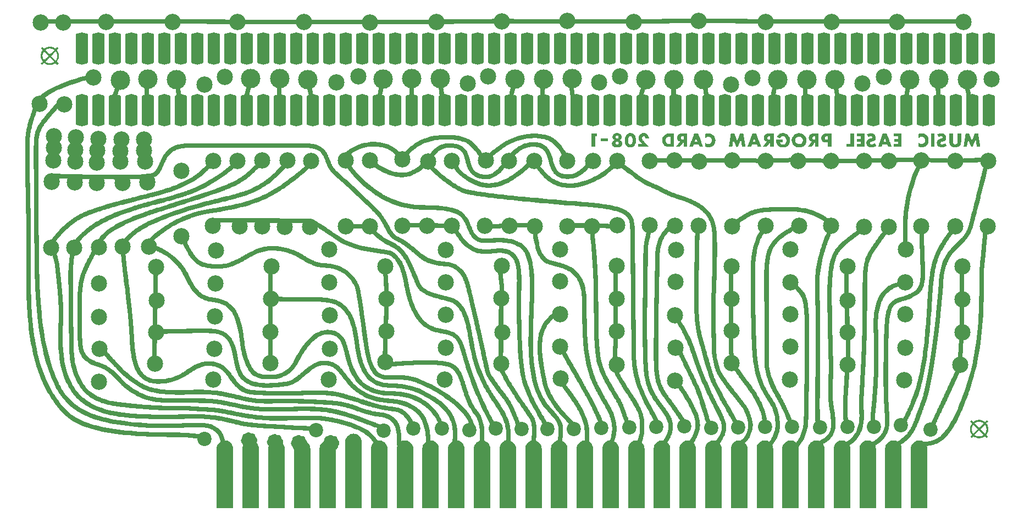
<source format=gbs>
G04 #@! TF.GenerationSoftware,KiCad,Pcbnew,(6.99.0-5233-gf2fcd4b8e1)*
G04 #@! TF.CreationDate,2023-01-05T13:17:00+01:00*
G04 #@! TF.ProjectId,208_PROGRAM_CARD_PROTO_vintage,3230385f-5052-44f4-9752-414d5f434152,1.0*
G04 #@! TF.SameCoordinates,Original*
G04 #@! TF.FileFunction,Soldermask,Bot*
G04 #@! TF.FilePolarity,Negative*
%FSLAX46Y46*%
G04 Gerber Fmt 4.6, Leading zero omitted, Abs format (unit mm)*
G04 Created by KiCad (PCBNEW (6.99.0-5233-gf2fcd4b8e1)) date 2023-01-05 13:17:00*
%MOMM*%
%LPD*%
G01*
G04 APERTURE LIST*
%ADD10C,1.263486*%
%ADD11C,0.200000*%
%ADD12C,1.269208*%
%ADD13R,1.800000X1.800000*%
%ADD14C,2.500000*%
%ADD15C,3.000000*%
%ADD16C,2.200000*%
G04 APERTURE END LIST*
D10*
X110981743Y-137200000D02*
G75*
G03*
X110981743Y-137200000I-631743J0D01*
G01*
X115931743Y-137200000D02*
G75*
G03*
X115931743Y-137200000I-631743J0D01*
G01*
X107281743Y-137050000D02*
G75*
G03*
X107281743Y-137050000I-631743J0D01*
G01*
X103281743Y-136800000D02*
G75*
G03*
X103281743Y-136800000I-631743J0D01*
G01*
G36*
X177598880Y-83700000D02*
G01*
X179398880Y-83700000D01*
X179398880Y-88100000D01*
X177598880Y-88100000D01*
X177598880Y-83700000D01*
G37*
G36*
X177875880Y-83580500D02*
G01*
X179121880Y-83580500D01*
X179121880Y-83932500D01*
X177875880Y-83932500D01*
X177875880Y-83580500D01*
G37*
G36*
X177875880Y-87859500D02*
G01*
X179121880Y-87859500D01*
X179121880Y-88211500D01*
X177875880Y-88211500D01*
X177875880Y-87859500D01*
G37*
D11*
X179298880Y-83700000D02*
G75*
G03*
X177698880Y-83700000I-800000J-1394421D01*
G01*
X177698880Y-88093317D02*
G75*
G03*
X179298880Y-88093317I800000J1394421D01*
G01*
G36*
X147120000Y-74200000D02*
G01*
X148920000Y-74200000D01*
X148920000Y-78600000D01*
X147120000Y-78600000D01*
X147120000Y-74200000D01*
G37*
G36*
X147397000Y-74080500D02*
G01*
X148643000Y-74080500D01*
X148643000Y-74432500D01*
X147397000Y-74432500D01*
X147397000Y-74080500D01*
G37*
G36*
X147397000Y-78359500D02*
G01*
X148643000Y-78359500D01*
X148643000Y-78711500D01*
X147397000Y-78711500D01*
X147397000Y-78359500D01*
G37*
X148820000Y-74200000D02*
G75*
G03*
X147220000Y-74200000I-800000J-1394421D01*
G01*
X147220000Y-78593317D02*
G75*
G03*
X148820000Y-78593317I800000J1394421D01*
G01*
G36*
X116640000Y-74200000D02*
G01*
X118440000Y-74200000D01*
X118440000Y-78600000D01*
X116640000Y-78600000D01*
X116640000Y-74200000D01*
G37*
G36*
X116917000Y-74080500D02*
G01*
X118163000Y-74080500D01*
X118163000Y-74432500D01*
X116917000Y-74432500D01*
X116917000Y-74080500D01*
G37*
G36*
X116917000Y-78359500D02*
G01*
X118163000Y-78359500D01*
X118163000Y-78711500D01*
X116917000Y-78711500D01*
X116917000Y-78359500D01*
G37*
X118340000Y-74200000D02*
G75*
G03*
X116740000Y-74200000I-800000J-1394421D01*
G01*
X116740000Y-78593317D02*
G75*
G03*
X118340000Y-78593317I800000J1394421D01*
G01*
G36*
X162359048Y-83700000D02*
G01*
X164159048Y-83700000D01*
X164159048Y-88100000D01*
X162359048Y-88100000D01*
X162359048Y-83700000D01*
G37*
G36*
X162636048Y-83580500D02*
G01*
X163882048Y-83580500D01*
X163882048Y-83932500D01*
X162636048Y-83932500D01*
X162636048Y-83580500D01*
G37*
G36*
X162636048Y-87859500D02*
G01*
X163882048Y-87859500D01*
X163882048Y-88211500D01*
X162636048Y-88211500D01*
X162636048Y-87859500D01*
G37*
X164059048Y-83700000D02*
G75*
G03*
X162459048Y-83700000I-800000J-1394421D01*
G01*
X162459048Y-88093317D02*
G75*
G03*
X164059048Y-88093317I800000J1394421D01*
G01*
G36*
X106480000Y-74200000D02*
G01*
X108280000Y-74200000D01*
X108280000Y-78600000D01*
X106480000Y-78600000D01*
X106480000Y-74200000D01*
G37*
G36*
X106757000Y-74080500D02*
G01*
X108003000Y-74080500D01*
X108003000Y-74432500D01*
X106757000Y-74432500D01*
X106757000Y-74080500D01*
G37*
G36*
X106757000Y-78359500D02*
G01*
X108003000Y-78359500D01*
X108003000Y-78711500D01*
X106757000Y-78711500D01*
X106757000Y-78359500D01*
G37*
X108180000Y-74200000D02*
G75*
G03*
X106580000Y-74200000I-800000J-1394421D01*
G01*
X106580000Y-78593317D02*
G75*
G03*
X108180000Y-78593317I800000J1394421D01*
G01*
G36*
X149660000Y-74200000D02*
G01*
X151460000Y-74200000D01*
X151460000Y-78600000D01*
X149660000Y-78600000D01*
X149660000Y-74200000D01*
G37*
G36*
X149937000Y-74080500D02*
G01*
X151183000Y-74080500D01*
X151183000Y-74432500D01*
X149937000Y-74432500D01*
X149937000Y-74080500D01*
G37*
G36*
X149937000Y-78359500D02*
G01*
X151183000Y-78359500D01*
X151183000Y-78711500D01*
X149937000Y-78711500D01*
X149937000Y-78359500D01*
G37*
X151360000Y-74200000D02*
G75*
G03*
X149760000Y-74200000I-800000J-1394421D01*
G01*
X149760000Y-78593317D02*
G75*
G03*
X151360000Y-78593317I800000J1394421D01*
G01*
G36*
X208080000Y-74200000D02*
G01*
X209880000Y-74200000D01*
X209880000Y-78600000D01*
X208080000Y-78600000D01*
X208080000Y-74200000D01*
G37*
G36*
X208357000Y-74080500D02*
G01*
X209603000Y-74080500D01*
X209603000Y-74432500D01*
X208357000Y-74432500D01*
X208357000Y-74080500D01*
G37*
G36*
X208357000Y-78359500D02*
G01*
X209603000Y-78359500D01*
X209603000Y-78711500D01*
X208357000Y-78711500D01*
X208357000Y-78359500D01*
G37*
X209780000Y-74200000D02*
G75*
G03*
X208180000Y-74200000I-800000J-1394421D01*
G01*
X208180000Y-78593317D02*
G75*
G03*
X209780000Y-78593317I800000J1394421D01*
G01*
G36*
X154740000Y-74200000D02*
G01*
X156540000Y-74200000D01*
X156540000Y-78600000D01*
X154740000Y-78600000D01*
X154740000Y-74200000D01*
G37*
G36*
X155017000Y-74080500D02*
G01*
X156263000Y-74080500D01*
X156263000Y-74432500D01*
X155017000Y-74432500D01*
X155017000Y-74080500D01*
G37*
G36*
X155017000Y-78359500D02*
G01*
X156263000Y-78359500D01*
X156263000Y-78711500D01*
X155017000Y-78711500D01*
X155017000Y-78359500D01*
G37*
X156440000Y-74200000D02*
G75*
G03*
X154840000Y-74200000I-800000J-1394421D01*
G01*
X154840000Y-78593317D02*
G75*
G03*
X156440000Y-78593317I800000J1394421D01*
G01*
G36*
X182680000Y-74200000D02*
G01*
X184480000Y-74200000D01*
X184480000Y-78600000D01*
X182680000Y-78600000D01*
X182680000Y-74200000D01*
G37*
G36*
X182957000Y-74080500D02*
G01*
X184203000Y-74080500D01*
X184203000Y-74432500D01*
X182957000Y-74432500D01*
X182957000Y-74080500D01*
G37*
G36*
X182957000Y-78359500D02*
G01*
X184203000Y-78359500D01*
X184203000Y-78711500D01*
X182957000Y-78711500D01*
X182957000Y-78359500D01*
G37*
X184380000Y-74200000D02*
G75*
G03*
X182780000Y-74200000I-800000J-1394421D01*
G01*
X182780000Y-78593317D02*
G75*
G03*
X184380000Y-78593317I800000J1394421D01*
G01*
G36*
X190298740Y-83700000D02*
G01*
X192098740Y-83700000D01*
X192098740Y-88100000D01*
X190298740Y-88100000D01*
X190298740Y-83700000D01*
G37*
G36*
X190575740Y-83580500D02*
G01*
X191821740Y-83580500D01*
X191821740Y-83932500D01*
X190575740Y-83932500D01*
X190575740Y-83580500D01*
G37*
G36*
X190575740Y-87859500D02*
G01*
X191821740Y-87859500D01*
X191821740Y-88211500D01*
X190575740Y-88211500D01*
X190575740Y-87859500D01*
G37*
X191998740Y-83700000D02*
G75*
G03*
X190398740Y-83700000I-800000J-1394421D01*
G01*
X190398740Y-88093317D02*
G75*
G03*
X191998740Y-88093317I800000J1394421D01*
G01*
G36*
X157280000Y-74200000D02*
G01*
X159080000Y-74200000D01*
X159080000Y-78600000D01*
X157280000Y-78600000D01*
X157280000Y-74200000D01*
G37*
G36*
X157557000Y-74080500D02*
G01*
X158803000Y-74080500D01*
X158803000Y-74432500D01*
X157557000Y-74432500D01*
X157557000Y-74080500D01*
G37*
G36*
X157557000Y-78359500D02*
G01*
X158803000Y-78359500D01*
X158803000Y-78711500D01*
X157557000Y-78711500D01*
X157557000Y-78359500D01*
G37*
X158980000Y-74200000D02*
G75*
G03*
X157380000Y-74200000I-800000J-1394421D01*
G01*
X157380000Y-78593317D02*
G75*
G03*
X158980000Y-78593317I800000J1394421D01*
G01*
G36*
X101400000Y-74200000D02*
G01*
X103200000Y-74200000D01*
X103200000Y-78600000D01*
X101400000Y-78600000D01*
X101400000Y-74200000D01*
G37*
G36*
X101677000Y-74080500D02*
G01*
X102923000Y-74080500D01*
X102923000Y-74432500D01*
X101677000Y-74432500D01*
X101677000Y-74080500D01*
G37*
G36*
X101677000Y-78359500D02*
G01*
X102923000Y-78359500D01*
X102923000Y-78711500D01*
X101677000Y-78711500D01*
X101677000Y-78359500D01*
G37*
X103100000Y-74200000D02*
G75*
G03*
X101500000Y-74200000I-800000J-1394421D01*
G01*
X101500000Y-78593317D02*
G75*
G03*
X103100000Y-78593317I800000J1394421D01*
G01*
G36*
X116639552Y-83700000D02*
G01*
X118439552Y-83700000D01*
X118439552Y-88100000D01*
X116639552Y-88100000D01*
X116639552Y-83700000D01*
G37*
G36*
X116916552Y-83580500D02*
G01*
X118162552Y-83580500D01*
X118162552Y-83932500D01*
X116916552Y-83932500D01*
X116916552Y-83580500D01*
G37*
G36*
X116916552Y-87859500D02*
G01*
X118162552Y-87859500D01*
X118162552Y-88211500D01*
X116916552Y-88211500D01*
X116916552Y-87859500D01*
G37*
X118339552Y-83700000D02*
G75*
G03*
X116739552Y-83700000I-800000J-1394421D01*
G01*
X116739552Y-88093317D02*
G75*
G03*
X118339552Y-88093317I800000J1394421D01*
G01*
G36*
X164900000Y-74200000D02*
G01*
X166700000Y-74200000D01*
X166700000Y-78600000D01*
X164900000Y-78600000D01*
X164900000Y-74200000D01*
G37*
G36*
X165177000Y-74080500D02*
G01*
X166423000Y-74080500D01*
X166423000Y-74432500D01*
X165177000Y-74432500D01*
X165177000Y-74080500D01*
G37*
G36*
X165177000Y-78359500D02*
G01*
X166423000Y-78359500D01*
X166423000Y-78711500D01*
X165177000Y-78711500D01*
X165177000Y-78359500D01*
G37*
X166600000Y-74200000D02*
G75*
G03*
X165000000Y-74200000I-800000J-1394421D01*
G01*
X165000000Y-78593317D02*
G75*
G03*
X166600000Y-78593317I800000J1394421D01*
G01*
G36*
X195380000Y-74200000D02*
G01*
X197180000Y-74200000D01*
X197180000Y-78600000D01*
X195380000Y-78600000D01*
X195380000Y-74200000D01*
G37*
G36*
X195657000Y-74080500D02*
G01*
X196903000Y-74080500D01*
X196903000Y-74432500D01*
X195657000Y-74432500D01*
X195657000Y-74080500D01*
G37*
G36*
X195657000Y-78359500D02*
G01*
X196903000Y-78359500D01*
X196903000Y-78711500D01*
X195657000Y-78711500D01*
X195657000Y-78359500D01*
G37*
X197080000Y-74200000D02*
G75*
G03*
X195480000Y-74200000I-800000J-1394421D01*
G01*
X195480000Y-78593317D02*
G75*
G03*
X197080000Y-78593317I800000J1394421D01*
G01*
G36*
X177600000Y-74200000D02*
G01*
X179400000Y-74200000D01*
X179400000Y-78600000D01*
X177600000Y-78600000D01*
X177600000Y-74200000D01*
G37*
G36*
X177877000Y-74080500D02*
G01*
X179123000Y-74080500D01*
X179123000Y-74432500D01*
X177877000Y-74432500D01*
X177877000Y-74080500D01*
G37*
G36*
X177877000Y-78359500D02*
G01*
X179123000Y-78359500D01*
X179123000Y-78711500D01*
X177877000Y-78711500D01*
X177877000Y-78359500D01*
G37*
X179300000Y-74200000D02*
G75*
G03*
X177700000Y-74200000I-800000J-1394421D01*
G01*
X177700000Y-78593317D02*
G75*
G03*
X179300000Y-78593317I800000J1394421D01*
G01*
G36*
X83619916Y-83700000D02*
G01*
X85419916Y-83700000D01*
X85419916Y-88100000D01*
X83619916Y-88100000D01*
X83619916Y-83700000D01*
G37*
G36*
X83896916Y-83580500D02*
G01*
X85142916Y-83580500D01*
X85142916Y-83932500D01*
X83896916Y-83932500D01*
X83896916Y-83580500D01*
G37*
G36*
X83896916Y-87859500D02*
G01*
X85142916Y-87859500D01*
X85142916Y-88211500D01*
X83896916Y-88211500D01*
X83896916Y-87859500D01*
G37*
X85319916Y-83700000D02*
G75*
G03*
X83719916Y-83700000I-800000J-1394421D01*
G01*
X83719916Y-88093317D02*
G75*
G03*
X85319916Y-88093317I800000J1394421D01*
G01*
G36*
X169978964Y-83700000D02*
G01*
X171778964Y-83700000D01*
X171778964Y-88100000D01*
X169978964Y-88100000D01*
X169978964Y-83700000D01*
G37*
G36*
X170255964Y-83580500D02*
G01*
X171501964Y-83580500D01*
X171501964Y-83932500D01*
X170255964Y-83932500D01*
X170255964Y-83580500D01*
G37*
G36*
X170255964Y-87859500D02*
G01*
X171501964Y-87859500D01*
X171501964Y-88211500D01*
X170255964Y-88211500D01*
X170255964Y-87859500D01*
G37*
X171678964Y-83700000D02*
G75*
G03*
X170078964Y-83700000I-800000J-1394421D01*
G01*
X170078964Y-88093317D02*
G75*
G03*
X171678964Y-88093317I800000J1394421D01*
G01*
G36*
X119180000Y-74200000D02*
G01*
X120980000Y-74200000D01*
X120980000Y-78600000D01*
X119180000Y-78600000D01*
X119180000Y-74200000D01*
G37*
G36*
X119457000Y-74080500D02*
G01*
X120703000Y-74080500D01*
X120703000Y-74432500D01*
X119457000Y-74432500D01*
X119457000Y-74080500D01*
G37*
G36*
X119457000Y-78359500D02*
G01*
X120703000Y-78359500D01*
X120703000Y-78711500D01*
X119457000Y-78711500D01*
X119457000Y-78359500D01*
G37*
X120880000Y-74200000D02*
G75*
G03*
X119280000Y-74200000I-800000J-1394421D01*
G01*
X119280000Y-78593317D02*
G75*
G03*
X120880000Y-78593317I800000J1394421D01*
G01*
G36*
X205538572Y-83700000D02*
G01*
X207338572Y-83700000D01*
X207338572Y-88100000D01*
X205538572Y-88100000D01*
X205538572Y-83700000D01*
G37*
G36*
X205815572Y-83580500D02*
G01*
X207061572Y-83580500D01*
X207061572Y-83932500D01*
X205815572Y-83932500D01*
X205815572Y-83580500D01*
G37*
G36*
X205815572Y-87859500D02*
G01*
X207061572Y-87859500D01*
X207061572Y-88211500D01*
X205815572Y-88211500D01*
X205815572Y-87859500D01*
G37*
X207238572Y-83700000D02*
G75*
G03*
X205638572Y-83700000I-800000J-1394421D01*
G01*
X205638572Y-88093317D02*
G75*
G03*
X207238572Y-88093317I800000J1394421D01*
G01*
G36*
X81079944Y-83700000D02*
G01*
X82879944Y-83700000D01*
X82879944Y-88100000D01*
X81079944Y-88100000D01*
X81079944Y-83700000D01*
G37*
G36*
X81356944Y-83580500D02*
G01*
X82602944Y-83580500D01*
X82602944Y-83932500D01*
X81356944Y-83932500D01*
X81356944Y-83580500D01*
G37*
G36*
X81356944Y-87859500D02*
G01*
X82602944Y-87859500D01*
X82602944Y-88211500D01*
X81356944Y-88211500D01*
X81356944Y-87859500D01*
G37*
X82779944Y-83700000D02*
G75*
G03*
X81179944Y-83700000I-800000J-1394421D01*
G01*
X81179944Y-88093317D02*
G75*
G03*
X82779944Y-88093317I800000J1394421D01*
G01*
G36*
X131880000Y-74200000D02*
G01*
X133680000Y-74200000D01*
X133680000Y-78600000D01*
X131880000Y-78600000D01*
X131880000Y-74200000D01*
G37*
G36*
X132157000Y-74080500D02*
G01*
X133403000Y-74080500D01*
X133403000Y-74432500D01*
X132157000Y-74432500D01*
X132157000Y-74080500D01*
G37*
G36*
X132157000Y-78359500D02*
G01*
X133403000Y-78359500D01*
X133403000Y-78711500D01*
X132157000Y-78711500D01*
X132157000Y-78359500D01*
G37*
X133580000Y-74200000D02*
G75*
G03*
X131980000Y-74200000I-800000J-1394421D01*
G01*
X131980000Y-78593317D02*
G75*
G03*
X133580000Y-78593317I800000J1394421D01*
G01*
G36*
X197920000Y-74200000D02*
G01*
X199720000Y-74200000D01*
X199720000Y-78600000D01*
X197920000Y-78600000D01*
X197920000Y-74200000D01*
G37*
G36*
X198197000Y-74080500D02*
G01*
X199443000Y-74080500D01*
X199443000Y-74432500D01*
X198197000Y-74432500D01*
X198197000Y-74080500D01*
G37*
G36*
X198197000Y-78359500D02*
G01*
X199443000Y-78359500D01*
X199443000Y-78711500D01*
X198197000Y-78711500D01*
X198197000Y-78359500D01*
G37*
X199620000Y-74200000D02*
G75*
G03*
X198020000Y-74200000I-800000J-1394421D01*
G01*
X198020000Y-78593317D02*
G75*
G03*
X199620000Y-78593317I800000J1394421D01*
G01*
G36*
X129340000Y-74200000D02*
G01*
X131140000Y-74200000D01*
X131140000Y-78600000D01*
X129340000Y-78600000D01*
X129340000Y-74200000D01*
G37*
G36*
X129617000Y-74080500D02*
G01*
X130863000Y-74080500D01*
X130863000Y-74432500D01*
X129617000Y-74432500D01*
X129617000Y-74080500D01*
G37*
G36*
X129617000Y-78359500D02*
G01*
X130863000Y-78359500D01*
X130863000Y-78711500D01*
X129617000Y-78711500D01*
X129617000Y-78359500D01*
G37*
X131040000Y-74200000D02*
G75*
G03*
X129440000Y-74200000I-800000J-1394421D01*
G01*
X129440000Y-78593317D02*
G75*
G03*
X131040000Y-78593317I800000J1394421D01*
G01*
G36*
X200458628Y-83700000D02*
G01*
X202258628Y-83700000D01*
X202258628Y-88100000D01*
X200458628Y-88100000D01*
X200458628Y-83700000D01*
G37*
G36*
X200735628Y-83580500D02*
G01*
X201981628Y-83580500D01*
X201981628Y-83932500D01*
X200735628Y-83932500D01*
X200735628Y-83580500D01*
G37*
G36*
X200735628Y-87859500D02*
G01*
X201981628Y-87859500D01*
X201981628Y-88211500D01*
X200735628Y-88211500D01*
X200735628Y-87859500D01*
G37*
X202158628Y-83700000D02*
G75*
G03*
X200558628Y-83700000I-800000J-1394421D01*
G01*
X200558628Y-88093317D02*
G75*
G03*
X202158628Y-88093317I800000J1394421D01*
G01*
G36*
X134420000Y-74200000D02*
G01*
X136220000Y-74200000D01*
X136220000Y-78600000D01*
X134420000Y-78600000D01*
X134420000Y-74200000D01*
G37*
G36*
X134697000Y-74080500D02*
G01*
X135943000Y-74080500D01*
X135943000Y-74432500D01*
X134697000Y-74432500D01*
X134697000Y-74080500D01*
G37*
G36*
X134697000Y-78359500D02*
G01*
X135943000Y-78359500D01*
X135943000Y-78711500D01*
X134697000Y-78711500D01*
X134697000Y-78359500D01*
G37*
X136120000Y-74200000D02*
G75*
G03*
X134520000Y-74200000I-800000J-1394421D01*
G01*
X134520000Y-78593317D02*
G75*
G03*
X136120000Y-78593317I800000J1394421D01*
G01*
G36*
X215700000Y-74200000D02*
G01*
X217500000Y-74200000D01*
X217500000Y-78600000D01*
X215700000Y-78600000D01*
X215700000Y-74200000D01*
G37*
G36*
X215977000Y-74080500D02*
G01*
X217223000Y-74080500D01*
X217223000Y-74432500D01*
X215977000Y-74432500D01*
X215977000Y-74080500D01*
G37*
G36*
X215977000Y-78359500D02*
G01*
X217223000Y-78359500D01*
X217223000Y-78711500D01*
X215977000Y-78711500D01*
X215977000Y-78359500D01*
G37*
X217400000Y-74200000D02*
G75*
G03*
X215800000Y-74200000I-800000J-1394421D01*
G01*
X215800000Y-78593317D02*
G75*
G03*
X217400000Y-78593317I800000J1394421D01*
G01*
G36*
X134419356Y-83700000D02*
G01*
X136219356Y-83700000D01*
X136219356Y-88100000D01*
X134419356Y-88100000D01*
X134419356Y-83700000D01*
G37*
G36*
X134696356Y-83580500D02*
G01*
X135942356Y-83580500D01*
X135942356Y-83932500D01*
X134696356Y-83932500D01*
X134696356Y-83580500D01*
G37*
G36*
X134696356Y-87859500D02*
G01*
X135942356Y-87859500D01*
X135942356Y-88211500D01*
X134696356Y-88211500D01*
X134696356Y-87859500D01*
G37*
X136119356Y-83700000D02*
G75*
G03*
X134519356Y-83700000I-800000J-1394421D01*
G01*
X134519356Y-88093317D02*
G75*
G03*
X136119356Y-88093317I800000J1394421D01*
G01*
G36*
X172518936Y-83700000D02*
G01*
X174318936Y-83700000D01*
X174318936Y-88100000D01*
X172518936Y-88100000D01*
X172518936Y-83700000D01*
G37*
G36*
X172795936Y-83580500D02*
G01*
X174041936Y-83580500D01*
X174041936Y-83932500D01*
X172795936Y-83932500D01*
X172795936Y-83580500D01*
G37*
G36*
X172795936Y-87859500D02*
G01*
X174041936Y-87859500D01*
X174041936Y-88211500D01*
X172795936Y-88211500D01*
X172795936Y-87859500D01*
G37*
X174218936Y-83700000D02*
G75*
G03*
X172618936Y-83700000I-800000J-1394421D01*
G01*
X172618936Y-88093317D02*
G75*
G03*
X174218936Y-88093317I800000J1394421D01*
G01*
G36*
X96320000Y-74200000D02*
G01*
X98120000Y-74200000D01*
X98120000Y-78600000D01*
X96320000Y-78600000D01*
X96320000Y-74200000D01*
G37*
G36*
X96597000Y-74080500D02*
G01*
X97843000Y-74080500D01*
X97843000Y-74432500D01*
X96597000Y-74432500D01*
X96597000Y-74080500D01*
G37*
G36*
X96597000Y-78359500D02*
G01*
X97843000Y-78359500D01*
X97843000Y-78711500D01*
X96597000Y-78711500D01*
X96597000Y-78359500D01*
G37*
X98020000Y-74200000D02*
G75*
G03*
X96420000Y-74200000I-800000J-1394421D01*
G01*
X96420000Y-78593317D02*
G75*
G03*
X98020000Y-78593317I800000J1394421D01*
G01*
G36*
X103940000Y-74200000D02*
G01*
X105740000Y-74200000D01*
X105740000Y-78600000D01*
X103940000Y-78600000D01*
X103940000Y-74200000D01*
G37*
G36*
X104217000Y-74080500D02*
G01*
X105463000Y-74080500D01*
X105463000Y-74432500D01*
X104217000Y-74432500D01*
X104217000Y-74080500D01*
G37*
G36*
X104217000Y-78359500D02*
G01*
X105463000Y-78359500D01*
X105463000Y-78711500D01*
X104217000Y-78711500D01*
X104217000Y-78359500D01*
G37*
X105640000Y-74200000D02*
G75*
G03*
X104040000Y-74200000I-800000J-1394421D01*
G01*
X104040000Y-78593317D02*
G75*
G03*
X105640000Y-78593317I800000J1394421D01*
G01*
G36*
X98859748Y-83700000D02*
G01*
X100659748Y-83700000D01*
X100659748Y-88100000D01*
X98859748Y-88100000D01*
X98859748Y-83700000D01*
G37*
G36*
X99136748Y-83580500D02*
G01*
X100382748Y-83580500D01*
X100382748Y-83932500D01*
X99136748Y-83932500D01*
X99136748Y-83580500D01*
G37*
G36*
X99136748Y-87859500D02*
G01*
X100382748Y-87859500D01*
X100382748Y-88211500D01*
X99136748Y-88211500D01*
X99136748Y-87859500D01*
G37*
X100559748Y-83700000D02*
G75*
G03*
X98959748Y-83700000I-800000J-1394421D01*
G01*
X98959748Y-88093317D02*
G75*
G03*
X100559748Y-88093317I800000J1394421D01*
G01*
G36*
X203000000Y-74200000D02*
G01*
X204800000Y-74200000D01*
X204800000Y-78600000D01*
X203000000Y-78600000D01*
X203000000Y-74200000D01*
G37*
G36*
X203277000Y-74080500D02*
G01*
X204523000Y-74080500D01*
X204523000Y-74432500D01*
X203277000Y-74432500D01*
X203277000Y-74080500D01*
G37*
G36*
X203277000Y-78359500D02*
G01*
X204523000Y-78359500D01*
X204523000Y-78711500D01*
X203277000Y-78711500D01*
X203277000Y-78359500D01*
G37*
X204700000Y-74200000D02*
G75*
G03*
X203100000Y-74200000I-800000J-1394421D01*
G01*
X203100000Y-78593317D02*
G75*
G03*
X204700000Y-78593317I800000J1394421D01*
G01*
G36*
X114099580Y-83700000D02*
G01*
X115899580Y-83700000D01*
X115899580Y-88100000D01*
X114099580Y-88100000D01*
X114099580Y-83700000D01*
G37*
G36*
X114376580Y-83580500D02*
G01*
X115622580Y-83580500D01*
X115622580Y-83932500D01*
X114376580Y-83932500D01*
X114376580Y-83580500D01*
G37*
G36*
X114376580Y-87859500D02*
G01*
X115622580Y-87859500D01*
X115622580Y-88211500D01*
X114376580Y-88211500D01*
X114376580Y-87859500D01*
G37*
X115799580Y-83700000D02*
G75*
G03*
X114199580Y-83700000I-800000J-1394421D01*
G01*
X114199580Y-88093317D02*
G75*
G03*
X115799580Y-88093317I800000J1394421D01*
G01*
G36*
X144579244Y-83700000D02*
G01*
X146379244Y-83700000D01*
X146379244Y-88100000D01*
X144579244Y-88100000D01*
X144579244Y-83700000D01*
G37*
G36*
X144856244Y-83580500D02*
G01*
X146102244Y-83580500D01*
X146102244Y-83932500D01*
X144856244Y-83932500D01*
X144856244Y-83580500D01*
G37*
G36*
X144856244Y-87859500D02*
G01*
X146102244Y-87859500D01*
X146102244Y-88211500D01*
X144856244Y-88211500D01*
X144856244Y-87859500D01*
G37*
X146279244Y-83700000D02*
G75*
G03*
X144679244Y-83700000I-800000J-1394421D01*
G01*
X144679244Y-88093317D02*
G75*
G03*
X146279244Y-88093317I800000J1394421D01*
G01*
G36*
X175060000Y-74200000D02*
G01*
X176860000Y-74200000D01*
X176860000Y-78600000D01*
X175060000Y-78600000D01*
X175060000Y-74200000D01*
G37*
G36*
X175337000Y-74080500D02*
G01*
X176583000Y-74080500D01*
X176583000Y-74432500D01*
X175337000Y-74432500D01*
X175337000Y-74080500D01*
G37*
G36*
X175337000Y-78359500D02*
G01*
X176583000Y-78359500D01*
X176583000Y-78711500D01*
X175337000Y-78711500D01*
X175337000Y-78359500D01*
G37*
X176760000Y-74200000D02*
G75*
G03*
X175160000Y-74200000I-800000J-1394421D01*
G01*
X175160000Y-78593317D02*
G75*
G03*
X176760000Y-78593317I800000J1394421D01*
G01*
G36*
X215698500Y-83700000D02*
G01*
X217498500Y-83700000D01*
X217498500Y-88100000D01*
X215698500Y-88100000D01*
X215698500Y-83700000D01*
G37*
G36*
X215975500Y-83580500D02*
G01*
X217221500Y-83580500D01*
X217221500Y-83932500D01*
X215975500Y-83932500D01*
X215975500Y-83580500D01*
G37*
G36*
X215975500Y-87859500D02*
G01*
X217221500Y-87859500D01*
X217221500Y-88211500D01*
X215975500Y-88211500D01*
X215975500Y-87859500D01*
G37*
X217398500Y-83700000D02*
G75*
G03*
X215798500Y-83700000I-800000J-1394421D01*
G01*
X215798500Y-88093317D02*
G75*
G03*
X217398500Y-88093317I800000J1394421D01*
G01*
G36*
X142040000Y-74200000D02*
G01*
X143840000Y-74200000D01*
X143840000Y-78600000D01*
X142040000Y-78600000D01*
X142040000Y-74200000D01*
G37*
G36*
X142317000Y-74080500D02*
G01*
X143563000Y-74080500D01*
X143563000Y-74432500D01*
X142317000Y-74432500D01*
X142317000Y-74080500D01*
G37*
G36*
X142317000Y-78359500D02*
G01*
X143563000Y-78359500D01*
X143563000Y-78711500D01*
X142317000Y-78711500D01*
X142317000Y-78359500D01*
G37*
X143740000Y-74200000D02*
G75*
G03*
X142140000Y-74200000I-800000J-1394421D01*
G01*
X142140000Y-78593317D02*
G75*
G03*
X143740000Y-78593317I800000J1394421D01*
G01*
G36*
X202998600Y-83700000D02*
G01*
X204798600Y-83700000D01*
X204798600Y-88100000D01*
X202998600Y-88100000D01*
X202998600Y-83700000D01*
G37*
G36*
X203275600Y-83580500D02*
G01*
X204521600Y-83580500D01*
X204521600Y-83932500D01*
X203275600Y-83932500D01*
X203275600Y-83580500D01*
G37*
G36*
X203275600Y-87859500D02*
G01*
X204521600Y-87859500D01*
X204521600Y-88211500D01*
X203275600Y-88211500D01*
X203275600Y-87859500D01*
G37*
X204698600Y-83700000D02*
G75*
G03*
X203098600Y-83700000I-800000J-1394421D01*
G01*
X203098600Y-88093317D02*
G75*
G03*
X204698600Y-88093317I800000J1394421D01*
G01*
G36*
X147119216Y-83700000D02*
G01*
X148919216Y-83700000D01*
X148919216Y-88100000D01*
X147119216Y-88100000D01*
X147119216Y-83700000D01*
G37*
G36*
X147396216Y-83580500D02*
G01*
X148642216Y-83580500D01*
X148642216Y-83932500D01*
X147396216Y-83932500D01*
X147396216Y-83580500D01*
G37*
G36*
X147396216Y-87859500D02*
G01*
X148642216Y-87859500D01*
X148642216Y-88211500D01*
X147396216Y-88211500D01*
X147396216Y-87859500D01*
G37*
X148819216Y-83700000D02*
G75*
G03*
X147219216Y-83700000I-800000J-1394421D01*
G01*
X147219216Y-88093317D02*
G75*
G03*
X148819216Y-88093317I800000J1394421D01*
G01*
G36*
X210620000Y-74200000D02*
G01*
X212420000Y-74200000D01*
X212420000Y-78600000D01*
X210620000Y-78600000D01*
X210620000Y-74200000D01*
G37*
G36*
X210897000Y-74080500D02*
G01*
X212143000Y-74080500D01*
X212143000Y-74432500D01*
X210897000Y-74432500D01*
X210897000Y-74080500D01*
G37*
G36*
X210897000Y-78359500D02*
G01*
X212143000Y-78359500D01*
X212143000Y-78711500D01*
X210897000Y-78711500D01*
X210897000Y-78359500D01*
G37*
X212320000Y-74200000D02*
G75*
G03*
X210720000Y-74200000I-800000J-1394421D01*
G01*
X210720000Y-78593317D02*
G75*
G03*
X212320000Y-78593317I800000J1394421D01*
G01*
G36*
X86160000Y-74200000D02*
G01*
X87960000Y-74200000D01*
X87960000Y-78600000D01*
X86160000Y-78600000D01*
X86160000Y-74200000D01*
G37*
G36*
X86437000Y-74080500D02*
G01*
X87683000Y-74080500D01*
X87683000Y-74432500D01*
X86437000Y-74432500D01*
X86437000Y-74080500D01*
G37*
G36*
X86437000Y-78359500D02*
G01*
X87683000Y-78359500D01*
X87683000Y-78711500D01*
X86437000Y-78711500D01*
X86437000Y-78359500D01*
G37*
X87860000Y-74200000D02*
G75*
G03*
X86260000Y-74200000I-800000J-1394421D01*
G01*
X86260000Y-78593317D02*
G75*
G03*
X87860000Y-78593317I800000J1394421D01*
G01*
G36*
X208078544Y-83700000D02*
G01*
X209878544Y-83700000D01*
X209878544Y-88100000D01*
X208078544Y-88100000D01*
X208078544Y-83700000D01*
G37*
G36*
X208355544Y-83580500D02*
G01*
X209601544Y-83580500D01*
X209601544Y-83932500D01*
X208355544Y-83932500D01*
X208355544Y-83580500D01*
G37*
G36*
X208355544Y-87859500D02*
G01*
X209601544Y-87859500D01*
X209601544Y-88211500D01*
X208355544Y-88211500D01*
X208355544Y-87859500D01*
G37*
X209778544Y-83700000D02*
G75*
G03*
X208178544Y-83700000I-800000J-1394421D01*
G01*
X208178544Y-88093317D02*
G75*
G03*
X209778544Y-88093317I800000J1394421D01*
G01*
G36*
X109020000Y-74200000D02*
G01*
X110820000Y-74200000D01*
X110820000Y-78600000D01*
X109020000Y-78600000D01*
X109020000Y-74200000D01*
G37*
G36*
X109297000Y-74080500D02*
G01*
X110543000Y-74080500D01*
X110543000Y-74432500D01*
X109297000Y-74432500D01*
X109297000Y-74080500D01*
G37*
G36*
X109297000Y-78359500D02*
G01*
X110543000Y-78359500D01*
X110543000Y-78711500D01*
X109297000Y-78711500D01*
X109297000Y-78359500D01*
G37*
X110720000Y-74200000D02*
G75*
G03*
X109120000Y-74200000I-800000J-1394421D01*
G01*
X109120000Y-78593317D02*
G75*
G03*
X110720000Y-78593317I800000J1394421D01*
G01*
G36*
X136960000Y-74200000D02*
G01*
X138760000Y-74200000D01*
X138760000Y-78600000D01*
X136960000Y-78600000D01*
X136960000Y-74200000D01*
G37*
G36*
X137237000Y-74080500D02*
G01*
X138483000Y-74080500D01*
X138483000Y-74432500D01*
X137237000Y-74432500D01*
X137237000Y-74080500D01*
G37*
G36*
X137237000Y-78359500D02*
G01*
X138483000Y-78359500D01*
X138483000Y-78711500D01*
X137237000Y-78711500D01*
X137237000Y-78359500D01*
G37*
X138660000Y-74200000D02*
G75*
G03*
X137060000Y-74200000I-800000J-1394421D01*
G01*
X137060000Y-78593317D02*
G75*
G03*
X138660000Y-78593317I800000J1394421D01*
G01*
G36*
X126800000Y-74200000D02*
G01*
X128600000Y-74200000D01*
X128600000Y-78600000D01*
X126800000Y-78600000D01*
X126800000Y-74200000D01*
G37*
G36*
X127077000Y-74080500D02*
G01*
X128323000Y-74080500D01*
X128323000Y-74432500D01*
X127077000Y-74432500D01*
X127077000Y-74080500D01*
G37*
G36*
X127077000Y-78359500D02*
G01*
X128323000Y-78359500D01*
X128323000Y-78711500D01*
X127077000Y-78711500D01*
X127077000Y-78359500D01*
G37*
X128500000Y-74200000D02*
G75*
G03*
X126900000Y-74200000I-800000J-1394421D01*
G01*
X126900000Y-78593317D02*
G75*
G03*
X128500000Y-78593317I800000J1394421D01*
G01*
G36*
X101399720Y-83700000D02*
G01*
X103199720Y-83700000D01*
X103199720Y-88100000D01*
X101399720Y-88100000D01*
X101399720Y-83700000D01*
G37*
G36*
X101676720Y-83580500D02*
G01*
X102922720Y-83580500D01*
X102922720Y-83932500D01*
X101676720Y-83932500D01*
X101676720Y-83580500D01*
G37*
G36*
X101676720Y-87859500D02*
G01*
X102922720Y-87859500D01*
X102922720Y-88211500D01*
X101676720Y-88211500D01*
X101676720Y-87859500D01*
G37*
X103099720Y-83700000D02*
G75*
G03*
X101499720Y-83700000I-800000J-1394421D01*
G01*
X101499720Y-88093317D02*
G75*
G03*
X103099720Y-88093317I800000J1394421D01*
G01*
G36*
X149659188Y-83700000D02*
G01*
X151459188Y-83700000D01*
X151459188Y-88100000D01*
X149659188Y-88100000D01*
X149659188Y-83700000D01*
G37*
G36*
X149936188Y-83580500D02*
G01*
X151182188Y-83580500D01*
X151182188Y-83932500D01*
X149936188Y-83932500D01*
X149936188Y-83580500D01*
G37*
G36*
X149936188Y-87859500D02*
G01*
X151182188Y-87859500D01*
X151182188Y-88211500D01*
X149936188Y-88211500D01*
X149936188Y-87859500D01*
G37*
X151359188Y-83700000D02*
G75*
G03*
X149759188Y-83700000I-800000J-1394421D01*
G01*
X149759188Y-88093317D02*
G75*
G03*
X151359188Y-88093317I800000J1394421D01*
G01*
G36*
X192838712Y-83700000D02*
G01*
X194638712Y-83700000D01*
X194638712Y-88100000D01*
X192838712Y-88100000D01*
X192838712Y-83700000D01*
G37*
G36*
X193115712Y-83580500D02*
G01*
X194361712Y-83580500D01*
X194361712Y-83932500D01*
X193115712Y-83932500D01*
X193115712Y-83580500D01*
G37*
G36*
X193115712Y-87859500D02*
G01*
X194361712Y-87859500D01*
X194361712Y-88211500D01*
X193115712Y-88211500D01*
X193115712Y-87859500D01*
G37*
X194538712Y-83700000D02*
G75*
G03*
X192938712Y-83700000I-800000J-1394421D01*
G01*
X192938712Y-88093317D02*
G75*
G03*
X194538712Y-88093317I800000J1394421D01*
G01*
G36*
X81080000Y-74200000D02*
G01*
X82880000Y-74200000D01*
X82880000Y-78600000D01*
X81080000Y-78600000D01*
X81080000Y-74200000D01*
G37*
G36*
X81357000Y-74080500D02*
G01*
X82603000Y-74080500D01*
X82603000Y-74432500D01*
X81357000Y-74432500D01*
X81357000Y-74080500D01*
G37*
G36*
X81357000Y-78359500D02*
G01*
X82603000Y-78359500D01*
X82603000Y-78711500D01*
X81357000Y-78711500D01*
X81357000Y-78359500D01*
G37*
X82780000Y-74200000D02*
G75*
G03*
X81180000Y-74200000I-800000J-1394421D01*
G01*
X81180000Y-78593317D02*
G75*
G03*
X82780000Y-78593317I800000J1394421D01*
G01*
G36*
X210618516Y-83700000D02*
G01*
X212418516Y-83700000D01*
X212418516Y-88100000D01*
X210618516Y-88100000D01*
X210618516Y-83700000D01*
G37*
G36*
X210895516Y-83580500D02*
G01*
X212141516Y-83580500D01*
X212141516Y-83932500D01*
X210895516Y-83932500D01*
X210895516Y-83580500D01*
G37*
G36*
X210895516Y-87859500D02*
G01*
X212141516Y-87859500D01*
X212141516Y-88211500D01*
X210895516Y-88211500D01*
X210895516Y-87859500D01*
G37*
X212318516Y-83700000D02*
G75*
G03*
X210718516Y-83700000I-800000J-1394421D01*
G01*
X210718516Y-88093317D02*
G75*
G03*
X212318516Y-88093317I800000J1394421D01*
G01*
G36*
X213158488Y-83700000D02*
G01*
X214958488Y-83700000D01*
X214958488Y-88100000D01*
X213158488Y-88100000D01*
X213158488Y-83700000D01*
G37*
G36*
X213435488Y-83580500D02*
G01*
X214681488Y-83580500D01*
X214681488Y-83932500D01*
X213435488Y-83932500D01*
X213435488Y-83580500D01*
G37*
G36*
X213435488Y-87859500D02*
G01*
X214681488Y-87859500D01*
X214681488Y-88211500D01*
X213435488Y-88211500D01*
X213435488Y-87859500D01*
G37*
X214858488Y-83700000D02*
G75*
G03*
X213258488Y-83700000I-800000J-1394421D01*
G01*
X213258488Y-88093317D02*
G75*
G03*
X214858488Y-88093317I800000J1394421D01*
G01*
G36*
X200460000Y-74200000D02*
G01*
X202260000Y-74200000D01*
X202260000Y-78600000D01*
X200460000Y-78600000D01*
X200460000Y-74200000D01*
G37*
G36*
X200737000Y-74080500D02*
G01*
X201983000Y-74080500D01*
X201983000Y-74432500D01*
X200737000Y-74432500D01*
X200737000Y-74080500D01*
G37*
G36*
X200737000Y-78359500D02*
G01*
X201983000Y-78359500D01*
X201983000Y-78711500D01*
X200737000Y-78711500D01*
X200737000Y-78359500D01*
G37*
X202160000Y-74200000D02*
G75*
G03*
X200560000Y-74200000I-800000J-1394421D01*
G01*
X200560000Y-78593317D02*
G75*
G03*
X202160000Y-78593317I800000J1394421D01*
G01*
G36*
X162360000Y-74200000D02*
G01*
X164160000Y-74200000D01*
X164160000Y-78600000D01*
X162360000Y-78600000D01*
X162360000Y-74200000D01*
G37*
G36*
X162637000Y-74080500D02*
G01*
X163883000Y-74080500D01*
X163883000Y-74432500D01*
X162637000Y-74432500D01*
X162637000Y-74080500D01*
G37*
G36*
X162637000Y-78359500D02*
G01*
X163883000Y-78359500D01*
X163883000Y-78711500D01*
X162637000Y-78711500D01*
X162637000Y-78359500D01*
G37*
X164060000Y-74200000D02*
G75*
G03*
X162460000Y-74200000I-800000J-1394421D01*
G01*
X162460000Y-78593317D02*
G75*
G03*
X164060000Y-78593317I800000J1394421D01*
G01*
G36*
X78540000Y-74200000D02*
G01*
X80340000Y-74200000D01*
X80340000Y-78600000D01*
X78540000Y-78600000D01*
X78540000Y-74200000D01*
G37*
G36*
X78817000Y-74080500D02*
G01*
X80063000Y-74080500D01*
X80063000Y-74432500D01*
X78817000Y-74432500D01*
X78817000Y-74080500D01*
G37*
G36*
X78817000Y-78359500D02*
G01*
X80063000Y-78359500D01*
X80063000Y-78711500D01*
X78817000Y-78711500D01*
X78817000Y-78359500D01*
G37*
X80240000Y-74200000D02*
G75*
G03*
X78640000Y-74200000I-800000J-1394421D01*
G01*
X78640000Y-78593317D02*
G75*
G03*
X80240000Y-78593317I800000J1394421D01*
G01*
G36*
X83620000Y-74200000D02*
G01*
X85420000Y-74200000D01*
X85420000Y-78600000D01*
X83620000Y-78600000D01*
X83620000Y-74200000D01*
G37*
G36*
X83897000Y-74080500D02*
G01*
X85143000Y-74080500D01*
X85143000Y-74432500D01*
X83897000Y-74432500D01*
X83897000Y-74080500D01*
G37*
G36*
X83897000Y-78359500D02*
G01*
X85143000Y-78359500D01*
X85143000Y-78711500D01*
X83897000Y-78711500D01*
X83897000Y-78359500D01*
G37*
X85320000Y-74200000D02*
G75*
G03*
X83720000Y-74200000I-800000J-1394421D01*
G01*
X83720000Y-78593317D02*
G75*
G03*
X85320000Y-78593317I800000J1394421D01*
G01*
G36*
X164899020Y-83700000D02*
G01*
X166699020Y-83700000D01*
X166699020Y-88100000D01*
X164899020Y-88100000D01*
X164899020Y-83700000D01*
G37*
G36*
X165176020Y-83580500D02*
G01*
X166422020Y-83580500D01*
X166422020Y-83932500D01*
X165176020Y-83932500D01*
X165176020Y-83580500D01*
G37*
G36*
X165176020Y-87859500D02*
G01*
X166422020Y-87859500D01*
X166422020Y-88211500D01*
X165176020Y-88211500D01*
X165176020Y-87859500D01*
G37*
X166599020Y-83700000D02*
G75*
G03*
X164999020Y-83700000I-800000J-1394421D01*
G01*
X164999020Y-88093317D02*
G75*
G03*
X166599020Y-88093317I800000J1394421D01*
G01*
G36*
X119179524Y-83700000D02*
G01*
X120979524Y-83700000D01*
X120979524Y-88100000D01*
X119179524Y-88100000D01*
X119179524Y-83700000D01*
G37*
G36*
X119456524Y-83580500D02*
G01*
X120702524Y-83580500D01*
X120702524Y-83932500D01*
X119456524Y-83932500D01*
X119456524Y-83580500D01*
G37*
G36*
X119456524Y-87859500D02*
G01*
X120702524Y-87859500D01*
X120702524Y-88211500D01*
X119456524Y-88211500D01*
X119456524Y-87859500D01*
G37*
X120879524Y-83700000D02*
G75*
G03*
X119279524Y-83700000I-800000J-1394421D01*
G01*
X119279524Y-88093317D02*
G75*
G03*
X120879524Y-88093317I800000J1394421D01*
G01*
G36*
X86159888Y-83700000D02*
G01*
X87959888Y-83700000D01*
X87959888Y-88100000D01*
X86159888Y-88100000D01*
X86159888Y-83700000D01*
G37*
G36*
X86436888Y-83580500D02*
G01*
X87682888Y-83580500D01*
X87682888Y-83932500D01*
X86436888Y-83932500D01*
X86436888Y-83580500D01*
G37*
G36*
X86436888Y-87859500D02*
G01*
X87682888Y-87859500D01*
X87682888Y-88211500D01*
X86436888Y-88211500D01*
X86436888Y-87859500D01*
G37*
X87859888Y-83700000D02*
G75*
G03*
X86259888Y-83700000I-800000J-1394421D01*
G01*
X86259888Y-88093317D02*
G75*
G03*
X87859888Y-88093317I800000J1394421D01*
G01*
G36*
X91240000Y-74200000D02*
G01*
X93040000Y-74200000D01*
X93040000Y-78600000D01*
X91240000Y-78600000D01*
X91240000Y-74200000D01*
G37*
G36*
X91517000Y-74080500D02*
G01*
X92763000Y-74080500D01*
X92763000Y-74432500D01*
X91517000Y-74432500D01*
X91517000Y-74080500D01*
G37*
G36*
X91517000Y-78359500D02*
G01*
X92763000Y-78359500D01*
X92763000Y-78711500D01*
X91517000Y-78711500D01*
X91517000Y-78359500D01*
G37*
X92940000Y-74200000D02*
G75*
G03*
X91340000Y-74200000I-800000J-1394421D01*
G01*
X91340000Y-78593317D02*
G75*
G03*
X92940000Y-78593317I800000J1394421D01*
G01*
G36*
X78539972Y-83700000D02*
G01*
X80339972Y-83700000D01*
X80339972Y-88100000D01*
X78539972Y-88100000D01*
X78539972Y-83700000D01*
G37*
G36*
X78816972Y-83580500D02*
G01*
X80062972Y-83580500D01*
X80062972Y-83932500D01*
X78816972Y-83932500D01*
X78816972Y-83580500D01*
G37*
G36*
X78816972Y-87859500D02*
G01*
X80062972Y-87859500D01*
X80062972Y-88211500D01*
X78816972Y-88211500D01*
X78816972Y-87859500D01*
G37*
X80239972Y-83700000D02*
G75*
G03*
X78639972Y-83700000I-800000J-1394421D01*
G01*
X78639972Y-88093317D02*
G75*
G03*
X80239972Y-88093317I800000J1394421D01*
G01*
G36*
X129339412Y-83700000D02*
G01*
X131139412Y-83700000D01*
X131139412Y-88100000D01*
X129339412Y-88100000D01*
X129339412Y-83700000D01*
G37*
G36*
X129616412Y-83580500D02*
G01*
X130862412Y-83580500D01*
X130862412Y-83932500D01*
X129616412Y-83932500D01*
X129616412Y-83580500D01*
G37*
G36*
X129616412Y-87859500D02*
G01*
X130862412Y-87859500D01*
X130862412Y-88211500D01*
X129616412Y-88211500D01*
X129616412Y-87859500D01*
G37*
X131039412Y-83700000D02*
G75*
G03*
X129439412Y-83700000I-800000J-1394421D01*
G01*
X129439412Y-88093317D02*
G75*
G03*
X131039412Y-88093317I800000J1394421D01*
G01*
G36*
X76000000Y-74200000D02*
G01*
X77800000Y-74200000D01*
X77800000Y-78600000D01*
X76000000Y-78600000D01*
X76000000Y-74200000D01*
G37*
G36*
X76277000Y-74080500D02*
G01*
X77523000Y-74080500D01*
X77523000Y-74432500D01*
X76277000Y-74432500D01*
X76277000Y-74080500D01*
G37*
G36*
X76277000Y-78359500D02*
G01*
X77523000Y-78359500D01*
X77523000Y-78711500D01*
X76277000Y-78711500D01*
X76277000Y-78359500D01*
G37*
X77700000Y-74200000D02*
G75*
G03*
X76100000Y-74200000I-800000J-1394421D01*
G01*
X76100000Y-78593317D02*
G75*
G03*
X77700000Y-78593317I800000J1394421D01*
G01*
G36*
X144580000Y-74200000D02*
G01*
X146380000Y-74200000D01*
X146380000Y-78600000D01*
X144580000Y-78600000D01*
X144580000Y-74200000D01*
G37*
G36*
X144857000Y-74080500D02*
G01*
X146103000Y-74080500D01*
X146103000Y-74432500D01*
X144857000Y-74432500D01*
X144857000Y-74080500D01*
G37*
G36*
X144857000Y-78359500D02*
G01*
X146103000Y-78359500D01*
X146103000Y-78711500D01*
X144857000Y-78711500D01*
X144857000Y-78359500D01*
G37*
X146280000Y-74200000D02*
G75*
G03*
X144680000Y-74200000I-800000J-1394421D01*
G01*
X144680000Y-78593317D02*
G75*
G03*
X146280000Y-78593317I800000J1394421D01*
G01*
G36*
X109019636Y-83700000D02*
G01*
X110819636Y-83700000D01*
X110819636Y-88100000D01*
X109019636Y-88100000D01*
X109019636Y-83700000D01*
G37*
G36*
X109296636Y-83580500D02*
G01*
X110542636Y-83580500D01*
X110542636Y-83932500D01*
X109296636Y-83932500D01*
X109296636Y-83580500D01*
G37*
G36*
X109296636Y-87859500D02*
G01*
X110542636Y-87859500D01*
X110542636Y-88211500D01*
X109296636Y-88211500D01*
X109296636Y-87859500D01*
G37*
X110719636Y-83700000D02*
G75*
G03*
X109119636Y-83700000I-800000J-1394421D01*
G01*
X109119636Y-88093317D02*
G75*
G03*
X110719636Y-88093317I800000J1394421D01*
G01*
G36*
X172520000Y-74200000D02*
G01*
X174320000Y-74200000D01*
X174320000Y-78600000D01*
X172520000Y-78600000D01*
X172520000Y-74200000D01*
G37*
G36*
X172797000Y-74080500D02*
G01*
X174043000Y-74080500D01*
X174043000Y-74432500D01*
X172797000Y-74432500D01*
X172797000Y-74080500D01*
G37*
G36*
X172797000Y-78359500D02*
G01*
X174043000Y-78359500D01*
X174043000Y-78711500D01*
X172797000Y-78711500D01*
X172797000Y-78359500D01*
G37*
X174220000Y-74200000D02*
G75*
G03*
X172620000Y-74200000I-800000J-1394421D01*
G01*
X172620000Y-78593317D02*
G75*
G03*
X174220000Y-78593317I800000J1394421D01*
G01*
G36*
X195378684Y-83700000D02*
G01*
X197178684Y-83700000D01*
X197178684Y-88100000D01*
X195378684Y-88100000D01*
X195378684Y-83700000D01*
G37*
G36*
X195655684Y-83580500D02*
G01*
X196901684Y-83580500D01*
X196901684Y-83932500D01*
X195655684Y-83932500D01*
X195655684Y-83580500D01*
G37*
G36*
X195655684Y-87859500D02*
G01*
X196901684Y-87859500D01*
X196901684Y-88211500D01*
X195655684Y-88211500D01*
X195655684Y-87859500D01*
G37*
X197078684Y-83700000D02*
G75*
G03*
X195478684Y-83700000I-800000J-1394421D01*
G01*
X195478684Y-88093317D02*
G75*
G03*
X197078684Y-88093317I800000J1394421D01*
G01*
G36*
X152200000Y-74200000D02*
G01*
X154000000Y-74200000D01*
X154000000Y-78600000D01*
X152200000Y-78600000D01*
X152200000Y-74200000D01*
G37*
G36*
X152477000Y-74080500D02*
G01*
X153723000Y-74080500D01*
X153723000Y-74432500D01*
X152477000Y-74432500D01*
X152477000Y-74080500D01*
G37*
G36*
X152477000Y-78359500D02*
G01*
X153723000Y-78359500D01*
X153723000Y-78711500D01*
X152477000Y-78711500D01*
X152477000Y-78359500D01*
G37*
X153900000Y-74200000D02*
G75*
G03*
X152300000Y-74200000I-800000J-1394421D01*
G01*
X152300000Y-78593317D02*
G75*
G03*
X153900000Y-78593317I800000J1394421D01*
G01*
G36*
X111559608Y-83700000D02*
G01*
X113359608Y-83700000D01*
X113359608Y-88100000D01*
X111559608Y-88100000D01*
X111559608Y-83700000D01*
G37*
G36*
X111836608Y-83580500D02*
G01*
X113082608Y-83580500D01*
X113082608Y-83932500D01*
X111836608Y-83932500D01*
X111836608Y-83580500D01*
G37*
G36*
X111836608Y-87859500D02*
G01*
X113082608Y-87859500D01*
X113082608Y-88211500D01*
X111836608Y-88211500D01*
X111836608Y-87859500D01*
G37*
X113259608Y-83700000D02*
G75*
G03*
X111659608Y-83700000I-800000J-1394421D01*
G01*
X111659608Y-88093317D02*
G75*
G03*
X113259608Y-88093317I800000J1394421D01*
G01*
G36*
X88699860Y-83700000D02*
G01*
X90499860Y-83700000D01*
X90499860Y-88100000D01*
X88699860Y-88100000D01*
X88699860Y-83700000D01*
G37*
G36*
X88976860Y-83580500D02*
G01*
X90222860Y-83580500D01*
X90222860Y-83932500D01*
X88976860Y-83932500D01*
X88976860Y-83580500D01*
G37*
G36*
X88976860Y-87859500D02*
G01*
X90222860Y-87859500D01*
X90222860Y-88211500D01*
X88976860Y-88211500D01*
X88976860Y-87859500D01*
G37*
X90399860Y-83700000D02*
G75*
G03*
X88799860Y-83700000I-800000J-1394421D01*
G01*
X88799860Y-88093317D02*
G75*
G03*
X90399860Y-88093317I800000J1394421D01*
G01*
G36*
X139500000Y-74200000D02*
G01*
X141300000Y-74200000D01*
X141300000Y-78600000D01*
X139500000Y-78600000D01*
X139500000Y-74200000D01*
G37*
G36*
X139777000Y-74080500D02*
G01*
X141023000Y-74080500D01*
X141023000Y-74432500D01*
X139777000Y-74432500D01*
X139777000Y-74080500D01*
G37*
G36*
X139777000Y-78359500D02*
G01*
X141023000Y-78359500D01*
X141023000Y-78711500D01*
X139777000Y-78711500D01*
X139777000Y-78359500D01*
G37*
X141200000Y-74200000D02*
G75*
G03*
X139600000Y-74200000I-800000J-1394421D01*
G01*
X139600000Y-78593317D02*
G75*
G03*
X141200000Y-78593317I800000J1394421D01*
G01*
G36*
X180140000Y-74200000D02*
G01*
X181940000Y-74200000D01*
X181940000Y-78600000D01*
X180140000Y-78600000D01*
X180140000Y-74200000D01*
G37*
G36*
X180417000Y-74080500D02*
G01*
X181663000Y-74080500D01*
X181663000Y-74432500D01*
X180417000Y-74432500D01*
X180417000Y-74080500D01*
G37*
G36*
X180417000Y-78359500D02*
G01*
X181663000Y-78359500D01*
X181663000Y-78711500D01*
X180417000Y-78711500D01*
X180417000Y-78359500D01*
G37*
X181840000Y-74200000D02*
G75*
G03*
X180240000Y-74200000I-800000J-1394421D01*
G01*
X180240000Y-78593317D02*
G75*
G03*
X181840000Y-78593317I800000J1394421D01*
G01*
G36*
X121719496Y-83700000D02*
G01*
X123519496Y-83700000D01*
X123519496Y-88100000D01*
X121719496Y-88100000D01*
X121719496Y-83700000D01*
G37*
G36*
X121996496Y-83580500D02*
G01*
X123242496Y-83580500D01*
X123242496Y-83932500D01*
X121996496Y-83932500D01*
X121996496Y-83580500D01*
G37*
G36*
X121996496Y-87859500D02*
G01*
X123242496Y-87859500D01*
X123242496Y-88211500D01*
X121996496Y-88211500D01*
X121996496Y-87859500D01*
G37*
X123419496Y-83700000D02*
G75*
G03*
X121819496Y-83700000I-800000J-1394421D01*
G01*
X121819496Y-88093317D02*
G75*
G03*
X123419496Y-88093317I800000J1394421D01*
G01*
G36*
X182678824Y-83700000D02*
G01*
X184478824Y-83700000D01*
X184478824Y-88100000D01*
X182678824Y-88100000D01*
X182678824Y-83700000D01*
G37*
G36*
X182955824Y-83580500D02*
G01*
X184201824Y-83580500D01*
X184201824Y-83932500D01*
X182955824Y-83932500D01*
X182955824Y-83580500D01*
G37*
G36*
X182955824Y-87859500D02*
G01*
X184201824Y-87859500D01*
X184201824Y-88211500D01*
X182955824Y-88211500D01*
X182955824Y-87859500D01*
G37*
X184378824Y-83700000D02*
G75*
G03*
X182778824Y-83700000I-800000J-1394421D01*
G01*
X182778824Y-88093317D02*
G75*
G03*
X184378824Y-88093317I800000J1394421D01*
G01*
G36*
X76000000Y-83700000D02*
G01*
X77800000Y-83700000D01*
X77800000Y-88100000D01*
X76000000Y-88100000D01*
X76000000Y-83700000D01*
G37*
G36*
X76277000Y-83580500D02*
G01*
X77523000Y-83580500D01*
X77523000Y-83932500D01*
X76277000Y-83932500D01*
X76277000Y-83580500D01*
G37*
G36*
X76277000Y-87859500D02*
G01*
X77523000Y-87859500D01*
X77523000Y-88211500D01*
X76277000Y-88211500D01*
X76277000Y-87859500D01*
G37*
X77700000Y-83700000D02*
G75*
G03*
X76100000Y-83700000I-800000J-1394421D01*
G01*
X76100000Y-88093317D02*
G75*
G03*
X77700000Y-88093317I800000J1394421D01*
G01*
G36*
X190300000Y-74200000D02*
G01*
X192100000Y-74200000D01*
X192100000Y-78600000D01*
X190300000Y-78600000D01*
X190300000Y-74200000D01*
G37*
G36*
X190577000Y-74080500D02*
G01*
X191823000Y-74080500D01*
X191823000Y-74432500D01*
X190577000Y-74432500D01*
X190577000Y-74080500D01*
G37*
G36*
X190577000Y-78359500D02*
G01*
X191823000Y-78359500D01*
X191823000Y-78711500D01*
X190577000Y-78711500D01*
X190577000Y-78359500D01*
G37*
X192000000Y-74200000D02*
G75*
G03*
X190400000Y-74200000I-800000J-1394421D01*
G01*
X190400000Y-78593317D02*
G75*
G03*
X192000000Y-78593317I800000J1394421D01*
G01*
G36*
X159820000Y-74200000D02*
G01*
X161620000Y-74200000D01*
X161620000Y-78600000D01*
X159820000Y-78600000D01*
X159820000Y-74200000D01*
G37*
G36*
X160097000Y-74080500D02*
G01*
X161343000Y-74080500D01*
X161343000Y-74432500D01*
X160097000Y-74432500D01*
X160097000Y-74080500D01*
G37*
G36*
X160097000Y-78359500D02*
G01*
X161343000Y-78359500D01*
X161343000Y-78711500D01*
X160097000Y-78711500D01*
X160097000Y-78359500D01*
G37*
X161520000Y-74200000D02*
G75*
G03*
X159920000Y-74200000I-800000J-1394421D01*
G01*
X159920000Y-78593317D02*
G75*
G03*
X161520000Y-78593317I800000J1394421D01*
G01*
G36*
X106479664Y-83700000D02*
G01*
X108279664Y-83700000D01*
X108279664Y-88100000D01*
X106479664Y-88100000D01*
X106479664Y-83700000D01*
G37*
G36*
X106756664Y-83580500D02*
G01*
X108002664Y-83580500D01*
X108002664Y-83932500D01*
X106756664Y-83932500D01*
X106756664Y-83580500D01*
G37*
G36*
X106756664Y-87859500D02*
G01*
X108002664Y-87859500D01*
X108002664Y-88211500D01*
X106756664Y-88211500D01*
X106756664Y-87859500D01*
G37*
X108179664Y-83700000D02*
G75*
G03*
X106579664Y-83700000I-800000J-1394421D01*
G01*
X106579664Y-88093317D02*
G75*
G03*
X108179664Y-88093317I800000J1394421D01*
G01*
G36*
X98860000Y-74200000D02*
G01*
X100660000Y-74200000D01*
X100660000Y-78600000D01*
X98860000Y-78600000D01*
X98860000Y-74200000D01*
G37*
G36*
X99137000Y-74080500D02*
G01*
X100383000Y-74080500D01*
X100383000Y-74432500D01*
X99137000Y-74432500D01*
X99137000Y-74080500D01*
G37*
G36*
X99137000Y-78359500D02*
G01*
X100383000Y-78359500D01*
X100383000Y-78711500D01*
X99137000Y-78711500D01*
X99137000Y-78359500D01*
G37*
X100560000Y-74200000D02*
G75*
G03*
X98960000Y-74200000I-800000J-1394421D01*
G01*
X98960000Y-78593317D02*
G75*
G03*
X100560000Y-78593317I800000J1394421D01*
G01*
G36*
X175058908Y-83700000D02*
G01*
X176858908Y-83700000D01*
X176858908Y-88100000D01*
X175058908Y-88100000D01*
X175058908Y-83700000D01*
G37*
G36*
X175335908Y-83580500D02*
G01*
X176581908Y-83580500D01*
X176581908Y-83932500D01*
X175335908Y-83932500D01*
X175335908Y-83580500D01*
G37*
G36*
X175335908Y-87859500D02*
G01*
X176581908Y-87859500D01*
X176581908Y-88211500D01*
X175335908Y-88211500D01*
X175335908Y-87859500D01*
G37*
X176758908Y-83700000D02*
G75*
G03*
X175158908Y-83700000I-800000J-1394421D01*
G01*
X175158908Y-88093317D02*
G75*
G03*
X176758908Y-88093317I800000J1394421D01*
G01*
G36*
X169980000Y-74200000D02*
G01*
X171780000Y-74200000D01*
X171780000Y-78600000D01*
X169980000Y-78600000D01*
X169980000Y-74200000D01*
G37*
G36*
X170257000Y-74080500D02*
G01*
X171503000Y-74080500D01*
X171503000Y-74432500D01*
X170257000Y-74432500D01*
X170257000Y-74080500D01*
G37*
G36*
X170257000Y-78359500D02*
G01*
X171503000Y-78359500D01*
X171503000Y-78711500D01*
X170257000Y-78711500D01*
X170257000Y-78359500D01*
G37*
X171680000Y-74200000D02*
G75*
G03*
X170080000Y-74200000I-800000J-1394421D01*
G01*
X170080000Y-78593317D02*
G75*
G03*
X171680000Y-78593317I800000J1394421D01*
G01*
G36*
X192840000Y-74200000D02*
G01*
X194640000Y-74200000D01*
X194640000Y-78600000D01*
X192840000Y-78600000D01*
X192840000Y-74200000D01*
G37*
G36*
X193117000Y-74080500D02*
G01*
X194363000Y-74080500D01*
X194363000Y-74432500D01*
X193117000Y-74432500D01*
X193117000Y-74080500D01*
G37*
G36*
X193117000Y-78359500D02*
G01*
X194363000Y-78359500D01*
X194363000Y-78711500D01*
X193117000Y-78711500D01*
X193117000Y-78359500D01*
G37*
X194540000Y-74200000D02*
G75*
G03*
X192940000Y-74200000I-800000J-1394421D01*
G01*
X192940000Y-78593317D02*
G75*
G03*
X194540000Y-78593317I800000J1394421D01*
G01*
G36*
X88700000Y-74200000D02*
G01*
X90500000Y-74200000D01*
X90500000Y-78600000D01*
X88700000Y-78600000D01*
X88700000Y-74200000D01*
G37*
G36*
X88977000Y-74080500D02*
G01*
X90223000Y-74080500D01*
X90223000Y-74432500D01*
X88977000Y-74432500D01*
X88977000Y-74080500D01*
G37*
G36*
X88977000Y-78359500D02*
G01*
X90223000Y-78359500D01*
X90223000Y-78711500D01*
X88977000Y-78711500D01*
X88977000Y-78359500D01*
G37*
X90400000Y-74200000D02*
G75*
G03*
X88800000Y-74200000I-800000J-1394421D01*
G01*
X88800000Y-78593317D02*
G75*
G03*
X90400000Y-78593317I800000J1394421D01*
G01*
G36*
X93780000Y-74200000D02*
G01*
X95580000Y-74200000D01*
X95580000Y-78600000D01*
X93780000Y-78600000D01*
X93780000Y-74200000D01*
G37*
G36*
X94057000Y-74080500D02*
G01*
X95303000Y-74080500D01*
X95303000Y-74432500D01*
X94057000Y-74432500D01*
X94057000Y-74080500D01*
G37*
G36*
X94057000Y-78359500D02*
G01*
X95303000Y-78359500D01*
X95303000Y-78711500D01*
X94057000Y-78711500D01*
X94057000Y-78359500D01*
G37*
X95480000Y-74200000D02*
G75*
G03*
X93880000Y-74200000I-800000J-1394421D01*
G01*
X93880000Y-78593317D02*
G75*
G03*
X95480000Y-78593317I800000J1394421D01*
G01*
G36*
X131879384Y-83700000D02*
G01*
X133679384Y-83700000D01*
X133679384Y-88100000D01*
X131879384Y-88100000D01*
X131879384Y-83700000D01*
G37*
G36*
X132156384Y-83580500D02*
G01*
X133402384Y-83580500D01*
X133402384Y-83932500D01*
X132156384Y-83932500D01*
X132156384Y-83580500D01*
G37*
G36*
X132156384Y-87859500D02*
G01*
X133402384Y-87859500D01*
X133402384Y-88211500D01*
X132156384Y-88211500D01*
X132156384Y-87859500D01*
G37*
X133579384Y-83700000D02*
G75*
G03*
X131979384Y-83700000I-800000J-1394421D01*
G01*
X131979384Y-88093317D02*
G75*
G03*
X133579384Y-88093317I800000J1394421D01*
G01*
G36*
X124260000Y-74200000D02*
G01*
X126060000Y-74200000D01*
X126060000Y-78600000D01*
X124260000Y-78600000D01*
X124260000Y-74200000D01*
G37*
G36*
X124537000Y-74080500D02*
G01*
X125783000Y-74080500D01*
X125783000Y-74432500D01*
X124537000Y-74432500D01*
X124537000Y-74080500D01*
G37*
G36*
X124537000Y-78359500D02*
G01*
X125783000Y-78359500D01*
X125783000Y-78711500D01*
X124537000Y-78711500D01*
X124537000Y-78359500D01*
G37*
X125960000Y-74200000D02*
G75*
G03*
X124360000Y-74200000I-800000J-1394421D01*
G01*
X124360000Y-78593317D02*
G75*
G03*
X125960000Y-78593317I800000J1394421D01*
G01*
G36*
X96319776Y-83700000D02*
G01*
X98119776Y-83700000D01*
X98119776Y-88100000D01*
X96319776Y-88100000D01*
X96319776Y-83700000D01*
G37*
G36*
X96596776Y-83580500D02*
G01*
X97842776Y-83580500D01*
X97842776Y-83932500D01*
X96596776Y-83932500D01*
X96596776Y-83580500D01*
G37*
G36*
X96596776Y-87859500D02*
G01*
X97842776Y-87859500D01*
X97842776Y-88211500D01*
X96596776Y-88211500D01*
X96596776Y-87859500D01*
G37*
X98019776Y-83700000D02*
G75*
G03*
X96419776Y-83700000I-800000J-1394421D01*
G01*
X96419776Y-88093317D02*
G75*
G03*
X98019776Y-88093317I800000J1394421D01*
G01*
G36*
X121720000Y-74200000D02*
G01*
X123520000Y-74200000D01*
X123520000Y-78600000D01*
X121720000Y-78600000D01*
X121720000Y-74200000D01*
G37*
G36*
X121997000Y-74080500D02*
G01*
X123243000Y-74080500D01*
X123243000Y-74432500D01*
X121997000Y-74432500D01*
X121997000Y-74080500D01*
G37*
G36*
X121997000Y-78359500D02*
G01*
X123243000Y-78359500D01*
X123243000Y-78711500D01*
X121997000Y-78711500D01*
X121997000Y-78359500D01*
G37*
X123420000Y-74200000D02*
G75*
G03*
X121820000Y-74200000I-800000J-1394421D01*
G01*
X121820000Y-78593317D02*
G75*
G03*
X123420000Y-78593317I800000J1394421D01*
G01*
G36*
X139499300Y-83700000D02*
G01*
X141299300Y-83700000D01*
X141299300Y-88100000D01*
X139499300Y-88100000D01*
X139499300Y-83700000D01*
G37*
G36*
X139776300Y-83580500D02*
G01*
X141022300Y-83580500D01*
X141022300Y-83932500D01*
X139776300Y-83932500D01*
X139776300Y-83580500D01*
G37*
G36*
X139776300Y-87859500D02*
G01*
X141022300Y-87859500D01*
X141022300Y-88211500D01*
X139776300Y-88211500D01*
X139776300Y-87859500D01*
G37*
X141199300Y-83700000D02*
G75*
G03*
X139599300Y-83700000I-800000J-1394421D01*
G01*
X139599300Y-88093317D02*
G75*
G03*
X141199300Y-88093317I800000J1394421D01*
G01*
G36*
X185218796Y-83700000D02*
G01*
X187018796Y-83700000D01*
X187018796Y-88100000D01*
X185218796Y-88100000D01*
X185218796Y-83700000D01*
G37*
G36*
X185495796Y-83580500D02*
G01*
X186741796Y-83580500D01*
X186741796Y-83932500D01*
X185495796Y-83932500D01*
X185495796Y-83580500D01*
G37*
G36*
X185495796Y-87859500D02*
G01*
X186741796Y-87859500D01*
X186741796Y-88211500D01*
X185495796Y-88211500D01*
X185495796Y-87859500D01*
G37*
X186918796Y-83700000D02*
G75*
G03*
X185318796Y-83700000I-800000J-1394421D01*
G01*
X185318796Y-88093317D02*
G75*
G03*
X186918796Y-88093317I800000J1394421D01*
G01*
G36*
X126799440Y-83700000D02*
G01*
X128599440Y-83700000D01*
X128599440Y-88100000D01*
X126799440Y-88100000D01*
X126799440Y-83700000D01*
G37*
G36*
X127076440Y-83580500D02*
G01*
X128322440Y-83580500D01*
X128322440Y-83932500D01*
X127076440Y-83932500D01*
X127076440Y-83580500D01*
G37*
G36*
X127076440Y-87859500D02*
G01*
X128322440Y-87859500D01*
X128322440Y-88211500D01*
X127076440Y-88211500D01*
X127076440Y-87859500D01*
G37*
X128499440Y-83700000D02*
G75*
G03*
X126899440Y-83700000I-800000J-1394421D01*
G01*
X126899440Y-88093317D02*
G75*
G03*
X128499440Y-88093317I800000J1394421D01*
G01*
G36*
X124259468Y-83700000D02*
G01*
X126059468Y-83700000D01*
X126059468Y-88100000D01*
X124259468Y-88100000D01*
X124259468Y-83700000D01*
G37*
G36*
X124536468Y-83580500D02*
G01*
X125782468Y-83580500D01*
X125782468Y-83932500D01*
X124536468Y-83932500D01*
X124536468Y-83580500D01*
G37*
G36*
X124536468Y-87859500D02*
G01*
X125782468Y-87859500D01*
X125782468Y-88211500D01*
X124536468Y-88211500D01*
X124536468Y-87859500D01*
G37*
X125959468Y-83700000D02*
G75*
G03*
X124359468Y-83700000I-800000J-1394421D01*
G01*
X124359468Y-88093317D02*
G75*
G03*
X125959468Y-88093317I800000J1394421D01*
G01*
G36*
X197918656Y-83700000D02*
G01*
X199718656Y-83700000D01*
X199718656Y-88100000D01*
X197918656Y-88100000D01*
X197918656Y-83700000D01*
G37*
G36*
X198195656Y-83580500D02*
G01*
X199441656Y-83580500D01*
X199441656Y-83932500D01*
X198195656Y-83932500D01*
X198195656Y-83580500D01*
G37*
G36*
X198195656Y-87859500D02*
G01*
X199441656Y-87859500D01*
X199441656Y-88211500D01*
X198195656Y-88211500D01*
X198195656Y-87859500D01*
G37*
X199618656Y-83700000D02*
G75*
G03*
X198018656Y-83700000I-800000J-1394421D01*
G01*
X198018656Y-88093317D02*
G75*
G03*
X199618656Y-88093317I800000J1394421D01*
G01*
G36*
X93779804Y-83700000D02*
G01*
X95579804Y-83700000D01*
X95579804Y-88100000D01*
X93779804Y-88100000D01*
X93779804Y-83700000D01*
G37*
G36*
X94056804Y-83580500D02*
G01*
X95302804Y-83580500D01*
X95302804Y-83932500D01*
X94056804Y-83932500D01*
X94056804Y-83580500D01*
G37*
G36*
X94056804Y-87859500D02*
G01*
X95302804Y-87859500D01*
X95302804Y-88211500D01*
X94056804Y-88211500D01*
X94056804Y-87859500D01*
G37*
X95479804Y-83700000D02*
G75*
G03*
X93879804Y-83700000I-800000J-1394421D01*
G01*
X93879804Y-88093317D02*
G75*
G03*
X95479804Y-88093317I800000J1394421D01*
G01*
G36*
X91239832Y-83700000D02*
G01*
X93039832Y-83700000D01*
X93039832Y-88100000D01*
X91239832Y-88100000D01*
X91239832Y-83700000D01*
G37*
G36*
X91516832Y-83580500D02*
G01*
X92762832Y-83580500D01*
X92762832Y-83932500D01*
X91516832Y-83932500D01*
X91516832Y-83580500D01*
G37*
G36*
X91516832Y-87859500D02*
G01*
X92762832Y-87859500D01*
X92762832Y-88211500D01*
X91516832Y-88211500D01*
X91516832Y-87859500D01*
G37*
X92939832Y-83700000D02*
G75*
G03*
X91339832Y-83700000I-800000J-1394421D01*
G01*
X91339832Y-88093317D02*
G75*
G03*
X92939832Y-88093317I800000J1394421D01*
G01*
G36*
X142039272Y-83700000D02*
G01*
X143839272Y-83700000D01*
X143839272Y-88100000D01*
X142039272Y-88100000D01*
X142039272Y-83700000D01*
G37*
G36*
X142316272Y-83580500D02*
G01*
X143562272Y-83580500D01*
X143562272Y-83932500D01*
X142316272Y-83932500D01*
X142316272Y-83580500D01*
G37*
G36*
X142316272Y-87859500D02*
G01*
X143562272Y-87859500D01*
X143562272Y-88211500D01*
X142316272Y-88211500D01*
X142316272Y-87859500D01*
G37*
X143739272Y-83700000D02*
G75*
G03*
X142139272Y-83700000I-800000J-1394421D01*
G01*
X142139272Y-88093317D02*
G75*
G03*
X143739272Y-88093317I800000J1394421D01*
G01*
G36*
X167440000Y-74200000D02*
G01*
X169240000Y-74200000D01*
X169240000Y-78600000D01*
X167440000Y-78600000D01*
X167440000Y-74200000D01*
G37*
G36*
X167717000Y-74080500D02*
G01*
X168963000Y-74080500D01*
X168963000Y-74432500D01*
X167717000Y-74432500D01*
X167717000Y-74080500D01*
G37*
G36*
X167717000Y-78359500D02*
G01*
X168963000Y-78359500D01*
X168963000Y-78711500D01*
X167717000Y-78711500D01*
X167717000Y-78359500D01*
G37*
X169140000Y-74200000D02*
G75*
G03*
X167540000Y-74200000I-800000J-1394421D01*
G01*
X167540000Y-78593317D02*
G75*
G03*
X169140000Y-78593317I800000J1394421D01*
G01*
G36*
X159819076Y-83700000D02*
G01*
X161619076Y-83700000D01*
X161619076Y-88100000D01*
X159819076Y-88100000D01*
X159819076Y-83700000D01*
G37*
G36*
X160096076Y-83580500D02*
G01*
X161342076Y-83580500D01*
X161342076Y-83932500D01*
X160096076Y-83932500D01*
X160096076Y-83580500D01*
G37*
G36*
X160096076Y-87859500D02*
G01*
X161342076Y-87859500D01*
X161342076Y-88211500D01*
X160096076Y-88211500D01*
X160096076Y-87859500D01*
G37*
X161519076Y-83700000D02*
G75*
G03*
X159919076Y-83700000I-800000J-1394421D01*
G01*
X159919076Y-88093317D02*
G75*
G03*
X161519076Y-88093317I800000J1394421D01*
G01*
G36*
X167438992Y-83700000D02*
G01*
X169238992Y-83700000D01*
X169238992Y-88100000D01*
X167438992Y-88100000D01*
X167438992Y-83700000D01*
G37*
G36*
X167715992Y-83580500D02*
G01*
X168961992Y-83580500D01*
X168961992Y-83932500D01*
X167715992Y-83932500D01*
X167715992Y-83580500D01*
G37*
G36*
X167715992Y-87859500D02*
G01*
X168961992Y-87859500D01*
X168961992Y-88211500D01*
X167715992Y-88211500D01*
X167715992Y-87859500D01*
G37*
X169138992Y-83700000D02*
G75*
G03*
X167538992Y-83700000I-800000J-1394421D01*
G01*
X167538992Y-88093317D02*
G75*
G03*
X169138992Y-88093317I800000J1394421D01*
G01*
G36*
X187760000Y-74200000D02*
G01*
X189560000Y-74200000D01*
X189560000Y-78600000D01*
X187760000Y-78600000D01*
X187760000Y-74200000D01*
G37*
G36*
X188037000Y-74080500D02*
G01*
X189283000Y-74080500D01*
X189283000Y-74432500D01*
X188037000Y-74432500D01*
X188037000Y-74080500D01*
G37*
G36*
X188037000Y-78359500D02*
G01*
X189283000Y-78359500D01*
X189283000Y-78711500D01*
X188037000Y-78711500D01*
X188037000Y-78359500D01*
G37*
X189460000Y-74200000D02*
G75*
G03*
X187860000Y-74200000I-800000J-1394421D01*
G01*
X187860000Y-78593317D02*
G75*
G03*
X189460000Y-78593317I800000J1394421D01*
G01*
G36*
X205540000Y-74200000D02*
G01*
X207340000Y-74200000D01*
X207340000Y-78600000D01*
X205540000Y-78600000D01*
X205540000Y-74200000D01*
G37*
G36*
X205817000Y-74080500D02*
G01*
X207063000Y-74080500D01*
X207063000Y-74432500D01*
X205817000Y-74432500D01*
X205817000Y-74080500D01*
G37*
G36*
X205817000Y-78359500D02*
G01*
X207063000Y-78359500D01*
X207063000Y-78711500D01*
X205817000Y-78711500D01*
X205817000Y-78359500D01*
G37*
X207240000Y-74200000D02*
G75*
G03*
X205640000Y-74200000I-800000J-1394421D01*
G01*
X205640000Y-78593317D02*
G75*
G03*
X207240000Y-78593317I800000J1394421D01*
G01*
G36*
X157279104Y-83700000D02*
G01*
X159079104Y-83700000D01*
X159079104Y-88100000D01*
X157279104Y-88100000D01*
X157279104Y-83700000D01*
G37*
G36*
X157556104Y-83580500D02*
G01*
X158802104Y-83580500D01*
X158802104Y-83932500D01*
X157556104Y-83932500D01*
X157556104Y-83580500D01*
G37*
G36*
X157556104Y-87859500D02*
G01*
X158802104Y-87859500D01*
X158802104Y-88211500D01*
X157556104Y-88211500D01*
X157556104Y-87859500D01*
G37*
X158979104Y-83700000D02*
G75*
G03*
X157379104Y-83700000I-800000J-1394421D01*
G01*
X157379104Y-88093317D02*
G75*
G03*
X158979104Y-88093317I800000J1394421D01*
G01*
G36*
X180138852Y-83700000D02*
G01*
X181938852Y-83700000D01*
X181938852Y-88100000D01*
X180138852Y-88100000D01*
X180138852Y-83700000D01*
G37*
G36*
X180415852Y-83580500D02*
G01*
X181661852Y-83580500D01*
X181661852Y-83932500D01*
X180415852Y-83932500D01*
X180415852Y-83580500D01*
G37*
G36*
X180415852Y-87859500D02*
G01*
X181661852Y-87859500D01*
X181661852Y-88211500D01*
X180415852Y-88211500D01*
X180415852Y-87859500D01*
G37*
X181838852Y-83700000D02*
G75*
G03*
X180238852Y-83700000I-800000J-1394421D01*
G01*
X180238852Y-88093317D02*
G75*
G03*
X181838852Y-88093317I800000J1394421D01*
G01*
G36*
X103939692Y-83700000D02*
G01*
X105739692Y-83700000D01*
X105739692Y-88100000D01*
X103939692Y-88100000D01*
X103939692Y-83700000D01*
G37*
G36*
X104216692Y-83580500D02*
G01*
X105462692Y-83580500D01*
X105462692Y-83932500D01*
X104216692Y-83932500D01*
X104216692Y-83580500D01*
G37*
G36*
X104216692Y-87859500D02*
G01*
X105462692Y-87859500D01*
X105462692Y-88211500D01*
X104216692Y-88211500D01*
X104216692Y-87859500D01*
G37*
X105639692Y-83700000D02*
G75*
G03*
X104039692Y-83700000I-800000J-1394421D01*
G01*
X104039692Y-88093317D02*
G75*
G03*
X105639692Y-88093317I800000J1394421D01*
G01*
G36*
X111560000Y-74200000D02*
G01*
X113360000Y-74200000D01*
X113360000Y-78600000D01*
X111560000Y-78600000D01*
X111560000Y-74200000D01*
G37*
G36*
X111837000Y-74080500D02*
G01*
X113083000Y-74080500D01*
X113083000Y-74432500D01*
X111837000Y-74432500D01*
X111837000Y-74080500D01*
G37*
G36*
X111837000Y-78359500D02*
G01*
X113083000Y-78359500D01*
X113083000Y-78711500D01*
X111837000Y-78711500D01*
X111837000Y-78359500D01*
G37*
X113260000Y-74200000D02*
G75*
G03*
X111660000Y-74200000I-800000J-1394421D01*
G01*
X111660000Y-78593317D02*
G75*
G03*
X113260000Y-78593317I800000J1394421D01*
G01*
G36*
X114100000Y-74200000D02*
G01*
X115900000Y-74200000D01*
X115900000Y-78600000D01*
X114100000Y-78600000D01*
X114100000Y-74200000D01*
G37*
G36*
X114377000Y-74080500D02*
G01*
X115623000Y-74080500D01*
X115623000Y-74432500D01*
X114377000Y-74432500D01*
X114377000Y-74080500D01*
G37*
G36*
X114377000Y-78359500D02*
G01*
X115623000Y-78359500D01*
X115623000Y-78711500D01*
X114377000Y-78711500D01*
X114377000Y-78359500D01*
G37*
X115800000Y-74200000D02*
G75*
G03*
X114200000Y-74200000I-800000J-1394421D01*
G01*
X114200000Y-78593317D02*
G75*
G03*
X115800000Y-78593317I800000J1394421D01*
G01*
G36*
X152199160Y-83700000D02*
G01*
X153999160Y-83700000D01*
X153999160Y-88100000D01*
X152199160Y-88100000D01*
X152199160Y-83700000D01*
G37*
G36*
X152476160Y-83580500D02*
G01*
X153722160Y-83580500D01*
X153722160Y-83932500D01*
X152476160Y-83932500D01*
X152476160Y-83580500D01*
G37*
G36*
X152476160Y-87859500D02*
G01*
X153722160Y-87859500D01*
X153722160Y-88211500D01*
X152476160Y-88211500D01*
X152476160Y-87859500D01*
G37*
X153899160Y-83700000D02*
G75*
G03*
X152299160Y-83700000I-800000J-1394421D01*
G01*
X152299160Y-88093317D02*
G75*
G03*
X153899160Y-88093317I800000J1394421D01*
G01*
G36*
X185220000Y-74200000D02*
G01*
X187020000Y-74200000D01*
X187020000Y-78600000D01*
X185220000Y-78600000D01*
X185220000Y-74200000D01*
G37*
G36*
X185497000Y-74080500D02*
G01*
X186743000Y-74080500D01*
X186743000Y-74432500D01*
X185497000Y-74432500D01*
X185497000Y-74080500D01*
G37*
G36*
X185497000Y-78359500D02*
G01*
X186743000Y-78359500D01*
X186743000Y-78711500D01*
X185497000Y-78711500D01*
X185497000Y-78359500D01*
G37*
X186920000Y-74200000D02*
G75*
G03*
X185320000Y-74200000I-800000J-1394421D01*
G01*
X185320000Y-78593317D02*
G75*
G03*
X186920000Y-78593317I800000J1394421D01*
G01*
G36*
X154739132Y-83700000D02*
G01*
X156539132Y-83700000D01*
X156539132Y-88100000D01*
X154739132Y-88100000D01*
X154739132Y-83700000D01*
G37*
G36*
X155016132Y-83580500D02*
G01*
X156262132Y-83580500D01*
X156262132Y-83932500D01*
X155016132Y-83932500D01*
X155016132Y-83580500D01*
G37*
G36*
X155016132Y-87859500D02*
G01*
X156262132Y-87859500D01*
X156262132Y-88211500D01*
X155016132Y-88211500D01*
X155016132Y-87859500D01*
G37*
X156439132Y-83700000D02*
G75*
G03*
X154839132Y-83700000I-800000J-1394421D01*
G01*
X154839132Y-88093317D02*
G75*
G03*
X156439132Y-88093317I800000J1394421D01*
G01*
G36*
X213160000Y-74200000D02*
G01*
X214960000Y-74200000D01*
X214960000Y-78600000D01*
X213160000Y-78600000D01*
X213160000Y-74200000D01*
G37*
G36*
X213437000Y-74080500D02*
G01*
X214683000Y-74080500D01*
X214683000Y-74432500D01*
X213437000Y-74432500D01*
X213437000Y-74080500D01*
G37*
G36*
X213437000Y-78359500D02*
G01*
X214683000Y-78359500D01*
X214683000Y-78711500D01*
X213437000Y-78711500D01*
X213437000Y-78359500D01*
G37*
X214860000Y-74200000D02*
G75*
G03*
X213260000Y-74200000I-800000J-1394421D01*
G01*
X213260000Y-78593317D02*
G75*
G03*
X214860000Y-78593317I800000J1394421D01*
G01*
G36*
X187758768Y-83700000D02*
G01*
X189558768Y-83700000D01*
X189558768Y-88100000D01*
X187758768Y-88100000D01*
X187758768Y-83700000D01*
G37*
G36*
X188035768Y-83580500D02*
G01*
X189281768Y-83580500D01*
X189281768Y-83932500D01*
X188035768Y-83932500D01*
X188035768Y-83580500D01*
G37*
G36*
X188035768Y-87859500D02*
G01*
X189281768Y-87859500D01*
X189281768Y-88211500D01*
X188035768Y-88211500D01*
X188035768Y-87859500D01*
G37*
X189458768Y-83700000D02*
G75*
G03*
X187858768Y-83700000I-800000J-1394421D01*
G01*
X187858768Y-88093317D02*
G75*
G03*
X189458768Y-88093317I800000J1394421D01*
G01*
G36*
X136959328Y-83700000D02*
G01*
X138759328Y-83700000D01*
X138759328Y-88100000D01*
X136959328Y-88100000D01*
X136959328Y-83700000D01*
G37*
G36*
X137236328Y-83580500D02*
G01*
X138482328Y-83580500D01*
X138482328Y-83932500D01*
X137236328Y-83932500D01*
X137236328Y-83580500D01*
G37*
G36*
X137236328Y-87859500D02*
G01*
X138482328Y-87859500D01*
X138482328Y-88211500D01*
X137236328Y-88211500D01*
X137236328Y-87859500D01*
G37*
X138659328Y-83700000D02*
G75*
G03*
X137059328Y-83700000I-800000J-1394421D01*
G01*
X137059328Y-88093317D02*
G75*
G03*
X138659328Y-88093317I800000J1394421D01*
G01*
G36*
X157952601Y-90676138D02*
G01*
X156819240Y-90676138D01*
X156819240Y-90263043D01*
X157952601Y-90263043D01*
X157952601Y-90676138D01*
G37*
G36*
X208222993Y-91565879D02*
G01*
X207682793Y-91565879D01*
X207682793Y-89500408D01*
X208222993Y-89500408D01*
X208222993Y-91565879D01*
G37*
G36*
X156257856Y-89955871D02*
G01*
X155961275Y-89955871D01*
X155961275Y-91565879D01*
X155421075Y-91565879D01*
X155421075Y-89500408D01*
X156257856Y-89500408D01*
X156257856Y-89955871D01*
G37*
G36*
X195819574Y-91565879D02*
G01*
X194633252Y-91565879D01*
X194633252Y-91110416D01*
X195279374Y-91110416D01*
X195279374Y-89500408D01*
X195819574Y-89500408D01*
X195819574Y-91565879D01*
G37*
G36*
X197440174Y-91565879D02*
G01*
X196253852Y-91565879D01*
X196253852Y-91110416D01*
X196899974Y-91110416D01*
X196899974Y-90760875D01*
X196296221Y-90760875D01*
X196296221Y-90305412D01*
X196899974Y-90305412D01*
X196899974Y-89955871D01*
X196253852Y-89955871D01*
X196253852Y-89500408D01*
X197440174Y-89500408D01*
X197440174Y-91565879D01*
G37*
G36*
X203159941Y-91565879D02*
G01*
X201973619Y-91565879D01*
X201973619Y-91110416D01*
X202619741Y-91110416D01*
X202619741Y-90760875D01*
X202015987Y-90760875D01*
X202015987Y-90305412D01*
X202619741Y-90305412D01*
X202619741Y-89955871D01*
X201973619Y-89955871D01*
X201973619Y-89500408D01*
X203159941Y-89500408D01*
X203159941Y-91565879D01*
G37*
G36*
X172918640Y-81153572D02*
G01*
X172932795Y-81183334D01*
X172951304Y-81226515D01*
X172972771Y-81279580D01*
X172995803Y-81338996D01*
X173019005Y-81401227D01*
X173040983Y-81462739D01*
X173060344Y-81519999D01*
X173080024Y-81581856D01*
X173147683Y-81819560D01*
X173208941Y-82075838D01*
X173263634Y-82349366D01*
X173311596Y-82638822D01*
X173352663Y-82942883D01*
X173386670Y-83260226D01*
X173413451Y-83589527D01*
X173432842Y-83929465D01*
X173444678Y-84278717D01*
X173448794Y-84635958D01*
X173448932Y-84882226D01*
X172752736Y-84882226D01*
X172746734Y-84392339D01*
X172746413Y-84367212D01*
X172741597Y-84116855D01*
X172733893Y-83883723D01*
X172723033Y-83664350D01*
X172708749Y-83455272D01*
X172690772Y-83253021D01*
X172668834Y-83054132D01*
X172642666Y-82855139D01*
X172612000Y-82652576D01*
X172584848Y-82493481D01*
X172548153Y-82303934D01*
X172508442Y-82123760D01*
X172466312Y-81955322D01*
X172422361Y-81800982D01*
X172377188Y-81663102D01*
X172331390Y-81544044D01*
X172296470Y-81461247D01*
X172467551Y-81369383D01*
X172501907Y-81350923D01*
X172573136Y-81312594D01*
X172646317Y-81273152D01*
X172714574Y-81236305D01*
X172771033Y-81205757D01*
X172789346Y-81195941D01*
X172835147Y-81172407D01*
X172873032Y-81154389D01*
X172899483Y-81143504D01*
X172910980Y-81141373D01*
X172918640Y-81153572D01*
G37*
G36*
X192366530Y-89931971D02*
G01*
X192366530Y-91565879D01*
X191826329Y-91565879D01*
X191826329Y-90887981D01*
X191654207Y-90887894D01*
X191560590Y-90886709D01*
X191434783Y-90880325D01*
X191325929Y-90867870D01*
X191231847Y-90848736D01*
X191150360Y-90822309D01*
X191079287Y-90787980D01*
X191016450Y-90745138D01*
X190959670Y-90693171D01*
X190905560Y-90628360D01*
X190859058Y-90549880D01*
X190825350Y-90461252D01*
X190803349Y-90359553D01*
X190791971Y-90241859D01*
X190791541Y-90186299D01*
X191350586Y-90186299D01*
X191353202Y-90245127D01*
X191362315Y-90298250D01*
X191377546Y-90338325D01*
X191403020Y-90371133D01*
X191450322Y-90407953D01*
X191507319Y-90433096D01*
X191508962Y-90433556D01*
X191535880Y-90438367D01*
X191577985Y-90443166D01*
X191629835Y-90447421D01*
X191685983Y-90450597D01*
X191826329Y-90456707D01*
X191826329Y-89931971D01*
X191680687Y-89937345D01*
X191636606Y-89939449D01*
X191556876Y-89946990D01*
X191494306Y-89959684D01*
X191446343Y-89978731D01*
X191410434Y-90005331D01*
X191384027Y-90040686D01*
X191364568Y-90085994D01*
X191354844Y-90129109D01*
X191350586Y-90186299D01*
X190791541Y-90186299D01*
X190791201Y-90142382D01*
X190804496Y-90017288D01*
X190834277Y-89904980D01*
X190880451Y-89805701D01*
X190942925Y-89719691D01*
X191021604Y-89647193D01*
X191038718Y-89634671D01*
X191107867Y-89592599D01*
X191186199Y-89558584D01*
X191279630Y-89529938D01*
X191280080Y-89529820D01*
X191301236Y-89524596D01*
X191322488Y-89520220D01*
X191345946Y-89516597D01*
X191373717Y-89513630D01*
X191407912Y-89511223D01*
X191450638Y-89509280D01*
X191504005Y-89507704D01*
X191570121Y-89506399D01*
X191651094Y-89505269D01*
X191749035Y-89504217D01*
X191866050Y-89503147D01*
X192366530Y-89498776D01*
X192366530Y-89931971D01*
G37*
G36*
X173569272Y-89463183D02*
G01*
X173714541Y-89497024D01*
X173854872Y-89551302D01*
X173894090Y-89570654D01*
X174020454Y-89647250D01*
X174135662Y-89739449D01*
X174237478Y-89845018D01*
X174323662Y-89961724D01*
X174391977Y-90087332D01*
X174436014Y-90203933D01*
X174468813Y-90341536D01*
X174484594Y-90483978D01*
X174483407Y-90627700D01*
X174465304Y-90769146D01*
X174430334Y-90904757D01*
X174378548Y-91030975D01*
X174326263Y-91121424D01*
X174243494Y-91229718D01*
X174145092Y-91328410D01*
X174033585Y-91415796D01*
X173911500Y-91490174D01*
X173781365Y-91549840D01*
X173645708Y-91593090D01*
X173507057Y-91618221D01*
X173393529Y-91624374D01*
X173271668Y-91616999D01*
X173142135Y-91595208D01*
X173001413Y-91558586D01*
X172908731Y-91530826D01*
X172908731Y-90897801D01*
X172973216Y-90951466D01*
X173066157Y-91017824D01*
X173162315Y-91064037D01*
X173264302Y-91091042D01*
X173374786Y-91099824D01*
X173477317Y-91091945D01*
X173580471Y-91065906D01*
X173672978Y-91022639D01*
X173753506Y-90963145D01*
X173820725Y-90888427D01*
X173873302Y-90799485D01*
X173909907Y-90697322D01*
X173912461Y-90686654D01*
X173921751Y-90621041D01*
X173924321Y-90545045D01*
X173920490Y-90466379D01*
X173910572Y-90392757D01*
X173894887Y-90331893D01*
X173875459Y-90284980D01*
X173826521Y-90201116D01*
X173764376Y-90126156D01*
X173692650Y-90064152D01*
X173614967Y-90019154D01*
X173614075Y-90018761D01*
X173559461Y-89999194D01*
X173494944Y-89982615D01*
X173430170Y-89971127D01*
X173374786Y-89966831D01*
X173315268Y-89970760D01*
X173220625Y-89990739D01*
X173126930Y-90025384D01*
X173040518Y-90072177D01*
X172967726Y-90128600D01*
X172908731Y-90184387D01*
X172908731Y-89546212D01*
X173012005Y-89512795D01*
X173111474Y-89484635D01*
X173266974Y-89456954D01*
X173419828Y-89449815D01*
X173569272Y-89463183D01*
G37*
G36*
X157331869Y-103392534D02*
G01*
X157512033Y-103399701D01*
X157710168Y-103407632D01*
X157901692Y-103415350D01*
X158085565Y-103422811D01*
X158260748Y-103429972D01*
X158426201Y-103436788D01*
X158580883Y-103443216D01*
X158723755Y-103449211D01*
X158853778Y-103454730D01*
X158969911Y-103459729D01*
X159071115Y-103464163D01*
X159156349Y-103467990D01*
X159224575Y-103471165D01*
X159274751Y-103473643D01*
X159305840Y-103475383D01*
X159316799Y-103476338D01*
X159316956Y-103476637D01*
X159317804Y-103490422D01*
X159317757Y-103522303D01*
X159316878Y-103569531D01*
X159315231Y-103629353D01*
X159312879Y-103699018D01*
X159309886Y-103775774D01*
X159309817Y-103777442D01*
X159306602Y-103856687D01*
X159303712Y-103931086D01*
X159301265Y-103997374D01*
X159299377Y-104052289D01*
X159298165Y-104092565D01*
X159297746Y-104114941D01*
X159297806Y-104159958D01*
X159240183Y-104159958D01*
X159236603Y-104159903D01*
X159212684Y-104159185D01*
X159169110Y-104157671D01*
X159106994Y-104155403D01*
X159027449Y-104152425D01*
X158931587Y-104148780D01*
X158820522Y-104144511D01*
X158695365Y-104139663D01*
X158557230Y-104134277D01*
X158407229Y-104128398D01*
X158246475Y-104122069D01*
X158076081Y-104115333D01*
X157897159Y-104108233D01*
X157710822Y-104100813D01*
X157518183Y-104093116D01*
X157320354Y-104085186D01*
X155458148Y-104010415D01*
X153548911Y-104017740D01*
X151639674Y-104025066D01*
X151639674Y-103333769D01*
X151827685Y-103333275D01*
X151837925Y-103333243D01*
X151877914Y-103333081D01*
X151937261Y-103332808D01*
X152014660Y-103332431D01*
X152108804Y-103331956D01*
X152218389Y-103331392D01*
X152342108Y-103330744D01*
X152478655Y-103330020D01*
X152626724Y-103329226D01*
X152785009Y-103328371D01*
X152952204Y-103327459D01*
X153127002Y-103326500D01*
X153308099Y-103325498D01*
X153494187Y-103324462D01*
X153683961Y-103323398D01*
X155352226Y-103314016D01*
X157331869Y-103392534D01*
G37*
G36*
X190385796Y-89910302D02*
G01*
X190385796Y-91565879D01*
X189845853Y-91565879D01*
X189843076Y-91172633D01*
X189840299Y-90779388D01*
X189591384Y-91172125D01*
X189342468Y-91564862D01*
X189006431Y-91565370D01*
X188670393Y-91565879D01*
X188912136Y-91250762D01*
X188961690Y-91186156D01*
X189020071Y-91110016D01*
X189076118Y-91036892D01*
X189127719Y-90969544D01*
X189172759Y-90910728D01*
X189209128Y-90863202D01*
X189234712Y-90829724D01*
X189315545Y-90723802D01*
X189267480Y-90711501D01*
X189220454Y-90696775D01*
X189131299Y-90653112D01*
X189051402Y-90592737D01*
X188983967Y-90518317D01*
X188932201Y-90432518D01*
X188928558Y-90424749D01*
X188898969Y-90353097D01*
X188880125Y-90285686D01*
X188870265Y-90214280D01*
X188870214Y-90212664D01*
X189426248Y-90212664D01*
X189444818Y-90277648D01*
X189481304Y-90332505D01*
X189534836Y-90375731D01*
X189604547Y-90405820D01*
X189611856Y-90407824D01*
X189651305Y-90415937D01*
X189700712Y-90423264D01*
X189751125Y-90428426D01*
X189845595Y-90435558D01*
X189845595Y-89910302D01*
X189741563Y-89916640D01*
X189697105Y-89920414D01*
X189610993Y-89935941D01*
X189542428Y-89961763D01*
X189490418Y-89998489D01*
X189453974Y-90046728D01*
X189432106Y-90107088D01*
X189426464Y-90139060D01*
X189426248Y-90212664D01*
X188870214Y-90212664D01*
X188867626Y-90130641D01*
X188872334Y-90037039D01*
X188890064Y-89937832D01*
X188922159Y-89850026D01*
X188969879Y-89770339D01*
X189034484Y-89695485D01*
X189096048Y-89640485D01*
X189163393Y-89595614D01*
X189240053Y-89559947D01*
X189331876Y-89530234D01*
X189332545Y-89530050D01*
X189353456Y-89524576D01*
X189374084Y-89520012D01*
X189396575Y-89516256D01*
X189423077Y-89513204D01*
X189455736Y-89510755D01*
X189496699Y-89508805D01*
X189548112Y-89507250D01*
X189612123Y-89505989D01*
X189690877Y-89504918D01*
X189786522Y-89503934D01*
X189901204Y-89502935D01*
X190385796Y-89498894D01*
X190385796Y-89910302D01*
G37*
G36*
X193253343Y-81576630D02*
G01*
X193258196Y-81603316D01*
X193266134Y-81648527D01*
X193276935Y-81710953D01*
X193290381Y-81789285D01*
X193306251Y-81882211D01*
X193324325Y-81988423D01*
X193344384Y-82106610D01*
X193366208Y-82235462D01*
X193389576Y-82373670D01*
X193414269Y-82519922D01*
X193440067Y-82672910D01*
X193466750Y-82831323D01*
X193494098Y-82993852D01*
X193521892Y-83159185D01*
X193549910Y-83326014D01*
X193577935Y-83493029D01*
X193605745Y-83658919D01*
X193633120Y-83822374D01*
X193659842Y-83982085D01*
X193685689Y-84136741D01*
X193710442Y-84285032D01*
X193733882Y-84425649D01*
X193755788Y-84557282D01*
X193775940Y-84678620D01*
X193794118Y-84788354D01*
X193810104Y-84885173D01*
X193823675Y-84967768D01*
X193834614Y-85034828D01*
X193842700Y-85085044D01*
X193847712Y-85117106D01*
X193849432Y-85129703D01*
X193848735Y-85131329D01*
X193837428Y-85137311D01*
X193811331Y-85144951D01*
X193769207Y-85154516D01*
X193709822Y-85166272D01*
X193631936Y-85180484D01*
X193534315Y-85197417D01*
X193507638Y-85201940D01*
X193429003Y-85215015D01*
X193357100Y-85226596D01*
X193294754Y-85236255D01*
X193244794Y-85243558D01*
X193210047Y-85248077D01*
X193193341Y-85249379D01*
X193167483Y-85247656D01*
X192869490Y-83464479D01*
X192852671Y-83363770D01*
X192812123Y-83120390D01*
X192774739Y-82895106D01*
X192740555Y-82688150D01*
X192709608Y-82499754D01*
X192681935Y-82330150D01*
X192657573Y-82179567D01*
X192636560Y-82048240D01*
X192618932Y-81936397D01*
X192604728Y-81844272D01*
X192593983Y-81772096D01*
X192586735Y-81720100D01*
X192583021Y-81688516D01*
X192582879Y-81677575D01*
X192587876Y-81676275D01*
X192612186Y-81671363D01*
X192652109Y-81664099D01*
X192704603Y-81654974D01*
X192766627Y-81644479D01*
X192835139Y-81633107D01*
X192907097Y-81621348D01*
X192979461Y-81609694D01*
X193049188Y-81598636D01*
X193113237Y-81588666D01*
X193168566Y-81580276D01*
X193212135Y-81573956D01*
X193240901Y-81570198D01*
X193251823Y-81569493D01*
X193253343Y-81576630D01*
G37*
G36*
X163608475Y-89435712D02*
G01*
X163733392Y-89468137D01*
X163774176Y-89482993D01*
X163861006Y-89523417D01*
X163937310Y-89573928D01*
X164010390Y-89639033D01*
X164081630Y-89720558D01*
X164140042Y-89811817D01*
X164184917Y-89913630D01*
X164217447Y-90028709D01*
X164238822Y-90159770D01*
X164245869Y-90220675D01*
X163653979Y-90220675D01*
X163654196Y-90138586D01*
X163654197Y-90136203D01*
X163646370Y-90055087D01*
X163623536Y-89988064D01*
X163586119Y-89935730D01*
X163534537Y-89898679D01*
X163469214Y-89877505D01*
X163423593Y-89874902D01*
X163364624Y-89888010D01*
X163310596Y-89917756D01*
X163264108Y-89961541D01*
X163227759Y-90016760D01*
X163204149Y-90080814D01*
X163195877Y-90151100D01*
X163201547Y-90213706D01*
X163222285Y-90298171D01*
X163256437Y-90386833D01*
X163302113Y-90474935D01*
X163357423Y-90557720D01*
X163366560Y-90569144D01*
X163392185Y-90599324D01*
X163429753Y-90642307D01*
X163477740Y-90696397D01*
X163534623Y-90759894D01*
X163598880Y-90831103D01*
X163668986Y-90908325D01*
X163743420Y-90989863D01*
X163820658Y-91074019D01*
X163874829Y-91132911D01*
X163947952Y-91212505D01*
X164016216Y-91286922D01*
X164078264Y-91354676D01*
X164132739Y-91414281D01*
X164178283Y-91464252D01*
X164213539Y-91503104D01*
X164237151Y-91529351D01*
X164247761Y-91541508D01*
X164267066Y-91565879D01*
X162613152Y-91565879D01*
X162613152Y-91110714D01*
X163282114Y-91105120D01*
X163072543Y-90909106D01*
X163007256Y-90847581D01*
X162936215Y-90778984D01*
X162878028Y-90720305D01*
X162830832Y-90669420D01*
X162792764Y-90624207D01*
X162761961Y-90582543D01*
X162736559Y-90542304D01*
X162714694Y-90501367D01*
X162707854Y-90487119D01*
X162665895Y-90374388D01*
X162642451Y-90257904D01*
X162637071Y-90140288D01*
X162649304Y-90024162D01*
X162678698Y-89912147D01*
X162724801Y-89806863D01*
X162787162Y-89710932D01*
X162865330Y-89626975D01*
X162892427Y-89603886D01*
X162993121Y-89535359D01*
X163105184Y-89482315D01*
X163225685Y-89445292D01*
X163351689Y-89424826D01*
X163480263Y-89421454D01*
X163608475Y-89435712D01*
G37*
G36*
X163351313Y-81469194D02*
G01*
X163376671Y-81476583D01*
X163416556Y-81489456D01*
X163468087Y-81506783D01*
X163528384Y-81527537D01*
X163594564Y-81550689D01*
X163663748Y-81575211D01*
X163733054Y-81600075D01*
X163799602Y-81624252D01*
X163860511Y-81646714D01*
X163912899Y-81666433D01*
X163953886Y-81682379D01*
X163980591Y-81693526D01*
X163990133Y-81698845D01*
X163988661Y-81703485D01*
X163981208Y-81725325D01*
X163968321Y-81762538D01*
X163950967Y-81812342D01*
X163930113Y-81871956D01*
X163906727Y-81938598D01*
X163873028Y-82035156D01*
X163772213Y-82332428D01*
X163677229Y-82625434D01*
X163588514Y-82912559D01*
X163506505Y-83192188D01*
X163431640Y-83462707D01*
X163364354Y-83722501D01*
X163305087Y-83969955D01*
X163254276Y-84203455D01*
X163212357Y-84421387D01*
X163179769Y-84622135D01*
X163172643Y-84674679D01*
X163163983Y-84747751D01*
X163156089Y-84824108D01*
X163149222Y-84900276D01*
X163143644Y-84972782D01*
X163139618Y-85038155D01*
X163137404Y-85092921D01*
X163137264Y-85133609D01*
X163139461Y-85156744D01*
X163140323Y-85160371D01*
X163138330Y-85175366D01*
X163120163Y-85180159D01*
X163103784Y-85180895D01*
X163069282Y-85182302D01*
X163021088Y-85184198D01*
X162963081Y-85186430D01*
X162899140Y-85188844D01*
X162854411Y-85190449D01*
X162776527Y-85192981D01*
X162698786Y-85195230D01*
X162628196Y-85196997D01*
X162571763Y-85198084D01*
X162440341Y-85199991D01*
X162447222Y-85017276D01*
X162457495Y-84845752D01*
X162479387Y-84632865D01*
X162512087Y-84403480D01*
X162555641Y-84157377D01*
X162610094Y-83894338D01*
X162675492Y-83614146D01*
X162751881Y-83316582D01*
X162839306Y-83001427D01*
X162937813Y-82668465D01*
X162953492Y-82617281D01*
X162984294Y-82518340D01*
X163017285Y-82414167D01*
X163051802Y-82306720D01*
X163087187Y-82197952D01*
X163122777Y-82089821D01*
X163157913Y-81984282D01*
X163191933Y-81883290D01*
X163224178Y-81788803D01*
X163253985Y-81702774D01*
X163280696Y-81627161D01*
X163303648Y-81563919D01*
X163322181Y-81515003D01*
X163335635Y-81482370D01*
X163343349Y-81467976D01*
X163351313Y-81469194D01*
G37*
G36*
X167762278Y-81123188D02*
G01*
X167802339Y-81123972D01*
X167856962Y-81125453D01*
X167923629Y-81127561D01*
X167999821Y-81130224D01*
X168083022Y-81133372D01*
X168427665Y-81146888D01*
X168422401Y-81221834D01*
X168420471Y-81254527D01*
X168417784Y-81315209D01*
X168414994Y-81393882D01*
X168412140Y-81488722D01*
X168409258Y-81597906D01*
X168406388Y-81719613D01*
X168403568Y-81852020D01*
X168400837Y-81993304D01*
X168398232Y-82141642D01*
X168395792Y-82295213D01*
X168393556Y-82452192D01*
X168391561Y-82610759D01*
X168389847Y-82769090D01*
X168388751Y-82911618D01*
X168388131Y-83107650D01*
X168388384Y-83312422D01*
X168389467Y-83522610D01*
X168391338Y-83734891D01*
X168393954Y-83945939D01*
X168397272Y-84152430D01*
X168401251Y-84351039D01*
X168405846Y-84538444D01*
X168411017Y-84711318D01*
X168416720Y-84866338D01*
X168416874Y-84870110D01*
X168419289Y-84932679D01*
X168421135Y-84987373D01*
X168422320Y-85030869D01*
X168422754Y-85059844D01*
X168422344Y-85070978D01*
X168422236Y-85071048D01*
X168409958Y-85072478D01*
X168379458Y-85074682D01*
X168333475Y-85077499D01*
X168274752Y-85080771D01*
X168206027Y-85084337D01*
X168130043Y-85088038D01*
X168054427Y-85091571D01*
X167979036Y-85095022D01*
X167911118Y-85098060D01*
X167854094Y-85100533D01*
X167811388Y-85102292D01*
X167786419Y-85103184D01*
X167732455Y-85104661D01*
X167725734Y-84953723D01*
X167719676Y-84804251D01*
X167713536Y-84615450D01*
X167708491Y-84412582D01*
X167704530Y-84194635D01*
X167701640Y-83960595D01*
X167699809Y-83709448D01*
X167699026Y-83440182D01*
X167699277Y-83151782D01*
X167700551Y-82843235D01*
X167700759Y-82807205D01*
X167701931Y-82635476D01*
X167703372Y-82466559D01*
X167705056Y-82301765D01*
X167706957Y-82142408D01*
X167709048Y-81989799D01*
X167711305Y-81845250D01*
X167713700Y-81710075D01*
X167716208Y-81585585D01*
X167718803Y-81473092D01*
X167721458Y-81373910D01*
X167724148Y-81289350D01*
X167726846Y-81220725D01*
X167729526Y-81169347D01*
X167732162Y-81136528D01*
X167734728Y-81123581D01*
X167739297Y-81123172D01*
X167762278Y-81123188D01*
G37*
G36*
X82532871Y-81205734D02*
G01*
X82558695Y-81213527D01*
X82598726Y-81227330D01*
X82650123Y-81246028D01*
X82710049Y-81268503D01*
X82775666Y-81293640D01*
X82844134Y-81320323D01*
X82912615Y-81347435D01*
X82978272Y-81373860D01*
X83038265Y-81398482D01*
X83089756Y-81420185D01*
X83129906Y-81437853D01*
X83155877Y-81450369D01*
X83164831Y-81456618D01*
X83163108Y-81461474D01*
X83154391Y-81484469D01*
X83138746Y-81525181D01*
X83116651Y-81582382D01*
X83088581Y-81654847D01*
X83055013Y-81741349D01*
X83016425Y-81840661D01*
X82973292Y-81951557D01*
X82926091Y-82072810D01*
X82875300Y-82203194D01*
X82821394Y-82341481D01*
X82764850Y-82486447D01*
X82706146Y-82636863D01*
X82696659Y-82661164D01*
X82634122Y-82821356D01*
X82571355Y-82982135D01*
X82509081Y-83141655D01*
X82448021Y-83298068D01*
X82388895Y-83449527D01*
X82332425Y-83594185D01*
X82279332Y-83730193D01*
X82230337Y-83855704D01*
X82186162Y-83968872D01*
X82147527Y-84067848D01*
X82115153Y-84150785D01*
X82089763Y-84215836D01*
X81930242Y-84624550D01*
X81613712Y-84500963D01*
X81569457Y-84483651D01*
X81495685Y-84454636D01*
X81429711Y-84428492D01*
X81373926Y-84406178D01*
X81330720Y-84388652D01*
X81302483Y-84376873D01*
X81291605Y-84371800D01*
X81294281Y-84363212D01*
X81304154Y-84336090D01*
X81320803Y-84291684D01*
X81343731Y-84231266D01*
X81372444Y-84156113D01*
X81406443Y-84067498D01*
X81445235Y-83966695D01*
X81488322Y-83854979D01*
X81535209Y-83733625D01*
X81585399Y-83603906D01*
X81638398Y-83467098D01*
X81693708Y-83324475D01*
X81750834Y-83177310D01*
X81809279Y-83026880D01*
X81868549Y-82874457D01*
X81928146Y-82721316D01*
X81987575Y-82568732D01*
X82046341Y-82417980D01*
X82103946Y-82270333D01*
X82159895Y-82127066D01*
X82213692Y-81989453D01*
X82264840Y-81858770D01*
X82312845Y-81736289D01*
X82357210Y-81623287D01*
X82397439Y-81521036D01*
X82433036Y-81430812D01*
X82463505Y-81353889D01*
X82488351Y-81291541D01*
X82507076Y-81245043D01*
X82519185Y-81215670D01*
X82524183Y-81204694D01*
X82532871Y-81205734D01*
G37*
G36*
X168078706Y-89952789D02*
G01*
X168078706Y-91565879D01*
X167633389Y-91565879D01*
X167551985Y-91565818D01*
X167450086Y-91565478D01*
X167365737Y-91564780D01*
X167296784Y-91563656D01*
X167241074Y-91562037D01*
X167196454Y-91559856D01*
X167160772Y-91557045D01*
X167131874Y-91553535D01*
X167107608Y-91549259D01*
X167026143Y-91529235D01*
X166886737Y-91478953D01*
X166757586Y-91411254D01*
X166640153Y-91327253D01*
X166535900Y-91228068D01*
X166446290Y-91114813D01*
X166372787Y-90988606D01*
X166371375Y-90985723D01*
X166327931Y-90886719D01*
X166298032Y-90792632D01*
X166279576Y-90695186D01*
X166270457Y-90586104D01*
X166269892Y-90572030D01*
X166269794Y-90498445D01*
X166830048Y-90498445D01*
X166830127Y-90573811D01*
X166835155Y-90645905D01*
X166845141Y-90706928D01*
X166865754Y-90774387D01*
X166911124Y-90865437D01*
X166972875Y-90944279D01*
X167049613Y-91009559D01*
X167139947Y-91059921D01*
X167242486Y-91094007D01*
X167257749Y-91097133D01*
X167307001Y-91103867D01*
X167365471Y-91108496D01*
X167424641Y-91110260D01*
X167538506Y-91110416D01*
X167538506Y-89952789D01*
X167408752Y-89958432D01*
X167343087Y-89962359D01*
X167289260Y-89968586D01*
X167242431Y-89978146D01*
X167195411Y-89992177D01*
X167179825Y-89997617D01*
X167081543Y-90042972D01*
X166999243Y-90102197D01*
X166932650Y-90175587D01*
X166881486Y-90263438D01*
X166845476Y-90366045D01*
X166844708Y-90369087D01*
X166834911Y-90427604D01*
X166830048Y-90498445D01*
X166269794Y-90498445D01*
X166269757Y-90471022D01*
X166278067Y-90380435D01*
X166296000Y-90291815D01*
X166324735Y-90196710D01*
X166347557Y-90135817D01*
X166401972Y-90024887D01*
X166471332Y-89922348D01*
X166558731Y-89823264D01*
X166576467Y-89805572D01*
X166685677Y-89710736D01*
X166801560Y-89634479D01*
X166927568Y-89574807D01*
X167067155Y-89529727D01*
X167076636Y-89527309D01*
X167098351Y-89522339D01*
X167121300Y-89518224D01*
X167147698Y-89514856D01*
X167179764Y-89512127D01*
X167219713Y-89509930D01*
X167269763Y-89508157D01*
X167332129Y-89506700D01*
X167409030Y-89505454D01*
X167502681Y-89504309D01*
X167615299Y-89503159D01*
X168078706Y-89498674D01*
X168078706Y-89952789D01*
G37*
G36*
X183837089Y-81344592D02*
G01*
X183882055Y-81354192D01*
X183959577Y-81371005D01*
X184029010Y-81386394D01*
X184087825Y-81399780D01*
X184133491Y-81410582D01*
X184163478Y-81418222D01*
X184175256Y-81422118D01*
X184175231Y-81423531D01*
X184172287Y-81441197D01*
X184165224Y-81478242D01*
X184154250Y-81533662D01*
X184139577Y-81606454D01*
X184121414Y-81695615D01*
X184099970Y-81800142D01*
X184075456Y-81919032D01*
X184048081Y-82051281D01*
X184018055Y-82195887D01*
X183985589Y-82351846D01*
X183950891Y-82518154D01*
X183914171Y-82693810D01*
X183875641Y-82877809D01*
X183835508Y-83069148D01*
X183793984Y-83266825D01*
X183751277Y-83469836D01*
X183707599Y-83677177D01*
X183663158Y-83887847D01*
X183618164Y-84100840D01*
X183572828Y-84315156D01*
X183527359Y-84529789D01*
X183481967Y-84743737D01*
X183436862Y-84955998D01*
X183392253Y-85165566D01*
X183389940Y-85175459D01*
X183379211Y-85202070D01*
X183364984Y-85210266D01*
X183361847Y-85209978D01*
X183340282Y-85206365D01*
X183302734Y-85199142D01*
X183252263Y-85188965D01*
X183191929Y-85176493D01*
X183124795Y-85162385D01*
X183053920Y-85147297D01*
X182982366Y-85131888D01*
X182913193Y-85116815D01*
X182849463Y-85102736D01*
X182794235Y-85090310D01*
X182750572Y-85080194D01*
X182721534Y-85073047D01*
X182710181Y-85069525D01*
X182710381Y-85067603D01*
X182713849Y-85048833D01*
X182721333Y-85011077D01*
X182732573Y-84955564D01*
X182747312Y-84883525D01*
X182765292Y-84796191D01*
X182786255Y-84694793D01*
X182809943Y-84580562D01*
X182836097Y-84454729D01*
X182864460Y-84318525D01*
X182894773Y-84173180D01*
X182926778Y-84019926D01*
X182960217Y-83859994D01*
X182994833Y-83694613D01*
X183030367Y-83525016D01*
X183066561Y-83352432D01*
X183103156Y-83178094D01*
X183139896Y-83003231D01*
X183176521Y-82829075D01*
X183212774Y-82656857D01*
X183248396Y-82487807D01*
X183283129Y-82323157D01*
X183316717Y-82164136D01*
X183348899Y-82011977D01*
X183379418Y-81867910D01*
X183408017Y-81733166D01*
X183434436Y-81608976D01*
X183458419Y-81496570D01*
X183479706Y-81397180D01*
X183498040Y-81312036D01*
X183506188Y-81274332D01*
X183837089Y-81344592D01*
G37*
G36*
X206301141Y-89454071D02*
G01*
X206357189Y-89456067D01*
X206403132Y-89460112D01*
X206444574Y-89466706D01*
X206487122Y-89476346D01*
X206627714Y-89521020D01*
X206766698Y-89586133D01*
X206894588Y-89669258D01*
X207011143Y-89770261D01*
X207103085Y-89872881D01*
X207185328Y-89993376D01*
X207249860Y-90124625D01*
X207297667Y-90268340D01*
X207300913Y-90280781D01*
X207311600Y-90326056D01*
X207318846Y-90367738D01*
X207323332Y-90412020D01*
X207325737Y-90465091D01*
X207326741Y-90533144D01*
X207325940Y-90611260D01*
X207319895Y-90704669D01*
X207307203Y-90788145D01*
X207286844Y-90867858D01*
X207257797Y-90949980D01*
X207242503Y-90986318D01*
X207177218Y-91107450D01*
X207094596Y-91219527D01*
X206996661Y-91321061D01*
X206885439Y-91410564D01*
X206762955Y-91486546D01*
X206631234Y-91547520D01*
X206492301Y-91591998D01*
X206348181Y-91618491D01*
X206267736Y-91624634D01*
X206178225Y-91623296D01*
X206084065Y-91612871D01*
X205980704Y-91592834D01*
X205863590Y-91562660D01*
X205744428Y-91529035D01*
X205744428Y-90885855D01*
X205801315Y-90937847D01*
X205841494Y-90970729D01*
X205914131Y-91017909D01*
X205992587Y-91057152D01*
X206068043Y-91083635D01*
X206071315Y-91084458D01*
X206114706Y-91092231D01*
X206167540Y-91097735D01*
X206219123Y-91099824D01*
X206253808Y-91099041D01*
X206361869Y-91085023D01*
X206458846Y-91053205D01*
X206545533Y-91003263D01*
X206622723Y-90934873D01*
X206649960Y-90903736D01*
X206707466Y-90817854D01*
X206746109Y-90723857D01*
X206766304Y-90620531D01*
X206768463Y-90506663D01*
X206767075Y-90486339D01*
X206749657Y-90376391D01*
X206715777Y-90278908D01*
X206664764Y-90192370D01*
X206595947Y-90115255D01*
X206588464Y-90108350D01*
X206513446Y-90050133D01*
X206433654Y-90009298D01*
X206342700Y-89982497D01*
X206284065Y-89971981D01*
X206225273Y-89967567D01*
X206166076Y-89971289D01*
X206096907Y-89983175D01*
X205992268Y-90014244D01*
X205896228Y-90063589D01*
X205810982Y-90130983D01*
X205744128Y-90194877D01*
X205749724Y-89550203D01*
X205818434Y-89524511D01*
X205896845Y-89497356D01*
X205973939Y-89476542D01*
X206050744Y-89463121D01*
X206134305Y-89455884D01*
X206231667Y-89453622D01*
X206301141Y-89454071D01*
G37*
G36*
X209031399Y-81397405D02*
G01*
X209031746Y-81401516D01*
X209034485Y-81437432D01*
X209038291Y-81491607D01*
X209043086Y-81562771D01*
X209048793Y-81649653D01*
X209055335Y-81750982D01*
X209062636Y-81865486D01*
X209070619Y-81991895D01*
X209079207Y-82128937D01*
X209088324Y-82275342D01*
X209097892Y-82429838D01*
X209107835Y-82591154D01*
X209118076Y-82758020D01*
X209128539Y-82929163D01*
X209139146Y-83103313D01*
X209149821Y-83279200D01*
X209160487Y-83455551D01*
X209171067Y-83631096D01*
X209181485Y-83804563D01*
X209191664Y-83974682D01*
X209201526Y-84140182D01*
X209210996Y-84299791D01*
X209219996Y-84452238D01*
X209228450Y-84596253D01*
X209236281Y-84730563D01*
X209243412Y-84853899D01*
X209249766Y-84964989D01*
X209255268Y-85062562D01*
X209259838Y-85145347D01*
X209263402Y-85212072D01*
X209265883Y-85261468D01*
X209267203Y-85292261D01*
X209267285Y-85303183D01*
X209257649Y-85305468D01*
X209229302Y-85309010D01*
X209185237Y-85313300D01*
X209128346Y-85318080D01*
X209061525Y-85323094D01*
X208987666Y-85328083D01*
X208930129Y-85331706D01*
X208854417Y-85336295D01*
X208784841Y-85340317D01*
X208725151Y-85343563D01*
X208679097Y-85345824D01*
X208650430Y-85346891D01*
X208585332Y-85348281D01*
X208578569Y-85266192D01*
X208578327Y-85263117D01*
X208576499Y-85237178D01*
X208573505Y-85192156D01*
X208569424Y-85129350D01*
X208564337Y-85050057D01*
X208558324Y-84955575D01*
X208551465Y-84847201D01*
X208543842Y-84726233D01*
X208535533Y-84593968D01*
X208526620Y-84451705D01*
X208517182Y-84300740D01*
X208507301Y-84142371D01*
X208497056Y-83977896D01*
X208486528Y-83808612D01*
X208475797Y-83635817D01*
X208464943Y-83460809D01*
X208454047Y-83284885D01*
X208443189Y-83109342D01*
X208432450Y-82935479D01*
X208421909Y-82764592D01*
X208411647Y-82597980D01*
X208401745Y-82436940D01*
X208392282Y-82282770D01*
X208383339Y-82136766D01*
X208374997Y-82000228D01*
X208367335Y-81874451D01*
X208360434Y-81760735D01*
X208354374Y-81660376D01*
X208349236Y-81574672D01*
X208345100Y-81504920D01*
X208342046Y-81452419D01*
X208340155Y-81418466D01*
X208339507Y-81404358D01*
X208339507Y-81369796D01*
X208682487Y-81349176D01*
X209025466Y-81328556D01*
X209031399Y-81397405D01*
G37*
G36*
X86968361Y-81137898D02*
G01*
X87019475Y-81139531D01*
X87098686Y-81142303D01*
X87169400Y-81145070D01*
X87229081Y-81147717D01*
X87275193Y-81150130D01*
X87305200Y-81152191D01*
X87316567Y-81153786D01*
X87316726Y-81160180D01*
X87316336Y-81186501D01*
X87315294Y-81232263D01*
X87313628Y-81296479D01*
X87311369Y-81378165D01*
X87308547Y-81476335D01*
X87305192Y-81590003D01*
X87301335Y-81718184D01*
X87297005Y-81859891D01*
X87292233Y-82014140D01*
X87287049Y-82179945D01*
X87281483Y-82356320D01*
X87275565Y-82542279D01*
X87269326Y-82736838D01*
X87262795Y-82939010D01*
X87256003Y-83147809D01*
X87248980Y-83362251D01*
X87243830Y-83519038D01*
X87236900Y-83730253D01*
X87230178Y-83935399D01*
X87223697Y-84133470D01*
X87217489Y-84323459D01*
X87211586Y-84504358D01*
X87206022Y-84675161D01*
X87200829Y-84834860D01*
X87196040Y-84982450D01*
X87191687Y-85116922D01*
X87187804Y-85237270D01*
X87184422Y-85342487D01*
X87181575Y-85431566D01*
X87179295Y-85503499D01*
X87177615Y-85557281D01*
X87176567Y-85591904D01*
X87176185Y-85606362D01*
X87175787Y-85647303D01*
X87120178Y-85641161D01*
X87096051Y-85639347D01*
X87053498Y-85637168D01*
X86996509Y-85634817D01*
X86928520Y-85632426D01*
X86852967Y-85630122D01*
X86773285Y-85628038D01*
X86482001Y-85621055D01*
X86485044Y-85534981D01*
X86485553Y-85520423D01*
X86487216Y-85471637D01*
X86489442Y-85405094D01*
X86492193Y-85322012D01*
X86495429Y-85223606D01*
X86499111Y-85111093D01*
X86503201Y-84985690D01*
X86507659Y-84848614D01*
X86512446Y-84701080D01*
X86517523Y-84544306D01*
X86522852Y-84379508D01*
X86528393Y-84207902D01*
X86534106Y-84030705D01*
X86539954Y-83849134D01*
X86545897Y-83664405D01*
X86551896Y-83477735D01*
X86557913Y-83290340D01*
X86563907Y-83103437D01*
X86569840Y-82918243D01*
X86575673Y-82735973D01*
X86581367Y-82557845D01*
X86586883Y-82385075D01*
X86592182Y-82218879D01*
X86597225Y-82060475D01*
X86601972Y-81911078D01*
X86606386Y-81771905D01*
X86610426Y-81644174D01*
X86614054Y-81529099D01*
X86617231Y-81427899D01*
X86619917Y-81341789D01*
X86622074Y-81271986D01*
X86623663Y-81219707D01*
X86624645Y-81186168D01*
X86624980Y-81172585D01*
X86624965Y-81127305D01*
X86968361Y-81137898D01*
G37*
G36*
X201373401Y-90798732D02*
G01*
X201419012Y-90917419D01*
X201465612Y-91038729D01*
X201508601Y-91150689D01*
X201547480Y-91251998D01*
X201581748Y-91341352D01*
X201610907Y-91417449D01*
X201634456Y-91478985D01*
X201651895Y-91524659D01*
X201662725Y-91553168D01*
X201666446Y-91563208D01*
X201666443Y-91563220D01*
X201655971Y-91563926D01*
X201627100Y-91564560D01*
X201582568Y-91565099D01*
X201525113Y-91565515D01*
X201457474Y-91565784D01*
X201382389Y-91565879D01*
X201098331Y-91565879D01*
X201029718Y-91393757D01*
X200961104Y-91221634D01*
X200212007Y-91221634D01*
X200147583Y-91393757D01*
X200083158Y-91565879D01*
X199798864Y-91565879D01*
X199723928Y-91565589D01*
X199656470Y-91564783D01*
X199599232Y-91563538D01*
X199554955Y-91561930D01*
X199526379Y-91560037D01*
X199516246Y-91557935D01*
X199518540Y-91550982D01*
X199527757Y-91525458D01*
X199543571Y-91482476D01*
X199565488Y-91423356D01*
X199593014Y-91349419D01*
X199625655Y-91261985D01*
X199662919Y-91162373D01*
X199704312Y-91051903D01*
X199749341Y-90931896D01*
X199797512Y-90803671D01*
X199803671Y-90787294D01*
X200367433Y-90787294D01*
X200368314Y-90792837D01*
X200375008Y-90796928D01*
X200390076Y-90799785D01*
X200416081Y-90801626D01*
X200455584Y-90802670D01*
X200511147Y-90803137D01*
X200585332Y-90803244D01*
X200608045Y-90803220D01*
X200671963Y-90802888D01*
X200727056Y-90802210D01*
X200770232Y-90801250D01*
X200798404Y-90800070D01*
X200808481Y-90798732D01*
X200807741Y-90796063D01*
X200801584Y-90777042D01*
X200790013Y-90742279D01*
X200774022Y-90694699D01*
X200754607Y-90637225D01*
X200732764Y-90572780D01*
X200709488Y-90504289D01*
X200685774Y-90434674D01*
X200662617Y-90366860D01*
X200641014Y-90303770D01*
X200621959Y-90248327D01*
X200606447Y-90203456D01*
X200595475Y-90172080D01*
X200590038Y-90157122D01*
X200587358Y-90159854D01*
X200578535Y-90179284D01*
X200564536Y-90214686D01*
X200546210Y-90263657D01*
X200524407Y-90323796D01*
X200499975Y-90392703D01*
X200473764Y-90467976D01*
X200446623Y-90547214D01*
X200419400Y-90628016D01*
X200392945Y-90707981D01*
X200368107Y-90784707D01*
X200367433Y-90787294D01*
X199803671Y-90787294D01*
X199848332Y-90668548D01*
X199901307Y-90527847D01*
X200286359Y-89505704D01*
X200876106Y-89505704D01*
X201271276Y-90533120D01*
X201316979Y-90651962D01*
X201369301Y-90788063D01*
X201373401Y-90798732D01*
G37*
G36*
X91860009Y-81121387D02*
G01*
X91861981Y-81133005D01*
X91866522Y-81164511D01*
X91873393Y-81214415D01*
X91882432Y-81281447D01*
X91893475Y-81364335D01*
X91906358Y-81461808D01*
X91920919Y-81572595D01*
X91936994Y-81695425D01*
X91954420Y-81829026D01*
X91973033Y-81972128D01*
X91992671Y-82123459D01*
X92013169Y-82281748D01*
X92034365Y-82445724D01*
X92056096Y-82614116D01*
X92078197Y-82785653D01*
X92100507Y-82959063D01*
X92122861Y-83133075D01*
X92145096Y-83306419D01*
X92167050Y-83477822D01*
X92188557Y-83646014D01*
X92209457Y-83809724D01*
X92229584Y-83967681D01*
X92248776Y-84118612D01*
X92266870Y-84261248D01*
X92283702Y-84394317D01*
X92299109Y-84516548D01*
X92312928Y-84626669D01*
X92324995Y-84723410D01*
X92335147Y-84805499D01*
X92343221Y-84871665D01*
X92349053Y-84920637D01*
X92352481Y-84951144D01*
X92353341Y-84961915D01*
X92351902Y-84962412D01*
X92334508Y-84965630D01*
X92299584Y-84971090D01*
X92249756Y-84978411D01*
X92187651Y-84987213D01*
X92115897Y-84997116D01*
X92037119Y-85007738D01*
X91996875Y-85013103D01*
X91906631Y-85025090D01*
X91834550Y-85034485D01*
X91778589Y-85041428D01*
X91736703Y-85046060D01*
X91706847Y-85048520D01*
X91686976Y-85048950D01*
X91675047Y-85047489D01*
X91669013Y-85044277D01*
X91666831Y-85039456D01*
X91666456Y-85033164D01*
X91665845Y-85027377D01*
X91662747Y-85001843D01*
X91657153Y-84957051D01*
X91649198Y-84894057D01*
X91639018Y-84813917D01*
X91626748Y-84717686D01*
X91612523Y-84606422D01*
X91596479Y-84481180D01*
X91578751Y-84343016D01*
X91559475Y-84192985D01*
X91538786Y-84032144D01*
X91516819Y-83861549D01*
X91493711Y-83682255D01*
X91469596Y-83495319D01*
X91444609Y-83301796D01*
X91418887Y-83102743D01*
X91401575Y-82968732D01*
X91376410Y-82773602D01*
X91352117Y-82584838D01*
X91328830Y-82403487D01*
X91306680Y-82230594D01*
X91285799Y-82067206D01*
X91266321Y-81914367D01*
X91248379Y-81773124D01*
X91232103Y-81644522D01*
X91217628Y-81529608D01*
X91205085Y-81429426D01*
X91194608Y-81345024D01*
X91186328Y-81277446D01*
X91180378Y-81227739D01*
X91176891Y-81196949D01*
X91175999Y-81186120D01*
X91179831Y-81185044D01*
X91201667Y-81181241D01*
X91240571Y-81175334D01*
X91294012Y-81167680D01*
X91359459Y-81158640D01*
X91434381Y-81148571D01*
X91516250Y-81137833D01*
X91852226Y-81094285D01*
X91860009Y-81121387D01*
G37*
G36*
X188123628Y-81303666D02*
G01*
X188177127Y-81305180D01*
X188240258Y-81307307D01*
X188309953Y-81309918D01*
X188383142Y-81312883D01*
X188456756Y-81316072D01*
X188527724Y-81319356D01*
X188592977Y-81322604D01*
X188649446Y-81325687D01*
X188694062Y-81328476D01*
X188723754Y-81330840D01*
X188735454Y-81332650D01*
X188735774Y-81339966D01*
X188735368Y-81367334D01*
X188734110Y-81413977D01*
X188732041Y-81478852D01*
X188729201Y-81560912D01*
X188725632Y-81659110D01*
X188721374Y-81772403D01*
X188716469Y-81899743D01*
X188710956Y-82040085D01*
X188704876Y-82192383D01*
X188698271Y-82355593D01*
X188691181Y-82528667D01*
X188683647Y-82710560D01*
X188675709Y-82900227D01*
X188667409Y-83096622D01*
X188658788Y-83298698D01*
X188651925Y-83458869D01*
X188643445Y-83656971D01*
X188635246Y-83848722D01*
X188627374Y-84033064D01*
X188619872Y-84208938D01*
X188612786Y-84375287D01*
X188606160Y-84531052D01*
X188600040Y-84675175D01*
X188594470Y-84806598D01*
X188589496Y-84924263D01*
X188585162Y-85027112D01*
X188581512Y-85114086D01*
X188578593Y-85184129D01*
X188576448Y-85236180D01*
X188575123Y-85269184D01*
X188574663Y-85282080D01*
X188574669Y-85283131D01*
X188574988Y-85290019D01*
X188574352Y-85295537D01*
X188570740Y-85299746D01*
X188562129Y-85302705D01*
X188546498Y-85304476D01*
X188521826Y-85305119D01*
X188486092Y-85304694D01*
X188437272Y-85303261D01*
X188373347Y-85300882D01*
X188292295Y-85297617D01*
X188192093Y-85293526D01*
X187878499Y-85280797D01*
X187882185Y-85237746D01*
X187882676Y-85229316D01*
X187884091Y-85200070D01*
X187886308Y-85151495D01*
X187889282Y-85084670D01*
X187892965Y-85000669D01*
X187897313Y-84900570D01*
X187902278Y-84785450D01*
X187907815Y-84656385D01*
X187913879Y-84514451D01*
X187920422Y-84360726D01*
X187927398Y-84196285D01*
X187934763Y-84022206D01*
X187942469Y-83839564D01*
X187950471Y-83649437D01*
X187958722Y-83452902D01*
X187967176Y-83251033D01*
X187973457Y-83101075D01*
X187981735Y-82904012D01*
X187989766Y-82713441D01*
X187997507Y-82530411D01*
X188004911Y-82355970D01*
X188011934Y-82191165D01*
X188018531Y-82037046D01*
X188024655Y-81894659D01*
X188030262Y-81765054D01*
X188035307Y-81649278D01*
X188039744Y-81548379D01*
X188043528Y-81463406D01*
X188046614Y-81395406D01*
X188048957Y-81345428D01*
X188050510Y-81314520D01*
X188051230Y-81303730D01*
X188057807Y-81302997D01*
X188082831Y-81302895D01*
X188123628Y-81303666D01*
G37*
G36*
X203858438Y-81752606D02*
G01*
X203884459Y-81755472D01*
X203925892Y-81760541D01*
X203979706Y-81767403D01*
X204042871Y-81775647D01*
X204112354Y-81784863D01*
X204185125Y-81794642D01*
X204258153Y-81804573D01*
X204328406Y-81814246D01*
X204392854Y-81823250D01*
X204448465Y-81831176D01*
X204492208Y-81837614D01*
X204521052Y-81842153D01*
X204531967Y-81844383D01*
X204531820Y-81846635D01*
X204529525Y-81866269D01*
X204524653Y-81905031D01*
X204517379Y-81961634D01*
X204507872Y-82034791D01*
X204496305Y-82123215D01*
X204482850Y-82225619D01*
X204467678Y-82340716D01*
X204450962Y-82467219D01*
X204432873Y-82603841D01*
X204413584Y-82749295D01*
X204393265Y-82902294D01*
X204372090Y-83061552D01*
X204350229Y-83225781D01*
X204327855Y-83393694D01*
X204305139Y-83564004D01*
X204282254Y-83735424D01*
X204259371Y-83906668D01*
X204236662Y-84076449D01*
X204214299Y-84243478D01*
X204192454Y-84406470D01*
X204171299Y-84564138D01*
X204151005Y-84715194D01*
X204131744Y-84858352D01*
X204113689Y-84992324D01*
X204097010Y-85115823D01*
X204081881Y-85227564D01*
X204068473Y-85326258D01*
X204056957Y-85410618D01*
X204047505Y-85479358D01*
X204040290Y-85531191D01*
X204035484Y-85564830D01*
X204033257Y-85578988D01*
X204030190Y-85589648D01*
X204022286Y-85597847D01*
X204005013Y-85599383D01*
X203972605Y-85595859D01*
X203949582Y-85592799D01*
X203907780Y-85587209D01*
X203851618Y-85579680D01*
X203784527Y-85570671D01*
X203709941Y-85560643D01*
X203631292Y-85550057D01*
X203345304Y-85511544D01*
X203348680Y-85480225D01*
X203348970Y-85477689D01*
X203351836Y-85454890D01*
X203357262Y-85413177D01*
X203365076Y-85353836D01*
X203375103Y-85278155D01*
X203387170Y-85187422D01*
X203401105Y-85082924D01*
X203416733Y-84965948D01*
X203433881Y-84837782D01*
X203452376Y-84699714D01*
X203472044Y-84553030D01*
X203492712Y-84399019D01*
X203514207Y-84238968D01*
X203536356Y-84074164D01*
X203558984Y-83905895D01*
X203581919Y-83735448D01*
X203604987Y-83564110D01*
X203628015Y-83393170D01*
X203650829Y-83223914D01*
X203673256Y-83057631D01*
X203695123Y-82895607D01*
X203716256Y-82739130D01*
X203736482Y-82589487D01*
X203755628Y-82447966D01*
X203773520Y-82315855D01*
X203789984Y-82194441D01*
X203804848Y-82085010D01*
X203817939Y-81988852D01*
X203829081Y-81907253D01*
X203838103Y-81841500D01*
X203844831Y-81792882D01*
X203849092Y-81762686D01*
X203850712Y-81752198D01*
X203858438Y-81752606D01*
G37*
G36*
X183458523Y-89913502D02*
G01*
X183458523Y-91565879D01*
X182918323Y-91565879D01*
X182918323Y-91171699D01*
X182918260Y-91086516D01*
X182917972Y-90999345D01*
X182917389Y-90930145D01*
X182916443Y-90877143D01*
X182915068Y-90838565D01*
X182913194Y-90812638D01*
X182910755Y-90797589D01*
X182907684Y-90791644D01*
X182903913Y-90793030D01*
X182900737Y-90797214D01*
X182886693Y-90817834D01*
X182863234Y-90853391D01*
X182831620Y-90901942D01*
X182793107Y-90961544D01*
X182748956Y-91030252D01*
X182700423Y-91106121D01*
X182648767Y-91187209D01*
X182408032Y-91565879D01*
X181741150Y-91565879D01*
X181762231Y-91536751D01*
X181770076Y-91526257D01*
X181790288Y-91499633D01*
X181820875Y-91459542D01*
X181860440Y-91407811D01*
X181907583Y-91346265D01*
X181960908Y-91276732D01*
X182019015Y-91201037D01*
X182080505Y-91121008D01*
X182133690Y-91051718D01*
X182190769Y-90977108D01*
X182242583Y-90909120D01*
X182287854Y-90849445D01*
X182325301Y-90799774D01*
X182353646Y-90761799D01*
X182371609Y-90737213D01*
X182377911Y-90727708D01*
X182374884Y-90724623D01*
X182356807Y-90716904D01*
X182327810Y-90708366D01*
X182259214Y-90683979D01*
X182179959Y-90638411D01*
X182107080Y-90578149D01*
X182044706Y-90506699D01*
X181996969Y-90427566D01*
X181975273Y-90376141D01*
X181946452Y-90272542D01*
X181934918Y-90172442D01*
X182494869Y-90172442D01*
X182496887Y-90206732D01*
X182514443Y-90275228D01*
X182549135Y-90332184D01*
X182599865Y-90376100D01*
X182665537Y-90405480D01*
X182675555Y-90408166D01*
X182716838Y-90416383D01*
X182767661Y-90423662D01*
X182819273Y-90428682D01*
X182918323Y-90435645D01*
X182918323Y-89913502D01*
X182846826Y-89913723D01*
X182802706Y-89915026D01*
X182709862Y-89927232D01*
X182633168Y-89952059D01*
X182572973Y-89989251D01*
X182529625Y-90038549D01*
X182503474Y-90099699D01*
X182494869Y-90172442D01*
X181934918Y-90172442D01*
X181934095Y-90165296D01*
X181937728Y-90057715D01*
X181956874Y-89953112D01*
X181991060Y-89854800D01*
X182039811Y-89766093D01*
X182102651Y-89690302D01*
X182169839Y-89634586D01*
X182253587Y-89586451D01*
X182262178Y-89582358D01*
X182297944Y-89565702D01*
X182330642Y-89551725D01*
X182362478Y-89540172D01*
X182395654Y-89530788D01*
X182432378Y-89523320D01*
X182474852Y-89517512D01*
X182525282Y-89513110D01*
X182585872Y-89509860D01*
X182658827Y-89507506D01*
X182746353Y-89505795D01*
X182850652Y-89504471D01*
X182973932Y-89503281D01*
X183458523Y-89498894D01*
X183458523Y-89913502D01*
G37*
G36*
X122881727Y-81263432D02*
G01*
X122904563Y-81266573D01*
X122943315Y-81272897D01*
X122994920Y-81281831D01*
X123056313Y-81292800D01*
X123124429Y-81305229D01*
X123196204Y-81318543D01*
X123268574Y-81332169D01*
X123338474Y-81345531D01*
X123402839Y-81358055D01*
X123458606Y-81369166D01*
X123502709Y-81378290D01*
X123532085Y-81384852D01*
X123543668Y-81388277D01*
X123542819Y-81395550D01*
X123538366Y-81422547D01*
X123530333Y-81468497D01*
X123518909Y-81532373D01*
X123504283Y-81613147D01*
X123486646Y-81709792D01*
X123466187Y-81821281D01*
X123443096Y-81946587D01*
X123417562Y-82084684D01*
X123389776Y-82234543D01*
X123359926Y-82395138D01*
X123328202Y-82565441D01*
X123294795Y-82744426D01*
X123259893Y-82931066D01*
X123223687Y-83124332D01*
X123186365Y-83323199D01*
X123155715Y-83486175D01*
X123119078Y-83680441D01*
X123083555Y-83868217D01*
X123049344Y-84048478D01*
X123016642Y-84220201D01*
X122985649Y-84382362D01*
X122956561Y-84533937D01*
X122929577Y-84673901D01*
X122904895Y-84801232D01*
X122882713Y-84914906D01*
X122863229Y-85013897D01*
X122846641Y-85097184D01*
X122833146Y-85163741D01*
X122822943Y-85212544D01*
X122816231Y-85242571D01*
X122813206Y-85252796D01*
X122807750Y-85252174D01*
X122783727Y-85248248D01*
X122744106Y-85241213D01*
X122691922Y-85231651D01*
X122630210Y-85220143D01*
X122562007Y-85207272D01*
X122490347Y-85193619D01*
X122418266Y-85179766D01*
X122348800Y-85166296D01*
X122284983Y-85153790D01*
X122229852Y-85142831D01*
X122186442Y-85134000D01*
X122157787Y-85127879D01*
X122146924Y-85125050D01*
X122146880Y-85123951D01*
X122149220Y-85107177D01*
X122155239Y-85071219D01*
X122164700Y-85017330D01*
X122177368Y-84946758D01*
X122193006Y-84860754D01*
X122211378Y-84760569D01*
X122232247Y-84647452D01*
X122255377Y-84522654D01*
X122280531Y-84387425D01*
X122307473Y-84243016D01*
X122335967Y-84090676D01*
X122365777Y-83931656D01*
X122396666Y-83767206D01*
X122428397Y-83598576D01*
X122460734Y-83427017D01*
X122493442Y-83253778D01*
X122526283Y-83080110D01*
X122559021Y-82907264D01*
X122591420Y-82736489D01*
X122623244Y-82569036D01*
X122654255Y-82406155D01*
X122684218Y-82249096D01*
X122712897Y-82099109D01*
X122740055Y-81957445D01*
X122765455Y-81825354D01*
X122788861Y-81704087D01*
X122810037Y-81594892D01*
X122828747Y-81499022D01*
X122844754Y-81417725D01*
X122857822Y-81352252D01*
X122867714Y-81303854D01*
X122874194Y-81273780D01*
X122877025Y-81263281D01*
X122881727Y-81263432D01*
G37*
G36*
X143243890Y-81260746D02*
G01*
X143285819Y-81268168D01*
X143339665Y-81278578D01*
X143402456Y-81291327D01*
X143471221Y-81305765D01*
X143542988Y-81321242D01*
X143614784Y-81337109D01*
X143683639Y-81352716D01*
X143746581Y-81367413D01*
X143800638Y-81380549D01*
X143842838Y-81391475D01*
X143870209Y-81399542D01*
X143879780Y-81404099D01*
X143878122Y-81412097D01*
X143872200Y-81439827D01*
X143862198Y-81486379D01*
X143848336Y-81550732D01*
X143830835Y-81631862D01*
X143809918Y-81728747D01*
X143785803Y-81840364D01*
X143758714Y-81965691D01*
X143728870Y-82103705D01*
X143696493Y-82253384D01*
X143661804Y-82413705D01*
X143625024Y-82583646D01*
X143586374Y-82762183D01*
X143546075Y-82948295D01*
X143504349Y-83140959D01*
X143461416Y-83339152D01*
X143450001Y-83391836D01*
X143400065Y-83622271D01*
X143354357Y-83833057D01*
X143312680Y-84025062D01*
X143274836Y-84199156D01*
X143240627Y-84356208D01*
X143209853Y-84497086D01*
X143182318Y-84622661D01*
X143157821Y-84733800D01*
X143136166Y-84831374D01*
X143117154Y-84916251D01*
X143100587Y-84989301D01*
X143086266Y-85051392D01*
X143073992Y-85103394D01*
X143063569Y-85146175D01*
X143054797Y-85180605D01*
X143047478Y-85207553D01*
X143041414Y-85227889D01*
X143036407Y-85242480D01*
X143032258Y-85252196D01*
X143028769Y-85257907D01*
X143025741Y-85260481D01*
X143022977Y-85260788D01*
X143019543Y-85260082D01*
X142997174Y-85255350D01*
X142957850Y-85246961D01*
X142904309Y-85235500D01*
X142839291Y-85221555D01*
X142765534Y-85205712D01*
X142685778Y-85188558D01*
X142369788Y-85120550D01*
X142375716Y-85083477D01*
X142378435Y-85069292D01*
X142385468Y-85035141D01*
X142396431Y-84983037D01*
X142411053Y-84914227D01*
X142429063Y-84829958D01*
X142450189Y-84731477D01*
X142474160Y-84620031D01*
X142500705Y-84496867D01*
X142529554Y-84363232D01*
X142560434Y-84220374D01*
X142593075Y-84069538D01*
X142627205Y-83911974D01*
X142662553Y-83748926D01*
X142698849Y-83581644D01*
X142735820Y-83411373D01*
X142773196Y-83239360D01*
X142810706Y-83066853D01*
X142848078Y-82895100D01*
X142885041Y-82725346D01*
X142921325Y-82558839D01*
X142956657Y-82396826D01*
X142990767Y-82240554D01*
X143023383Y-82091271D01*
X143054235Y-81950222D01*
X143083051Y-81818656D01*
X143109560Y-81697820D01*
X143133490Y-81588960D01*
X143154572Y-81493323D01*
X143172532Y-81412157D01*
X143187102Y-81346709D01*
X143198008Y-81298225D01*
X143204980Y-81267954D01*
X143207747Y-81257141D01*
X143216850Y-81256964D01*
X143243890Y-81260746D01*
G37*
G36*
X107551655Y-81306362D02*
G01*
X107552534Y-81318401D01*
X107554271Y-81350235D01*
X107556809Y-81400585D01*
X107560090Y-81468170D01*
X107564059Y-81551711D01*
X107568658Y-81649928D01*
X107573830Y-81761541D01*
X107579519Y-81885271D01*
X107585667Y-82019837D01*
X107592218Y-82163960D01*
X107599116Y-82316360D01*
X107606302Y-82475758D01*
X107613721Y-82640872D01*
X107621315Y-82810425D01*
X107629028Y-82983135D01*
X107636803Y-83157723D01*
X107644582Y-83332909D01*
X107652310Y-83507413D01*
X107659929Y-83679956D01*
X107667383Y-83849258D01*
X107674614Y-84014039D01*
X107681566Y-84173019D01*
X107688182Y-84324919D01*
X107694405Y-84468458D01*
X107700179Y-84602356D01*
X107705445Y-84725335D01*
X107710149Y-84836114D01*
X107714232Y-84933413D01*
X107717638Y-85015953D01*
X107720310Y-85082453D01*
X107722191Y-85131635D01*
X107723225Y-85162217D01*
X107723354Y-85172921D01*
X107721638Y-85173356D01*
X107703498Y-85175162D01*
X107667767Y-85177718D01*
X107617073Y-85180864D01*
X107554048Y-85184444D01*
X107481319Y-85188298D01*
X107401517Y-85192269D01*
X107375588Y-85193521D01*
X107296196Y-85197367D01*
X107223717Y-85200900D01*
X107161001Y-85203979D01*
X107110896Y-85206463D01*
X107076253Y-85208213D01*
X107059920Y-85209088D01*
X107044877Y-85207093D01*
X107035491Y-85197343D01*
X107035249Y-85192022D01*
X107034111Y-85167047D01*
X107032087Y-85122658D01*
X107029227Y-85059918D01*
X107025578Y-84979885D01*
X107021189Y-84883622D01*
X107016108Y-84772189D01*
X107010384Y-84646645D01*
X107004064Y-84508053D01*
X106997198Y-84357472D01*
X106989833Y-84195963D01*
X106982019Y-84024588D01*
X106973802Y-83844405D01*
X106965233Y-83656477D01*
X106956358Y-83461864D01*
X106947227Y-83261626D01*
X106941181Y-83128993D01*
X106932238Y-82932623D01*
X106923598Y-82742687D01*
X106915308Y-82560235D01*
X106907417Y-82386322D01*
X106899970Y-82221997D01*
X106893016Y-82068315D01*
X106886603Y-81926326D01*
X106880777Y-81797083D01*
X106875587Y-81681637D01*
X106871078Y-81581042D01*
X106867301Y-81496348D01*
X106864300Y-81428608D01*
X106862125Y-81378875D01*
X106860821Y-81348199D01*
X106860438Y-81337634D01*
X106869778Y-81336869D01*
X106897388Y-81335311D01*
X106940251Y-81333117D01*
X106995337Y-81330425D01*
X107059616Y-81327371D01*
X107130055Y-81324092D01*
X107203623Y-81320727D01*
X107277290Y-81317413D01*
X107348025Y-81314288D01*
X107412797Y-81311488D01*
X107468574Y-81309151D01*
X107512325Y-81307415D01*
X107541020Y-81306416D01*
X107551627Y-81306294D01*
X107551655Y-81306362D01*
G37*
G36*
X147629423Y-81562181D02*
G01*
X147670898Y-81563657D01*
X147724931Y-81565859D01*
X147788456Y-81568638D01*
X147858407Y-81571844D01*
X147931718Y-81575330D01*
X148005324Y-81578946D01*
X148076160Y-81582544D01*
X148141159Y-81585975D01*
X148197256Y-81589091D01*
X148241385Y-81591742D01*
X148270480Y-81593780D01*
X148281477Y-81595056D01*
X148281573Y-81597678D01*
X148281078Y-81618165D01*
X148279694Y-81657878D01*
X148277479Y-81715508D01*
X148274493Y-81789750D01*
X148270793Y-81879297D01*
X148266439Y-81982841D01*
X148261488Y-82099076D01*
X148255999Y-82226695D01*
X148250031Y-82364391D01*
X148243642Y-82510857D01*
X148236890Y-82664786D01*
X148229834Y-82824871D01*
X148222533Y-82989805D01*
X148215044Y-83158282D01*
X148207427Y-83328994D01*
X148199740Y-83500634D01*
X148192042Y-83671897D01*
X148184390Y-83841474D01*
X148176844Y-84008058D01*
X148169461Y-84170344D01*
X148162301Y-84327024D01*
X148155421Y-84476790D01*
X148148881Y-84618337D01*
X148142738Y-84750357D01*
X148137052Y-84871544D01*
X148131880Y-84980589D01*
X148127281Y-85076188D01*
X148123315Y-85157032D01*
X148120038Y-85221815D01*
X148117510Y-85269229D01*
X148115788Y-85297968D01*
X148115088Y-85307554D01*
X148110318Y-85351901D01*
X148104355Y-85380471D01*
X148097725Y-85390560D01*
X148075133Y-85390031D01*
X148034228Y-85388477D01*
X147980669Y-85386078D01*
X147917531Y-85383006D01*
X147847886Y-85379430D01*
X147774810Y-85375522D01*
X147701376Y-85371452D01*
X147630657Y-85367392D01*
X147565728Y-85363511D01*
X147509663Y-85359981D01*
X147465535Y-85356973D01*
X147436419Y-85354658D01*
X147425387Y-85353205D01*
X147425298Y-85347194D01*
X147425990Y-85321594D01*
X147427564Y-85277088D01*
X147429962Y-85214968D01*
X147433126Y-85136527D01*
X147436998Y-85043059D01*
X147441519Y-84935854D01*
X147446631Y-84816206D01*
X147452276Y-84685408D01*
X147458396Y-84544751D01*
X147464933Y-84395530D01*
X147471827Y-84239035D01*
X147479022Y-84076561D01*
X147486458Y-83909398D01*
X147494078Y-83738841D01*
X147501823Y-83566181D01*
X147509635Y-83392712D01*
X147517456Y-83219725D01*
X147525227Y-83048513D01*
X147532891Y-82880370D01*
X147540389Y-82716587D01*
X147547662Y-82558457D01*
X147554653Y-82407273D01*
X147561303Y-82264327D01*
X147567555Y-82130912D01*
X147573349Y-82008320D01*
X147578628Y-81897845D01*
X147583333Y-81800778D01*
X147587407Y-81718413D01*
X147590790Y-81652041D01*
X147593425Y-81602956D01*
X147595253Y-81572449D01*
X147596217Y-81561815D01*
X147603571Y-81561578D01*
X147629423Y-81562181D01*
G37*
G36*
X213412471Y-81388056D02*
G01*
X213418347Y-81414864D01*
X213427946Y-81460137D01*
X213441011Y-81522611D01*
X213457285Y-81601022D01*
X213476511Y-81694103D01*
X213498431Y-81800590D01*
X213522789Y-81919219D01*
X213549329Y-82048723D01*
X213577792Y-82187839D01*
X213607922Y-82335300D01*
X213639462Y-82489843D01*
X213672155Y-82650202D01*
X213705744Y-82815112D01*
X213739972Y-82983309D01*
X213774582Y-83153527D01*
X213809318Y-83324500D01*
X213843921Y-83494965D01*
X213878136Y-83663657D01*
X213911704Y-83829310D01*
X213944370Y-83990659D01*
X213975876Y-84146439D01*
X214005966Y-84295386D01*
X214034381Y-84436234D01*
X214060866Y-84567718D01*
X214085163Y-84688574D01*
X214107016Y-84797536D01*
X214126167Y-84893340D01*
X214142359Y-84974720D01*
X214155336Y-85040411D01*
X214164840Y-85089150D01*
X214170614Y-85119669D01*
X214172402Y-85130705D01*
X214170310Y-85132138D01*
X214151661Y-85138299D01*
X214115846Y-85147769D01*
X214065416Y-85159944D01*
X214002925Y-85174219D01*
X213930926Y-85189988D01*
X213851971Y-85206647D01*
X213820724Y-85213107D01*
X213743065Y-85229045D01*
X213672642Y-85243332D01*
X213612154Y-85255431D01*
X213564301Y-85264805D01*
X213531784Y-85270917D01*
X213517303Y-85273230D01*
X213509897Y-85271676D01*
X213498474Y-85256822D01*
X213488947Y-85223823D01*
X213488021Y-85219462D01*
X213478603Y-85174572D01*
X213465721Y-85112486D01*
X213449630Y-85034469D01*
X213430589Y-84941785D01*
X213408852Y-84835701D01*
X213384677Y-84717480D01*
X213358320Y-84588389D01*
X213330037Y-84449692D01*
X213300085Y-84302655D01*
X213268721Y-84148543D01*
X213236200Y-83988620D01*
X213202779Y-83824152D01*
X213168715Y-83656405D01*
X213134264Y-83486642D01*
X213099682Y-83316131D01*
X213065226Y-83146134D01*
X213031153Y-82977919D01*
X212997718Y-82812749D01*
X212965179Y-82651891D01*
X212933791Y-82496608D01*
X212903811Y-82348167D01*
X212875496Y-82207832D01*
X212849101Y-82076869D01*
X212824884Y-81956543D01*
X212803101Y-81848119D01*
X212784009Y-81752861D01*
X212767862Y-81672036D01*
X212754919Y-81606908D01*
X212745436Y-81558743D01*
X212739669Y-81528805D01*
X212737874Y-81518361D01*
X212745571Y-81516058D01*
X212771356Y-81510023D01*
X212812350Y-81501013D01*
X212865559Y-81489640D01*
X212927987Y-81476518D01*
X212996641Y-81462257D01*
X213068525Y-81447472D01*
X213140646Y-81432775D01*
X213210007Y-81418778D01*
X213273614Y-81406095D01*
X213328473Y-81395336D01*
X213371589Y-81387117D01*
X213399966Y-81382048D01*
X213410611Y-81380742D01*
X213412471Y-81388056D01*
G37*
G36*
X112012228Y-81107392D02*
G01*
X112016694Y-81126551D01*
X112025236Y-81164626D01*
X112037585Y-81220378D01*
X112053474Y-81292570D01*
X112072634Y-81379963D01*
X112094797Y-81481321D01*
X112119696Y-81595404D01*
X112147061Y-81720975D01*
X112176626Y-81856795D01*
X112208122Y-82001627D01*
X112241281Y-82154233D01*
X112275834Y-82313374D01*
X112311515Y-82477813D01*
X112348055Y-82646312D01*
X112385185Y-82817633D01*
X112422638Y-82990537D01*
X112460146Y-83163787D01*
X112497440Y-83336144D01*
X112534253Y-83506371D01*
X112570317Y-83673230D01*
X112605363Y-83835483D01*
X112639123Y-83991891D01*
X112671330Y-84141217D01*
X112701715Y-84282222D01*
X112730010Y-84413669D01*
X112755948Y-84534320D01*
X112779260Y-84642936D01*
X112799678Y-84738280D01*
X112816934Y-84819114D01*
X112830759Y-84884199D01*
X112840887Y-84932298D01*
X112847049Y-84962173D01*
X112848977Y-84972585D01*
X112847223Y-84973192D01*
X112829352Y-84977677D01*
X112794302Y-84985880D01*
X112744629Y-84997221D01*
X112682888Y-85011118D01*
X112611633Y-85026992D01*
X112533419Y-85044263D01*
X112506443Y-85050179D01*
X112428693Y-85067060D01*
X112357731Y-85082220D01*
X112296335Y-85095083D01*
X112247282Y-85105070D01*
X112213351Y-85111605D01*
X112197319Y-85114110D01*
X112180236Y-85110716D01*
X112168128Y-85091421D01*
X112166029Y-85082306D01*
X112157818Y-85045752D01*
X112145799Y-84991420D01*
X112130239Y-84920551D01*
X112111405Y-84834386D01*
X112089564Y-84734168D01*
X112064985Y-84621137D01*
X112037935Y-84496534D01*
X112008681Y-84361602D01*
X111977490Y-84217581D01*
X111944630Y-84065713D01*
X111910369Y-83907239D01*
X111874974Y-83743401D01*
X111838713Y-83575440D01*
X111801852Y-83404597D01*
X111764660Y-83232114D01*
X111727404Y-83059232D01*
X111690351Y-82887192D01*
X111653769Y-82717237D01*
X111617925Y-82550606D01*
X111583088Y-82388542D01*
X111549523Y-82232287D01*
X111517499Y-82083081D01*
X111487283Y-81942165D01*
X111459143Y-81810782D01*
X111433346Y-81690172D01*
X111410160Y-81581577D01*
X111389852Y-81486238D01*
X111372689Y-81405397D01*
X111358939Y-81340296D01*
X111348870Y-81292174D01*
X111342749Y-81262275D01*
X111340843Y-81251838D01*
X111348507Y-81249466D01*
X111374206Y-81243123D01*
X111415074Y-81233596D01*
X111468123Y-81221538D01*
X111530369Y-81207601D01*
X111598823Y-81192437D01*
X111670501Y-81176699D01*
X111742415Y-81161040D01*
X111811579Y-81146112D01*
X111875007Y-81132567D01*
X111929712Y-81121059D01*
X111972707Y-81112239D01*
X112001007Y-81106760D01*
X112011625Y-81105276D01*
X112012228Y-81107392D01*
G37*
G36*
X102591485Y-81100534D02*
G01*
X102628853Y-81108117D01*
X102679045Y-81119182D01*
X102739058Y-81132993D01*
X102805890Y-81148813D01*
X102876537Y-81165905D01*
X102947997Y-81183532D01*
X103017265Y-81200957D01*
X103081340Y-81217443D01*
X103137217Y-81232255D01*
X103181895Y-81244653D01*
X103212369Y-81253903D01*
X103225636Y-81259266D01*
X103225653Y-81259629D01*
X103222790Y-81273460D01*
X103215069Y-81306392D01*
X103202800Y-81357199D01*
X103186292Y-81424656D01*
X103165854Y-81507535D01*
X103141796Y-81604612D01*
X103114427Y-81714660D01*
X103084055Y-81836454D01*
X103050991Y-81968767D01*
X103015543Y-82110373D01*
X102978021Y-82260047D01*
X102938734Y-82416562D01*
X102897991Y-82578693D01*
X102856101Y-82745213D01*
X102813374Y-82914897D01*
X102770120Y-83086519D01*
X102726646Y-83258853D01*
X102683262Y-83430672D01*
X102640279Y-83600751D01*
X102598004Y-83767864D01*
X102556747Y-83930785D01*
X102516818Y-84088288D01*
X102478525Y-84239147D01*
X102442178Y-84382136D01*
X102408087Y-84516029D01*
X102376559Y-84639600D01*
X102347906Y-84751623D01*
X102322435Y-84850873D01*
X102300456Y-84936123D01*
X102282278Y-85006147D01*
X102268211Y-85059719D01*
X102258564Y-85095614D01*
X102253646Y-85112606D01*
X102251430Y-85117548D01*
X102241969Y-85125846D01*
X102238027Y-85125284D01*
X102216138Y-85120489D01*
X102178470Y-85111442D01*
X102128050Y-85098929D01*
X102067905Y-85083737D01*
X102001061Y-85066650D01*
X101930545Y-85048455D01*
X101859384Y-85029939D01*
X101790604Y-85011886D01*
X101727232Y-84995084D01*
X101672294Y-84980318D01*
X101628818Y-84968375D01*
X101599829Y-84960040D01*
X101588355Y-84956099D01*
X101588529Y-84953704D01*
X101592587Y-84934074D01*
X101601452Y-84895703D01*
X101614812Y-84839815D01*
X101632357Y-84767638D01*
X101653776Y-84680396D01*
X101678760Y-84579315D01*
X101706997Y-84465620D01*
X101738176Y-84340538D01*
X101771989Y-84205293D01*
X101808123Y-84061112D01*
X101846269Y-83909221D01*
X101886115Y-83750844D01*
X101927353Y-83587207D01*
X101969670Y-83419536D01*
X102012757Y-83249057D01*
X102056302Y-83076995D01*
X102099996Y-82904576D01*
X102143528Y-82733025D01*
X102186588Y-82563568D01*
X102228864Y-82397431D01*
X102270047Y-82235839D01*
X102309826Y-82080019D01*
X102347891Y-81931194D01*
X102383930Y-81790592D01*
X102417634Y-81659437D01*
X102448692Y-81538956D01*
X102476793Y-81430374D01*
X102501628Y-81334917D01*
X102522885Y-81253809D01*
X102540253Y-81188278D01*
X102553424Y-81139548D01*
X102562085Y-81108844D01*
X102565927Y-81097394D01*
X102569945Y-81097171D01*
X102591485Y-81100534D01*
G37*
G36*
X127479274Y-81307601D02*
G01*
X127540394Y-81310468D01*
X127619036Y-81314948D01*
X127716998Y-81321086D01*
X127761884Y-81324021D01*
X127840549Y-81329361D01*
X127910858Y-81334385D01*
X127970253Y-81338894D01*
X128016177Y-81342692D01*
X128046073Y-81345581D01*
X128057382Y-81347363D01*
X128058271Y-81357024D01*
X128058116Y-81384753D01*
X128056872Y-81427046D01*
X128054641Y-81480451D01*
X128051528Y-81541516D01*
X128050182Y-81566253D01*
X128040334Y-81772694D01*
X128032014Y-81994174D01*
X128025224Y-82227912D01*
X128019964Y-82471125D01*
X128016233Y-82721031D01*
X128014031Y-82974848D01*
X128013360Y-83229794D01*
X128014218Y-83483086D01*
X128016605Y-83731942D01*
X128020522Y-83973581D01*
X128025969Y-84205219D01*
X128032946Y-84424075D01*
X128041452Y-84627367D01*
X128051488Y-84812311D01*
X128053663Y-84848984D01*
X128056438Y-84901758D01*
X128058235Y-84944332D01*
X128058909Y-84973059D01*
X128058316Y-84984295D01*
X128057981Y-84984442D01*
X128044186Y-84986230D01*
X128012346Y-84989151D01*
X127965180Y-84992990D01*
X127905406Y-84997535D01*
X127835741Y-85002570D01*
X127758904Y-85007881D01*
X127658662Y-85014674D01*
X127577409Y-85020112D01*
X127513212Y-85024180D01*
X127464028Y-85026873D01*
X127427814Y-85028184D01*
X127402527Y-85028107D01*
X127386122Y-85026636D01*
X127376557Y-85023764D01*
X127371789Y-85019486D01*
X127369774Y-85013795D01*
X127368469Y-85006684D01*
X127368251Y-85005546D01*
X127365787Y-84983193D01*
X127362769Y-84941794D01*
X127359286Y-84883281D01*
X127355426Y-84809583D01*
X127351279Y-84722633D01*
X127346934Y-84624360D01*
X127342479Y-84516696D01*
X127338003Y-84401571D01*
X127333595Y-84280916D01*
X127329343Y-84156663D01*
X127329249Y-84153773D01*
X127327242Y-84076174D01*
X127325604Y-83980583D01*
X127324325Y-83869305D01*
X127323394Y-83744643D01*
X127322798Y-83608903D01*
X127322526Y-83464389D01*
X127322568Y-83313404D01*
X127322912Y-83158255D01*
X127323547Y-83001245D01*
X127324461Y-82844678D01*
X127325643Y-82690859D01*
X127327082Y-82542093D01*
X127328766Y-82400683D01*
X127330685Y-82268935D01*
X127332826Y-82149153D01*
X127335180Y-82043641D01*
X127337733Y-81954703D01*
X127340476Y-81884645D01*
X127343400Y-81822328D01*
X127347419Y-81735204D01*
X127351431Y-81646840D01*
X127355098Y-81564703D01*
X127358081Y-81496260D01*
X127359880Y-81458399D01*
X127363163Y-81403687D01*
X127366711Y-81358497D01*
X127370202Y-81326712D01*
X127373314Y-81312217D01*
X127374096Y-81311325D01*
X127383088Y-81308207D01*
X127402418Y-81306516D01*
X127433881Y-81306299D01*
X127479274Y-81307601D01*
G37*
G36*
X181261560Y-90795300D02*
G01*
X181304412Y-90907020D01*
X181351017Y-91028667D01*
X181394015Y-91141048D01*
X181432906Y-91242852D01*
X181467188Y-91332764D01*
X181496361Y-91409473D01*
X181519923Y-91471665D01*
X181537373Y-91518027D01*
X181548210Y-91547246D01*
X181551934Y-91558010D01*
X181551933Y-91558030D01*
X181541611Y-91560107D01*
X181512873Y-91561968D01*
X181468461Y-91563538D01*
X181411116Y-91564743D01*
X181343579Y-91565507D01*
X181268594Y-91565756D01*
X180985254Y-91565633D01*
X180917592Y-91390985D01*
X180849930Y-91216338D01*
X180103620Y-91216338D01*
X180068860Y-91309019D01*
X180065469Y-91318059D01*
X180044368Y-91374170D01*
X180022106Y-91433209D01*
X180002974Y-91483790D01*
X179971848Y-91565879D01*
X179685653Y-91565879D01*
X179651152Y-91565860D01*
X179571612Y-91565581D01*
X179510372Y-91564884D01*
X179465329Y-91563660D01*
X179434379Y-91561800D01*
X179415418Y-91559195D01*
X179406343Y-91555735D01*
X179405049Y-91551311D01*
X179405253Y-91550780D01*
X179412292Y-91532236D01*
X179425979Y-91496030D01*
X179445701Y-91443791D01*
X179470845Y-91377148D01*
X179500795Y-91297733D01*
X179534938Y-91207173D01*
X179572660Y-91107100D01*
X179613348Y-90999143D01*
X179656387Y-90884931D01*
X179687166Y-90803244D01*
X180250779Y-90803244D01*
X180472374Y-90803244D01*
X180493723Y-90803207D01*
X180557559Y-90802630D01*
X180612630Y-90801440D01*
X180655830Y-90799747D01*
X180684057Y-90797663D01*
X180694204Y-90795300D01*
X180692457Y-90786674D01*
X180684762Y-90760412D01*
X180671846Y-90719950D01*
X180654707Y-90668146D01*
X180634343Y-90607855D01*
X180611751Y-90541936D01*
X180587929Y-90473243D01*
X180563874Y-90404634D01*
X180540584Y-90338965D01*
X180519056Y-90279094D01*
X180500288Y-90227876D01*
X180485277Y-90188168D01*
X180475021Y-90162827D01*
X180470517Y-90154710D01*
X180468637Y-90158621D01*
X180460509Y-90180046D01*
X180447067Y-90217800D01*
X180429165Y-90269420D01*
X180407652Y-90332441D01*
X180383379Y-90404399D01*
X180357198Y-90482831D01*
X180250779Y-90803244D01*
X179687166Y-90803244D01*
X179701163Y-90766095D01*
X179747062Y-90644265D01*
X179793471Y-90521070D01*
X179839775Y-90398140D01*
X179885361Y-90277105D01*
X179929614Y-90159595D01*
X179971921Y-90047239D01*
X180011668Y-89941668D01*
X180048240Y-89844511D01*
X180081025Y-89757398D01*
X180109407Y-89681959D01*
X180132773Y-89619823D01*
X180150509Y-89572621D01*
X180162001Y-89541982D01*
X180166636Y-89529536D01*
X180177026Y-89500408D01*
X180763737Y-89500408D01*
X181157835Y-90525274D01*
X181202387Y-90641182D01*
X181254702Y-90777421D01*
X181261560Y-90795300D01*
G37*
G36*
X132382608Y-81280926D02*
G01*
X132386265Y-81304304D01*
X132392635Y-81346952D01*
X132401566Y-81407825D01*
X132412910Y-81485876D01*
X132426516Y-81580059D01*
X132442236Y-81689330D01*
X132459918Y-81812640D01*
X132479413Y-81948945D01*
X132500573Y-82097198D01*
X132523246Y-82256353D01*
X132547283Y-82425365D01*
X132572535Y-82603187D01*
X132598852Y-82788773D01*
X132626084Y-82981078D01*
X132654081Y-83179055D01*
X132671128Y-83299663D01*
X132698749Y-83495008D01*
X132725532Y-83684326D01*
X132751324Y-83866548D01*
X132775974Y-84040606D01*
X132799330Y-84205433D01*
X132821241Y-84359961D01*
X132841555Y-84503122D01*
X132860121Y-84633849D01*
X132876786Y-84751074D01*
X132891400Y-84853729D01*
X132903811Y-84940746D01*
X132913866Y-85011058D01*
X132921415Y-85063596D01*
X132926306Y-85097294D01*
X132928388Y-85111083D01*
X132934308Y-85143985D01*
X132597812Y-85192008D01*
X132550625Y-85198744D01*
X132472179Y-85209952D01*
X132401980Y-85219993D01*
X132342573Y-85228503D01*
X132296502Y-85235116D01*
X132266313Y-85239469D01*
X132254552Y-85241195D01*
X132253843Y-85241447D01*
X132252803Y-85241984D01*
X132251774Y-85241909D01*
X132250626Y-85240337D01*
X132249230Y-85236382D01*
X132247457Y-85229159D01*
X132245177Y-85217783D01*
X132242262Y-85201367D01*
X132238582Y-85179028D01*
X132234007Y-85149878D01*
X132228409Y-85113034D01*
X132221659Y-85067609D01*
X132213626Y-85012718D01*
X132204182Y-84947476D01*
X132193197Y-84870998D01*
X132180543Y-84782397D01*
X132166090Y-84680788D01*
X132149708Y-84565287D01*
X132131268Y-84435007D01*
X132110642Y-84289064D01*
X132087700Y-84126572D01*
X132062312Y-83946645D01*
X132034349Y-83748398D01*
X132003683Y-83530945D01*
X131970183Y-83293402D01*
X131955180Y-83187039D01*
X131927733Y-82992568D01*
X131901123Y-82804164D01*
X131875501Y-82622891D01*
X131851018Y-82449814D01*
X131827827Y-82285999D01*
X131806076Y-82132511D01*
X131785919Y-81990414D01*
X131767506Y-81860774D01*
X131750989Y-81744656D01*
X131736518Y-81643125D01*
X131724245Y-81557246D01*
X131714321Y-81488084D01*
X131706897Y-81436705D01*
X131702125Y-81404172D01*
X131700155Y-81391552D01*
X131699639Y-81388622D01*
X131700412Y-81382951D01*
X131705485Y-81377847D01*
X131716942Y-81372876D01*
X131736869Y-81367602D01*
X131767353Y-81361592D01*
X131810477Y-81354411D01*
X131868329Y-81345626D01*
X131942994Y-81334801D01*
X132036556Y-81321503D01*
X132088392Y-81314211D01*
X132166808Y-81303363D01*
X132236747Y-81293911D01*
X132295709Y-81286180D01*
X132341198Y-81280494D01*
X132370715Y-81277180D01*
X132381763Y-81276562D01*
X132382608Y-81280926D01*
G37*
G36*
X152506633Y-81281020D02*
G01*
X152510541Y-81306050D01*
X152517007Y-81349989D01*
X152525865Y-81411629D01*
X152536952Y-81489762D01*
X152550100Y-81583178D01*
X152565144Y-81690668D01*
X152581919Y-81811024D01*
X152600260Y-81943036D01*
X152620001Y-82085496D01*
X152640977Y-82237195D01*
X152663022Y-82396923D01*
X152685970Y-82563472D01*
X152709657Y-82735633D01*
X152733916Y-82912196D01*
X152758583Y-83091954D01*
X152783491Y-83273697D01*
X152808476Y-83456216D01*
X152833372Y-83638302D01*
X152858013Y-83818746D01*
X152882234Y-83996340D01*
X152905870Y-84169874D01*
X152928755Y-84338140D01*
X152950723Y-84499928D01*
X152971610Y-84654029D01*
X152991249Y-84799236D01*
X153009475Y-84934338D01*
X153026124Y-85058127D01*
X153041028Y-85169394D01*
X153054023Y-85266930D01*
X153064944Y-85349526D01*
X153073624Y-85415973D01*
X153079899Y-85465062D01*
X153083603Y-85495584D01*
X153084571Y-85506331D01*
X153083230Y-85506913D01*
X153065983Y-85510636D01*
X153031181Y-85516709D01*
X152981481Y-85524713D01*
X152919538Y-85534229D01*
X152848010Y-85544835D01*
X152769553Y-85556114D01*
X152747259Y-85559268D01*
X152653498Y-85572457D01*
X152578270Y-85582839D01*
X152519573Y-85590624D01*
X152475399Y-85596022D01*
X152443743Y-85599242D01*
X152422602Y-85600496D01*
X152409968Y-85599991D01*
X152403838Y-85597939D01*
X152402205Y-85594549D01*
X152401896Y-85591978D01*
X152399175Y-85571536D01*
X152393758Y-85531562D01*
X152385782Y-85473054D01*
X152375384Y-85397007D01*
X152362701Y-85304417D01*
X152347870Y-85196281D01*
X152331028Y-85073596D01*
X152312312Y-84937356D01*
X152291858Y-84788558D01*
X152269803Y-84628199D01*
X152246285Y-84457275D01*
X152221440Y-84276781D01*
X152195405Y-84087715D01*
X152168317Y-83891072D01*
X152140312Y-83687848D01*
X152111528Y-83479040D01*
X152098048Y-83381250D01*
X152069640Y-83175041D01*
X152042093Y-82974933D01*
X152015545Y-82781917D01*
X151990130Y-82596985D01*
X151965985Y-82421132D01*
X151943245Y-82255347D01*
X151922046Y-82100625D01*
X151902524Y-81957956D01*
X151884814Y-81828334D01*
X151869053Y-81712751D01*
X151855375Y-81612199D01*
X151843917Y-81527671D01*
X151834814Y-81460158D01*
X151828203Y-81410654D01*
X151824218Y-81380150D01*
X151822996Y-81369638D01*
X151831389Y-81368047D01*
X151858019Y-81363949D01*
X151899931Y-81357817D01*
X151954105Y-81350067D01*
X152017519Y-81341116D01*
X152087151Y-81331382D01*
X152159981Y-81321283D01*
X152232985Y-81311234D01*
X152303144Y-81301654D01*
X152367436Y-81292960D01*
X152422838Y-81285569D01*
X152466330Y-81279899D01*
X152494891Y-81276366D01*
X152505498Y-81275388D01*
X152506633Y-81281020D01*
G37*
G36*
X162256795Y-90506753D02*
G01*
X162258389Y-90582777D01*
X162246123Y-90741314D01*
X162218390Y-90895841D01*
X162175338Y-91043590D01*
X162117117Y-91181789D01*
X162043876Y-91307670D01*
X161976663Y-91392667D01*
X161884825Y-91478385D01*
X161780121Y-91549291D01*
X161665159Y-91603656D01*
X161542547Y-91639754D01*
X161542387Y-91639788D01*
X161502877Y-91644608D01*
X161448329Y-91646685D01*
X161384651Y-91646257D01*
X161317746Y-91643562D01*
X161253521Y-91638836D01*
X161197881Y-91632318D01*
X161156730Y-91624244D01*
X161073939Y-91596235D01*
X160963878Y-91540469D01*
X160863931Y-91466774D01*
X160774652Y-91375837D01*
X160696593Y-91268343D01*
X160630308Y-91144979D01*
X160576350Y-91006430D01*
X160535271Y-90853383D01*
X160534644Y-90850430D01*
X160523202Y-90778316D01*
X160515266Y-90691782D01*
X160510887Y-90596705D01*
X160510116Y-90498961D01*
X160510429Y-90488710D01*
X161042684Y-90488710D01*
X161043832Y-90596640D01*
X161053616Y-90702648D01*
X161071793Y-90804148D01*
X161098119Y-90898554D01*
X161132350Y-90983283D01*
X161174244Y-91055749D01*
X161223556Y-91113367D01*
X161280043Y-91153552D01*
X161328310Y-91170384D01*
X161391687Y-91174671D01*
X161455669Y-91162478D01*
X161514976Y-91134926D01*
X161564326Y-91093140D01*
X161568073Y-91088805D01*
X161617481Y-91017030D01*
X161657300Y-90931118D01*
X161687592Y-90834103D01*
X161708418Y-90729016D01*
X161719838Y-90618888D01*
X161721914Y-90506753D01*
X161714706Y-90395643D01*
X161698276Y-90288588D01*
X161672685Y-90188621D01*
X161637994Y-90098775D01*
X161594264Y-90022080D01*
X161541555Y-89961570D01*
X161531567Y-89952987D01*
X161471121Y-89915516D01*
X161407171Y-89897634D01*
X161342538Y-89898938D01*
X161280040Y-89919029D01*
X161222496Y-89957507D01*
X161172727Y-90013969D01*
X161129318Y-90089462D01*
X161093488Y-90179233D01*
X161067268Y-90277421D01*
X161050415Y-90381442D01*
X161042684Y-90488710D01*
X160510429Y-90488710D01*
X160513007Y-90404426D01*
X160519608Y-90318977D01*
X160529973Y-90248490D01*
X160564631Y-90107454D01*
X160615677Y-89963258D01*
X160679128Y-89834862D01*
X160754615Y-89722729D01*
X160841772Y-89627317D01*
X160940230Y-89549090D01*
X161049623Y-89488509D01*
X161169581Y-89446033D01*
X161182701Y-89442777D01*
X161256011Y-89430494D01*
X161339970Y-89424029D01*
X161426854Y-89423486D01*
X161508938Y-89428969D01*
X161578500Y-89440579D01*
X161660247Y-89465351D01*
X161773511Y-89517783D01*
X161877395Y-89588310D01*
X161970616Y-89675847D01*
X162051890Y-89779309D01*
X162119932Y-89897614D01*
X162149787Y-89963924D01*
X162200886Y-90110803D01*
X162235920Y-90264752D01*
X162255038Y-90423000D01*
X162256795Y-90506753D01*
G37*
G36*
X211064504Y-90159770D02*
G01*
X211065293Y-90279485D01*
X211066211Y-90402089D01*
X211067227Y-90506749D01*
X211068454Y-90595213D01*
X211070005Y-90669233D01*
X211071994Y-90730559D01*
X211074534Y-90780940D01*
X211077739Y-90822128D01*
X211081721Y-90855872D01*
X211086595Y-90883923D01*
X211092474Y-90908030D01*
X211099470Y-90929945D01*
X211107699Y-90951417D01*
X211117272Y-90974196D01*
X211122805Y-90986028D01*
X211159480Y-91040099D01*
X211209297Y-91087715D01*
X211265680Y-91122313D01*
X211271971Y-91125096D01*
X211302345Y-91136377D01*
X211333891Y-91143166D01*
X211373264Y-91146500D01*
X211427122Y-91147412D01*
X211433565Y-91147396D01*
X211491966Y-91145349D01*
X211541009Y-91140272D01*
X211574822Y-91132748D01*
X211578221Y-91131495D01*
X211624371Y-91105749D01*
X211670688Y-91066296D01*
X211711150Y-91019079D01*
X211739733Y-90970040D01*
X211740934Y-90967236D01*
X211751049Y-90942262D01*
X211759735Y-90917109D01*
X211767101Y-90890027D01*
X211773257Y-90859265D01*
X211778312Y-90823073D01*
X211782374Y-90779700D01*
X211785553Y-90727395D01*
X211787958Y-90664410D01*
X211789697Y-90588992D01*
X211790880Y-90499392D01*
X211791616Y-90393859D01*
X211792013Y-90270643D01*
X211792182Y-90127993D01*
X211792551Y-89500408D01*
X212332751Y-89500408D01*
X212332478Y-90149178D01*
X212332435Y-90210096D01*
X212332137Y-90355416D01*
X212331511Y-90481909D01*
X212330481Y-90591281D01*
X212328969Y-90685237D01*
X212326899Y-90765483D01*
X212324194Y-90833722D01*
X212320779Y-90891661D01*
X212316575Y-90941003D01*
X212311507Y-90983455D01*
X212305498Y-91020721D01*
X212298471Y-91054506D01*
X212290350Y-91086515D01*
X212264704Y-91163739D01*
X212212174Y-91269506D01*
X212143302Y-91362071D01*
X212058403Y-91441201D01*
X211957790Y-91506666D01*
X211841779Y-91558236D01*
X211710684Y-91595679D01*
X211564820Y-91618766D01*
X211526749Y-91622081D01*
X211387208Y-91624290D01*
X211247698Y-91611826D01*
X211112663Y-91585490D01*
X210986549Y-91546082D01*
X210873799Y-91494400D01*
X210843979Y-91475351D01*
X210793178Y-91434382D01*
X210740284Y-91383633D01*
X210690275Y-91328358D01*
X210648131Y-91273814D01*
X210618831Y-91225256D01*
X210617330Y-91222146D01*
X210600306Y-91184971D01*
X210585416Y-91147768D01*
X210572519Y-91108909D01*
X210561475Y-91066767D01*
X210552142Y-91019716D01*
X210544379Y-90966127D01*
X210538044Y-90904373D01*
X210532998Y-90832828D01*
X210529098Y-90749864D01*
X210526205Y-90653854D01*
X210524176Y-90543171D01*
X210522870Y-90416187D01*
X210522147Y-90271276D01*
X210521866Y-90106809D01*
X210521492Y-89500408D01*
X211060263Y-89500408D01*
X211064504Y-90159770D01*
G37*
G36*
X172299817Y-90794290D02*
G01*
X172338065Y-90893847D01*
X172384899Y-91015855D01*
X172428185Y-91128724D01*
X172467412Y-91231127D01*
X172502074Y-91321735D01*
X172531662Y-91399218D01*
X172555666Y-91462249D01*
X172573579Y-91509498D01*
X172584891Y-91539637D01*
X172589095Y-91551337D01*
X172589186Y-91552714D01*
X172585086Y-91556865D01*
X172572509Y-91560076D01*
X172549336Y-91562458D01*
X172513450Y-91564119D01*
X172462735Y-91565170D01*
X172395071Y-91565720D01*
X172308342Y-91565879D01*
X172024165Y-91565879D01*
X171955757Y-91391109D01*
X171887350Y-91216338D01*
X171142653Y-91216338D01*
X171107893Y-91309019D01*
X171104501Y-91318059D01*
X171083401Y-91374170D01*
X171061139Y-91433209D01*
X171042007Y-91483790D01*
X171010880Y-91565879D01*
X170724686Y-91565879D01*
X170650975Y-91565749D01*
X170578280Y-91565184D01*
X170523344Y-91564089D01*
X170484280Y-91562376D01*
X170459202Y-91559956D01*
X170446225Y-91556740D01*
X170443463Y-91552639D01*
X170451466Y-91531349D01*
X170466333Y-91491826D01*
X170487092Y-91436655D01*
X170513137Y-91367448D01*
X170543861Y-91285817D01*
X170578656Y-91193375D01*
X170616915Y-91091734D01*
X170658032Y-90982507D01*
X170701399Y-90867306D01*
X170725516Y-90803244D01*
X171289766Y-90803244D01*
X171511384Y-90803244D01*
X171532792Y-90803202D01*
X171596601Y-90802551D01*
X171651626Y-90801210D01*
X171694768Y-90799302D01*
X171722927Y-90796954D01*
X171733002Y-90794290D01*
X171730896Y-90783861D01*
X171722746Y-90756049D01*
X171709400Y-90714517D01*
X171691860Y-90662080D01*
X171671128Y-90601552D01*
X171648206Y-90535749D01*
X171624096Y-90467484D01*
X171599799Y-90399572D01*
X171576317Y-90334827D01*
X171554652Y-90276064D01*
X171535806Y-90226098D01*
X171520780Y-90187742D01*
X171510578Y-90163812D01*
X171506199Y-90157122D01*
X171504726Y-90161195D01*
X171497083Y-90183420D01*
X171484021Y-90221973D01*
X171466403Y-90274288D01*
X171445092Y-90337796D01*
X171420952Y-90409932D01*
X171394846Y-90488127D01*
X171289766Y-90803244D01*
X170725516Y-90803244D01*
X170746409Y-90747744D01*
X170792455Y-90625434D01*
X170838930Y-90501987D01*
X170885226Y-90379016D01*
X170930738Y-90258134D01*
X170974858Y-90140953D01*
X171016978Y-90029086D01*
X171056492Y-89924145D01*
X171092792Y-89827743D01*
X171125271Y-89741492D01*
X171153323Y-89667005D01*
X171176341Y-89605894D01*
X171193716Y-89559772D01*
X171204843Y-89530251D01*
X171209114Y-89518944D01*
X171209982Y-89517009D01*
X171214520Y-89511927D01*
X171223725Y-89507996D01*
X171239956Y-89505070D01*
X171265572Y-89503003D01*
X171302934Y-89501649D01*
X171354401Y-89500862D01*
X171422332Y-89500497D01*
X171509088Y-89500408D01*
X171801924Y-89500408D01*
X172193797Y-90518601D01*
X172235786Y-90627731D01*
X172288191Y-90764029D01*
X172299817Y-90794290D01*
G37*
G36*
X170101809Y-89913502D02*
G01*
X170101809Y-91565879D01*
X169572201Y-91565879D01*
X169572201Y-91173969D01*
X169572200Y-91167734D01*
X169571966Y-91079406D01*
X169571352Y-90998291D01*
X169570408Y-90926719D01*
X169569178Y-90867016D01*
X169567712Y-90821512D01*
X169566056Y-90792535D01*
X169564257Y-90782414D01*
X169560537Y-90786524D01*
X169546359Y-90806416D01*
X169522877Y-90841171D01*
X169491280Y-90888973D01*
X169452757Y-90948005D01*
X169408499Y-91016452D01*
X169359695Y-91092497D01*
X169307534Y-91174324D01*
X169058756Y-91565879D01*
X168726988Y-91565879D01*
X168683111Y-91565850D01*
X168596036Y-91565536D01*
X168527606Y-91564818D01*
X168476050Y-91563624D01*
X168439595Y-91561882D01*
X168416472Y-91559518D01*
X168404907Y-91556462D01*
X168403130Y-91552639D01*
X168403225Y-91552486D01*
X168411677Y-91540868D01*
X168431673Y-91514212D01*
X168461929Y-91474209D01*
X168501160Y-91422547D01*
X168548081Y-91360916D01*
X168601408Y-91291005D01*
X168659856Y-91214504D01*
X168722140Y-91133103D01*
X168726980Y-91126782D01*
X168788556Y-91046213D01*
X168845815Y-90971042D01*
X168897528Y-90902898D01*
X168942470Y-90843408D01*
X168979412Y-90794201D01*
X169007128Y-90756906D01*
X169024391Y-90733152D01*
X169029973Y-90724567D01*
X169026567Y-90723182D01*
X169007846Y-90717157D01*
X168979040Y-90708622D01*
X168970626Y-90706127D01*
X168874418Y-90665959D01*
X168788979Y-90608230D01*
X168716375Y-90534627D01*
X168658673Y-90446838D01*
X168639606Y-90408221D01*
X168613029Y-90339487D01*
X168596753Y-90269123D01*
X168589567Y-90190968D01*
X168589711Y-90171910D01*
X169148515Y-90171910D01*
X169151974Y-90224502D01*
X169169773Y-90288549D01*
X169203618Y-90339342D01*
X169254529Y-90378249D01*
X169323527Y-90406640D01*
X169333529Y-90409313D01*
X169372819Y-90416956D01*
X169422025Y-90423813D01*
X169472845Y-90428661D01*
X169572201Y-90435645D01*
X169572201Y-89913502D01*
X169500704Y-89913686D01*
X169462831Y-89915286D01*
X169406459Y-89921042D01*
X169355062Y-89929515D01*
X169350726Y-89930449D01*
X169276282Y-89954316D01*
X169219457Y-89989670D01*
X169179632Y-90037236D01*
X169156191Y-90097742D01*
X169148515Y-90171910D01*
X168589711Y-90171910D01*
X168590261Y-90098865D01*
X168590875Y-90085677D01*
X168600791Y-89985479D01*
X168620479Y-89900168D01*
X168651672Y-89825460D01*
X168696107Y-89757071D01*
X168755517Y-89690715D01*
X168794461Y-89655220D01*
X168867071Y-89603889D01*
X168950482Y-89563065D01*
X169049563Y-89530086D01*
X169069464Y-89524840D01*
X169089927Y-89520279D01*
X169112306Y-89516519D01*
X169138741Y-89513456D01*
X169171375Y-89510988D01*
X169212347Y-89509013D01*
X169263798Y-89507429D01*
X169327870Y-89506133D01*
X169406704Y-89505023D01*
X169502439Y-89503997D01*
X169617218Y-89502952D01*
X170101809Y-89498734D01*
X170101809Y-89913502D01*
G37*
G36*
X188514611Y-90528585D02*
G01*
X188507047Y-90655958D01*
X188477840Y-90813126D01*
X188435883Y-90945756D01*
X188373433Y-91078889D01*
X188294400Y-91200651D01*
X188200086Y-91309904D01*
X188091794Y-91405509D01*
X187970825Y-91486328D01*
X187838483Y-91551223D01*
X187696070Y-91599054D01*
X187544889Y-91628683D01*
X187483901Y-91634658D01*
X187390080Y-91638250D01*
X187295821Y-91636276D01*
X187211562Y-91628736D01*
X187135835Y-91616254D01*
X186983004Y-91576721D01*
X186841765Y-91520136D01*
X186712956Y-91447294D01*
X186597414Y-91358990D01*
X186495975Y-91256020D01*
X186409477Y-91139178D01*
X186338757Y-91009260D01*
X186284652Y-90867060D01*
X186247998Y-90713375D01*
X186241552Y-90668133D01*
X186234939Y-90576697D01*
X186234730Y-90485479D01*
X186796810Y-90485479D01*
X186797682Y-90574024D01*
X186808446Y-90653776D01*
X186830848Y-90728821D01*
X186866513Y-90806647D01*
X186925136Y-90898142D01*
X186999350Y-90977036D01*
X187086699Y-91039640D01*
X187186208Y-91085101D01*
X187227047Y-91097697D01*
X187331277Y-91115772D01*
X187433438Y-91114425D01*
X187531693Y-91094919D01*
X187624205Y-91058518D01*
X187709136Y-91006484D01*
X187784648Y-90940081D01*
X187848904Y-90860572D01*
X187900066Y-90769220D01*
X187936297Y-90667290D01*
X187955759Y-90556043D01*
X187957481Y-90528585D01*
X187950892Y-90428587D01*
X187925056Y-90332466D01*
X187881474Y-90242381D01*
X187821647Y-90160496D01*
X187747076Y-90088972D01*
X187659262Y-90029970D01*
X187559706Y-89985653D01*
X187543800Y-89980365D01*
X187508126Y-89970756D01*
X187471190Y-89965031D01*
X187426365Y-89962375D01*
X187367030Y-89961976D01*
X187323404Y-89962594D01*
X187277541Y-89964869D01*
X187241587Y-89969676D01*
X187209041Y-89977981D01*
X187173405Y-89990749D01*
X187157447Y-89997194D01*
X187056040Y-90050297D01*
X186967986Y-90118592D01*
X186894923Y-90200595D01*
X186838485Y-90294820D01*
X186822265Y-90330261D01*
X186810380Y-90362344D01*
X186803219Y-90394136D01*
X186799217Y-90432795D01*
X186796810Y-90485479D01*
X186234730Y-90485479D01*
X186234716Y-90479296D01*
X186240594Y-90382554D01*
X186252287Y-90293092D01*
X186269507Y-90217533D01*
X186308841Y-90106420D01*
X186363455Y-89996052D01*
X186432923Y-89893072D01*
X186520303Y-89792291D01*
X186616840Y-89701974D01*
X186734485Y-89616419D01*
X186863600Y-89546993D01*
X187006897Y-89492023D01*
X187033446Y-89483805D01*
X187127747Y-89459593D01*
X187220320Y-89444783D01*
X187318438Y-89438475D01*
X187429378Y-89439769D01*
X187486186Y-89442934D01*
X187597943Y-89455961D01*
X187701238Y-89479040D01*
X187803592Y-89514090D01*
X187912526Y-89563030D01*
X187923486Y-89568495D01*
X188057610Y-89647087D01*
X188175571Y-89738799D01*
X188276872Y-89842532D01*
X188361018Y-89957191D01*
X188427512Y-90081677D01*
X188475858Y-90214894D01*
X188505560Y-90355745D01*
X188516122Y-90503132D01*
X188514611Y-90528585D01*
G37*
G36*
X195039293Y-111158727D02*
G01*
X195039912Y-111298298D01*
X195040793Y-111513117D01*
X195041634Y-111737923D01*
X195042430Y-111969882D01*
X195043173Y-112206159D01*
X195043856Y-112443923D01*
X195044472Y-112680338D01*
X195045013Y-112912572D01*
X195045471Y-113137790D01*
X195045841Y-113353158D01*
X195046114Y-113555844D01*
X195046284Y-113743013D01*
X195046342Y-113911832D01*
X195046346Y-115131722D01*
X195235932Y-120191192D01*
X195237736Y-122473802D01*
X195239541Y-124756413D01*
X195201303Y-125195988D01*
X195160491Y-125678871D01*
X195069996Y-126867439D01*
X194992369Y-128070510D01*
X194927716Y-129286358D01*
X194876142Y-130513252D01*
X194874565Y-130559877D01*
X194871761Y-130661277D01*
X194869183Y-130778406D01*
X194866843Y-130908956D01*
X194864752Y-131050621D01*
X194862920Y-131201094D01*
X194861359Y-131358068D01*
X194860078Y-131519237D01*
X194859090Y-131682293D01*
X194858405Y-131844931D01*
X194858033Y-132004842D01*
X194857985Y-132159720D01*
X194858274Y-132307259D01*
X194858908Y-132445151D01*
X194859900Y-132571090D01*
X194861259Y-132682769D01*
X194862998Y-132777881D01*
X194865126Y-132854119D01*
X194875586Y-133110422D01*
X194888937Y-133360300D01*
X194904715Y-133591087D01*
X194922890Y-133802501D01*
X194943431Y-133994258D01*
X194966308Y-134166078D01*
X194991490Y-134317677D01*
X195018947Y-134448772D01*
X195048649Y-134559081D01*
X195048866Y-134559789D01*
X195058140Y-134594468D01*
X195062396Y-134620118D01*
X195060714Y-134631230D01*
X195057952Y-134632262D01*
X195038335Y-134639355D01*
X195002327Y-134652273D01*
X194952433Y-134670123D01*
X194891156Y-134692007D01*
X194821000Y-134717031D01*
X194744470Y-134744300D01*
X194711637Y-134755975D01*
X194637254Y-134782285D01*
X194570142Y-134805834D01*
X194512836Y-134825744D01*
X194467868Y-134841137D01*
X194437774Y-134851137D01*
X194425088Y-134854866D01*
X194422687Y-134854238D01*
X194412071Y-134839077D01*
X194398365Y-134804772D01*
X194382001Y-134752665D01*
X194363411Y-134684096D01*
X194343028Y-134600408D01*
X194322676Y-134507500D01*
X194297190Y-134372667D01*
X194274043Y-134226560D01*
X194253085Y-134067768D01*
X194234165Y-133894881D01*
X194217133Y-133706490D01*
X194201838Y-133501184D01*
X194188129Y-133277552D01*
X194175857Y-133034186D01*
X194175467Y-133025400D01*
X194172773Y-132948830D01*
X194170421Y-132853645D01*
X194168411Y-132742109D01*
X194166744Y-132616482D01*
X194165419Y-132479027D01*
X194164435Y-132332007D01*
X194163793Y-132177683D01*
X194163492Y-132018317D01*
X194163531Y-131856171D01*
X194163912Y-131693508D01*
X194164633Y-131532590D01*
X194165695Y-131375678D01*
X194167096Y-131225035D01*
X194168838Y-131082923D01*
X194170918Y-130951603D01*
X194173339Y-130833339D01*
X194176098Y-130730391D01*
X194197408Y-130115045D01*
X194226695Y-129417330D01*
X194261794Y-128705095D01*
X194302525Y-127981359D01*
X194348707Y-127249142D01*
X194400157Y-126511465D01*
X194456695Y-125771347D01*
X194518140Y-125031809D01*
X194551113Y-124650491D01*
X194544504Y-122357289D01*
X194537894Y-120064086D01*
X194447028Y-117675554D01*
X194356161Y-115287022D01*
X194350248Y-112456267D01*
X194344334Y-109625512D01*
X195032248Y-109625512D01*
X195039293Y-111158727D01*
G37*
G36*
X184933543Y-89443570D02*
G01*
X184991701Y-89444438D01*
X185037122Y-89446309D01*
X185074123Y-89449568D01*
X185107021Y-89454600D01*
X185140131Y-89461791D01*
X185177770Y-89471527D01*
X185268187Y-89498753D01*
X185388606Y-89546653D01*
X185495709Y-89605446D01*
X185593480Y-89677432D01*
X185685905Y-89764911D01*
X185712489Y-89793884D01*
X185795692Y-89900702D01*
X185862217Y-90015432D01*
X185913023Y-90140308D01*
X185949070Y-90277564D01*
X185971318Y-90429437D01*
X185977263Y-90536926D01*
X185969853Y-90687977D01*
X185944333Y-90833451D01*
X185901497Y-90971709D01*
X185842137Y-91101109D01*
X185767045Y-91220012D01*
X185677014Y-91326777D01*
X185572838Y-91419764D01*
X185455307Y-91497333D01*
X185442473Y-91504339D01*
X185346389Y-91548503D01*
X185238166Y-91586166D01*
X185125371Y-91614997D01*
X185015570Y-91632668D01*
X184963674Y-91636797D01*
X184848944Y-91637764D01*
X184730183Y-91629202D01*
X184615360Y-91611841D01*
X184512443Y-91586416D01*
X184508456Y-91585171D01*
X184381108Y-91534540D01*
X184262348Y-91466253D01*
X184155251Y-91382372D01*
X184062889Y-91284957D01*
X184030763Y-91243517D01*
X183968502Y-91148954D01*
X183917865Y-91048425D01*
X183877922Y-90939122D01*
X183847743Y-90818238D01*
X183826398Y-90682965D01*
X183812957Y-90530496D01*
X183805749Y-90411334D01*
X184877872Y-90411334D01*
X184877872Y-90835020D01*
X184440714Y-90835020D01*
X184447562Y-90885333D01*
X184448530Y-90891922D01*
X184471116Y-90969346D01*
X184512202Y-91039244D01*
X184569773Y-91098917D01*
X184641817Y-91145667D01*
X184669843Y-91158680D01*
X184739941Y-91181741D01*
X184816218Y-91192720D01*
X184904967Y-91192745D01*
X184915766Y-91192152D01*
X184965152Y-91188036D01*
X185003892Y-91180897D01*
X185040902Y-91168564D01*
X185085098Y-91148865D01*
X185154611Y-91108669D01*
X185233194Y-91041969D01*
X185299876Y-90959073D01*
X185353576Y-90861379D01*
X185393216Y-90750283D01*
X185402917Y-90701944D01*
X185409963Y-90632432D01*
X185412470Y-90555258D01*
X185410445Y-90477423D01*
X185403896Y-90405930D01*
X185392829Y-90347781D01*
X185390774Y-90340328D01*
X185350766Y-90228790D01*
X185297959Y-90132024D01*
X185233379Y-90050919D01*
X185158054Y-89986368D01*
X185073010Y-89939261D01*
X184979274Y-89910489D01*
X184877872Y-89900944D01*
X184847791Y-89901794D01*
X184750735Y-89916303D01*
X184664340Y-89948955D01*
X184588192Y-90000008D01*
X184521876Y-90069719D01*
X184464979Y-90158348D01*
X184460188Y-90167215D01*
X184440825Y-90199034D01*
X184426062Y-90214364D01*
X184413448Y-90215942D01*
X184406013Y-90213054D01*
X184380365Y-90202687D01*
X184340024Y-90186184D01*
X184287929Y-90164751D01*
X184227016Y-90139596D01*
X184160225Y-90111926D01*
X184138275Y-90102797D01*
X184065595Y-90072107D01*
X184010478Y-90047886D01*
X183971161Y-90029261D01*
X183945878Y-90015360D01*
X183932866Y-90005311D01*
X183930360Y-89998239D01*
X183931449Y-89995325D01*
X183961881Y-89932441D01*
X184007223Y-89862502D01*
X184064597Y-89789530D01*
X184131125Y-89717547D01*
X184164034Y-89685458D01*
X184235689Y-89622693D01*
X184306393Y-89572551D01*
X184381680Y-89531847D01*
X184467082Y-89497396D01*
X184568135Y-89466012D01*
X184583524Y-89461853D01*
X184613966Y-89454823D01*
X184645416Y-89449786D01*
X184681908Y-89446429D01*
X184727477Y-89444440D01*
X184786158Y-89443508D01*
X184861984Y-89443322D01*
X184933543Y-89443570D01*
G37*
G36*
X168584070Y-127237510D02*
G01*
X168719644Y-127432452D01*
X168994789Y-127833392D01*
X169262821Y-128231154D01*
X169522893Y-128624399D01*
X169774158Y-129011789D01*
X170015772Y-129391983D01*
X170246887Y-129763645D01*
X170466658Y-130125436D01*
X170674239Y-130476016D01*
X170868783Y-130814046D01*
X171049445Y-131138189D01*
X171057519Y-131152988D01*
X171101151Y-131234365D01*
X171150396Y-131328185D01*
X171203699Y-131431332D01*
X171259503Y-131540693D01*
X171316252Y-131653154D01*
X171372388Y-131765598D01*
X171426356Y-131874914D01*
X171476599Y-131977985D01*
X171521561Y-132071697D01*
X171559684Y-132152937D01*
X171589413Y-132218590D01*
X171596336Y-132234348D01*
X171696027Y-132469521D01*
X171782994Y-132691978D01*
X171858172Y-132904935D01*
X171922497Y-133111610D01*
X171976904Y-133315219D01*
X172022329Y-133518978D01*
X172059707Y-133726105D01*
X172089974Y-133939816D01*
X172093860Y-133975336D01*
X172100425Y-134060710D01*
X172105221Y-134160220D01*
X172108250Y-134269462D01*
X172109516Y-134384028D01*
X172109020Y-134499513D01*
X172106765Y-134611511D01*
X172102753Y-134715615D01*
X172096987Y-134807419D01*
X172089468Y-134882518D01*
X172089012Y-134886057D01*
X172049487Y-135136019D01*
X171995932Y-135381240D01*
X171927799Y-135622773D01*
X171844540Y-135861668D01*
X171745607Y-136098977D01*
X171630453Y-136335751D01*
X171498531Y-136573043D01*
X171349292Y-136811904D01*
X171182189Y-137053385D01*
X170996676Y-137298539D01*
X170792203Y-137548416D01*
X170568223Y-137804069D01*
X170418215Y-137970094D01*
X169910737Y-137490976D01*
X169987737Y-137410116D01*
X170039363Y-137354577D01*
X170101911Y-137285023D01*
X170170601Y-137206860D01*
X170241914Y-137124169D01*
X170312331Y-137041030D01*
X170378334Y-136961524D01*
X170436404Y-136889732D01*
X170454895Y-136866379D01*
X170635655Y-136626545D01*
X170796427Y-136390561D01*
X170937728Y-136157281D01*
X171060080Y-135925557D01*
X171164003Y-135694241D01*
X171250015Y-135462186D01*
X171318637Y-135228245D01*
X171370389Y-134991271D01*
X171405790Y-134750116D01*
X171405886Y-134749253D01*
X171411671Y-134678945D01*
X171415533Y-134592755D01*
X171417509Y-134495822D01*
X171417637Y-134393284D01*
X171415956Y-134290280D01*
X171412504Y-134191947D01*
X171407319Y-134103424D01*
X171400440Y-134029849D01*
X171390432Y-133951002D01*
X171364938Y-133782411D01*
X171333904Y-133617289D01*
X171296628Y-133453582D01*
X171252408Y-133289237D01*
X171200545Y-133122202D01*
X171140335Y-132950422D01*
X171071079Y-132771844D01*
X170992074Y-132584415D01*
X170902620Y-132386082D01*
X170802014Y-132174791D01*
X170689557Y-131948490D01*
X170637984Y-131847478D01*
X170497891Y-131581235D01*
X170344717Y-131300851D01*
X170179201Y-131007515D01*
X170002081Y-130702418D01*
X169814094Y-130386751D01*
X169615979Y-130061702D01*
X169408474Y-129728462D01*
X169192316Y-129388222D01*
X168968244Y-129042170D01*
X168736995Y-128691498D01*
X168499308Y-128337395D01*
X168255921Y-127981052D01*
X168007572Y-127623658D01*
X167998956Y-127611342D01*
X167955395Y-127548336D01*
X167916733Y-127491204D01*
X167884450Y-127442223D01*
X167860023Y-127403667D01*
X167844934Y-127377811D01*
X167840660Y-127366931D01*
X167840949Y-127366561D01*
X167852638Y-127356795D01*
X167879093Y-127336637D01*
X167918044Y-127307758D01*
X167967224Y-127271827D01*
X168024364Y-127230514D01*
X168087193Y-127185488D01*
X168089815Y-127183617D01*
X168154188Y-127137638D01*
X168214335Y-127094601D01*
X168267650Y-127056377D01*
X168311528Y-127024836D01*
X168343364Y-127001848D01*
X168360552Y-126989283D01*
X168393481Y-126964645D01*
X168584070Y-127237510D01*
G37*
G36*
X198602473Y-89457005D02*
G01*
X198716391Y-89483918D01*
X198826740Y-89528461D01*
X198875112Y-89554467D01*
X198968305Y-89621143D01*
X199045771Y-89701496D01*
X199106968Y-89794604D01*
X199151353Y-89899545D01*
X199178382Y-90015396D01*
X199187513Y-90141234D01*
X199184101Y-90225728D01*
X199168889Y-90322305D01*
X199140706Y-90405189D01*
X199098698Y-90476717D01*
X199042011Y-90539225D01*
X199007627Y-90567696D01*
X198961132Y-90598447D01*
X198905266Y-90627588D01*
X198837155Y-90656443D01*
X198753928Y-90686335D01*
X198652711Y-90718587D01*
X198564327Y-90746401D01*
X198493159Y-90771113D01*
X198437758Y-90793686D01*
X198395664Y-90815391D01*
X198364414Y-90837498D01*
X198341550Y-90861278D01*
X198324609Y-90888002D01*
X198315176Y-90912025D01*
X198308838Y-90964615D01*
X198317001Y-91019398D01*
X198338201Y-91069436D01*
X198370977Y-91107796D01*
X198431278Y-91143620D01*
X198504531Y-91164584D01*
X198586049Y-91168870D01*
X198673769Y-91156770D01*
X198765629Y-91128577D01*
X198859567Y-91084585D01*
X198953518Y-91025085D01*
X198981065Y-91005503D01*
X199013302Y-90983349D01*
X199035855Y-90968803D01*
X199045022Y-90964322D01*
X199047156Y-90967770D01*
X199057722Y-90986765D01*
X199075291Y-91019166D01*
X199098010Y-91061489D01*
X199124026Y-91110247D01*
X199151485Y-91161955D01*
X199178535Y-91213128D01*
X199203323Y-91260280D01*
X199223994Y-91299926D01*
X199238697Y-91328580D01*
X199271284Y-91393158D01*
X199186102Y-91443828D01*
X199100909Y-91490043D01*
X198961222Y-91549486D01*
X198816519Y-91592902D01*
X198672724Y-91618278D01*
X198596789Y-91623104D01*
X198504282Y-91622140D01*
X198411924Y-91615100D01*
X198329916Y-91602455D01*
X198260530Y-91585622D01*
X198139497Y-91542618D01*
X198034033Y-91485589D01*
X197944356Y-91414724D01*
X197870686Y-91330213D01*
X197813243Y-91232244D01*
X197772246Y-91121008D01*
X197769130Y-91109111D01*
X197761541Y-91070394D01*
X197756612Y-91024651D01*
X197753947Y-90967179D01*
X197753152Y-90893277D01*
X197753304Y-90847808D01*
X197754299Y-90795466D01*
X197756660Y-90756605D01*
X197760884Y-90726636D01*
X197767473Y-90700971D01*
X197776926Y-90675023D01*
X197810148Y-90605432D01*
X197855853Y-90538498D01*
X197913298Y-90479516D01*
X197984366Y-90427117D01*
X198070940Y-90379930D01*
X198174903Y-90336584D01*
X198298139Y-90295709D01*
X198389693Y-90266433D01*
X198468708Y-90236478D01*
X198529773Y-90206838D01*
X198574487Y-90176414D01*
X198604446Y-90144104D01*
X198621250Y-90108807D01*
X198626496Y-90069420D01*
X198625837Y-90054700D01*
X198611424Y-90004691D01*
X198577835Y-89962764D01*
X198524643Y-89928326D01*
X198507019Y-89920572D01*
X198436046Y-89902955D01*
X198356922Y-89901432D01*
X198273399Y-89915464D01*
X198189226Y-89944514D01*
X198108152Y-89988044D01*
X198102049Y-89991967D01*
X198070866Y-90011310D01*
X198048258Y-90024164D01*
X198038767Y-90027921D01*
X198037899Y-90026438D01*
X198029533Y-90010504D01*
X198013568Y-89979436D01*
X197991436Y-89936038D01*
X197964568Y-89883114D01*
X197934395Y-89823469D01*
X197901981Y-89759169D01*
X197876766Y-89708412D01*
X197859290Y-89671552D01*
X197848626Y-89646035D01*
X197843848Y-89629308D01*
X197844029Y-89618816D01*
X197848240Y-89612008D01*
X197855555Y-89606330D01*
X197860960Y-89602692D01*
X197908586Y-89576829D01*
X197972004Y-89550011D01*
X198046660Y-89523731D01*
X198128002Y-89499481D01*
X198211475Y-89478755D01*
X198292527Y-89463046D01*
X198352516Y-89454676D01*
X198482133Y-89447374D01*
X198602473Y-89457005D01*
G37*
G36*
X176988393Y-89501822D02*
G01*
X177053607Y-89502210D01*
X177126307Y-89502874D01*
X177393007Y-89505704D01*
X177611673Y-90048444D01*
X177637515Y-90112538D01*
X177677049Y-90210403D01*
X177713799Y-90301145D01*
X177747033Y-90382975D01*
X177776021Y-90454100D01*
X177800032Y-90512732D01*
X177818338Y-90557078D01*
X177830206Y-90585348D01*
X177834907Y-90595752D01*
X177836977Y-90592304D01*
X177845903Y-90571762D01*
X177861168Y-90534298D01*
X177882080Y-90481676D01*
X177907949Y-90415662D01*
X177938083Y-90338024D01*
X177971794Y-90250525D01*
X178008388Y-90154933D01*
X178047177Y-90053012D01*
X178254880Y-89505704D01*
X178521130Y-89502874D01*
X178581525Y-89502404D01*
X178648092Y-89502325D01*
X178704789Y-89502747D01*
X178748788Y-89503630D01*
X178777261Y-89504933D01*
X178787380Y-89506617D01*
X178788777Y-89515873D01*
X178793443Y-89544461D01*
X178801102Y-89590632D01*
X178811461Y-89652649D01*
X178824224Y-89728770D01*
X178839098Y-89817258D01*
X178855787Y-89916373D01*
X178873998Y-90024376D01*
X178893436Y-90139527D01*
X178913806Y-90260089D01*
X178934814Y-90384321D01*
X178956165Y-90510484D01*
X178977566Y-90636839D01*
X178998721Y-90761648D01*
X179019336Y-90883171D01*
X179039118Y-90999668D01*
X179057770Y-91109401D01*
X179074999Y-91210631D01*
X179090511Y-91301619D01*
X179104010Y-91380624D01*
X179115203Y-91445909D01*
X179123795Y-91495734D01*
X179129491Y-91528359D01*
X179131998Y-91542047D01*
X179137325Y-91565879D01*
X178600814Y-91565879D01*
X178518411Y-90991254D01*
X178509494Y-90929183D01*
X178494300Y-90823944D01*
X178480034Y-90725772D01*
X178466989Y-90636651D01*
X178455458Y-90558571D01*
X178445737Y-90493516D01*
X178438119Y-90443474D01*
X178432898Y-90410431D01*
X178430368Y-90396375D01*
X178429664Y-90395880D01*
X178422481Y-90406759D01*
X178408132Y-90436461D01*
X178386931Y-90484242D01*
X178359189Y-90549361D01*
X178325221Y-90631074D01*
X178285341Y-90728639D01*
X178239860Y-90841312D01*
X178189094Y-90968351D01*
X177953460Y-91560583D01*
X177843300Y-91563564D01*
X177733141Y-91566545D01*
X177511382Y-91033956D01*
X177470101Y-90934826D01*
X177422192Y-90819851D01*
X177381387Y-90722075D01*
X177347100Y-90640154D01*
X177318743Y-90572741D01*
X177295732Y-90518493D01*
X177277479Y-90476064D01*
X177263399Y-90444109D01*
X177252903Y-90421283D01*
X177245408Y-90406242D01*
X177240325Y-90397640D01*
X177237068Y-90394132D01*
X177235052Y-90394373D01*
X177233690Y-90397018D01*
X177232796Y-90401646D01*
X177229293Y-90425193D01*
X177223554Y-90466693D01*
X177215838Y-90524189D01*
X177206402Y-90595722D01*
X177195503Y-90679333D01*
X177183400Y-90773065D01*
X177170349Y-90874959D01*
X177156608Y-90983056D01*
X177148609Y-91046022D01*
X177135244Y-91150353D01*
X177122707Y-91247138D01*
X177111254Y-91334453D01*
X177101144Y-91410371D01*
X177092633Y-91472969D01*
X177085979Y-91520322D01*
X177081439Y-91550503D01*
X177079271Y-91561589D01*
X177071817Y-91562541D01*
X177045669Y-91563449D01*
X177003546Y-91564011D01*
X176948354Y-91564205D01*
X176883000Y-91564014D01*
X176810390Y-91563416D01*
X176546169Y-91560583D01*
X176702139Y-90533144D01*
X176713345Y-90459331D01*
X176734900Y-90317382D01*
X176755438Y-90182170D01*
X176774743Y-90055116D01*
X176792598Y-89937642D01*
X176808789Y-89831167D01*
X176823098Y-89737113D01*
X176835309Y-89656900D01*
X176845207Y-89591949D01*
X176852575Y-89543681D01*
X176857198Y-89513515D01*
X176858858Y-89502874D01*
X176866038Y-89502305D01*
X176891772Y-89501869D01*
X176933503Y-89501708D01*
X176988393Y-89501822D01*
G37*
G36*
X160037390Y-90034430D02*
G01*
X160034304Y-90086349D01*
X160024482Y-90142820D01*
X160013680Y-90177446D01*
X159974273Y-90261349D01*
X159919980Y-90337778D01*
X159854301Y-90402316D01*
X159780734Y-90450546D01*
X159719981Y-90481267D01*
X159812176Y-90526951D01*
X159881917Y-90567098D01*
X159965320Y-90633917D01*
X160032784Y-90712534D01*
X160082920Y-90801241D01*
X160114340Y-90898331D01*
X160115545Y-90904316D01*
X160120001Y-90944550D01*
X160121940Y-90962058D01*
X160122567Y-91030252D01*
X160117905Y-91101078D01*
X160108435Y-91166714D01*
X160094636Y-91219340D01*
X160070215Y-91275974D01*
X160014039Y-91364461D01*
X159939978Y-91442698D01*
X159848682Y-91510238D01*
X159740800Y-91566635D01*
X159616980Y-91611440D01*
X159477872Y-91644207D01*
X159475633Y-91644540D01*
X159452090Y-91645961D01*
X159413124Y-91646651D01*
X159363604Y-91646569D01*
X159308398Y-91645671D01*
X159234641Y-91642445D01*
X159144999Y-91632539D01*
X159063630Y-91614798D01*
X158983371Y-91587538D01*
X158897058Y-91549079D01*
X158875715Y-91538245D01*
X158780720Y-91477472D01*
X158699923Y-91404112D01*
X158634695Y-91320208D01*
X158586406Y-91227805D01*
X158556428Y-91128947D01*
X158546130Y-91025679D01*
X158550305Y-90970088D01*
X158554181Y-90949026D01*
X159093104Y-90949026D01*
X159099598Y-91014574D01*
X159124499Y-91079974D01*
X159133114Y-91094641D01*
X159163975Y-91135248D01*
X159197180Y-91165624D01*
X159198066Y-91166236D01*
X159257225Y-91194878D01*
X159323720Y-91207243D01*
X159391116Y-91202932D01*
X159452977Y-91181543D01*
X159462273Y-91176344D01*
X159514128Y-91134116D01*
X159552403Y-91078823D01*
X159575614Y-91014342D01*
X159582279Y-90944550D01*
X159570913Y-90873322D01*
X159564258Y-90855476D01*
X159534926Y-90808068D01*
X159493056Y-90764047D01*
X159444580Y-90728988D01*
X159395434Y-90708466D01*
X159331974Y-90701664D01*
X159268792Y-90712211D01*
X159212369Y-90738579D01*
X159164648Y-90778106D01*
X159127570Y-90828130D01*
X159103075Y-90885991D01*
X159093104Y-90949026D01*
X158554181Y-90949026D01*
X158563151Y-90900289D01*
X158582419Y-90830891D01*
X158605818Y-90771652D01*
X158625475Y-90736968D01*
X158673253Y-90674635D01*
X158733522Y-90614668D01*
X158801157Y-90561903D01*
X158871037Y-90521181D01*
X158957988Y-90479660D01*
X158905532Y-90455596D01*
X158839339Y-90417062D01*
X158771201Y-90356624D01*
X158715062Y-90282798D01*
X158672428Y-90198658D01*
X158644808Y-90107281D01*
X158634946Y-90022398D01*
X159111017Y-90022398D01*
X159119121Y-90085945D01*
X159144273Y-90145101D01*
X159185315Y-90196062D01*
X159241085Y-90235021D01*
X159288207Y-90252848D01*
X159347474Y-90259079D01*
X159403077Y-90248615D01*
X159453225Y-90223987D01*
X159496129Y-90187724D01*
X159529998Y-90142357D01*
X159553040Y-90090415D01*
X159563467Y-90034430D01*
X159559486Y-89976932D01*
X159539308Y-89920450D01*
X159501143Y-89867515D01*
X159498416Y-89864677D01*
X159447413Y-89824070D01*
X159390472Y-89802653D01*
X159323746Y-89798939D01*
X159299877Y-89801400D01*
X159236314Y-89819977D01*
X159184283Y-89856056D01*
X159142195Y-89910617D01*
X159121122Y-89958266D01*
X159111017Y-90022398D01*
X158634946Y-90022398D01*
X158633708Y-90011742D01*
X158640635Y-89915116D01*
X158650838Y-89867501D01*
X158686854Y-89768616D01*
X158740411Y-89680355D01*
X158810532Y-89603518D01*
X158896246Y-89538901D01*
X158996577Y-89487302D01*
X159110551Y-89449520D01*
X159237196Y-89426353D01*
X159347446Y-89419944D01*
X159467613Y-89428236D01*
X159581341Y-89452013D01*
X159686760Y-89490240D01*
X159782004Y-89541883D01*
X159865205Y-89605908D01*
X159934494Y-89681281D01*
X159988005Y-89766967D01*
X160023870Y-89861933D01*
X160029079Y-89885515D01*
X160036583Y-89948617D01*
X160038332Y-90018588D01*
X160037390Y-90034430D01*
G37*
G36*
X209395089Y-89453758D02*
G01*
X209440712Y-89455982D01*
X209477626Y-89460310D01*
X209511252Y-89467313D01*
X209547013Y-89477560D01*
X209566893Y-89484011D01*
X209682255Y-89532695D01*
X209781814Y-89595407D01*
X209865235Y-89671713D01*
X209932182Y-89761177D01*
X209982317Y-89863363D01*
X210015305Y-89977837D01*
X210030809Y-90104161D01*
X210032037Y-90176918D01*
X210023119Y-90279038D01*
X210000308Y-90368223D01*
X209962889Y-90446918D01*
X209910149Y-90517570D01*
X209872541Y-90552191D01*
X209805759Y-90596233D01*
X209718599Y-90639610D01*
X209611514Y-90682105D01*
X209484956Y-90723497D01*
X209454476Y-90732770D01*
X209396934Y-90751050D01*
X209345798Y-90768256D01*
X209305720Y-90782799D01*
X209281352Y-90793089D01*
X209262564Y-90803256D01*
X209205068Y-90844973D01*
X209167594Y-90892396D01*
X209150359Y-90945172D01*
X209153576Y-91002946D01*
X209154461Y-91006746D01*
X209175878Y-91060583D01*
X209212711Y-91103299D01*
X209267545Y-91137959D01*
X209280141Y-91143733D01*
X209355080Y-91164774D01*
X209438335Y-91168161D01*
X209527795Y-91154373D01*
X209621350Y-91123886D01*
X209716889Y-91077179D01*
X209812301Y-91014729D01*
X209827634Y-91003494D01*
X209858579Y-90981740D01*
X209880677Y-90967508D01*
X209889920Y-90963447D01*
X209890051Y-90963634D01*
X209896585Y-90975334D01*
X209910812Y-91001768D01*
X209930738Y-91039211D01*
X209954370Y-91083936D01*
X209975126Y-91123264D01*
X210007862Y-91185062D01*
X210040098Y-91245692D01*
X210067162Y-91296356D01*
X210118586Y-91392263D01*
X210026106Y-91445671D01*
X209966736Y-91478191D01*
X209817855Y-91544852D01*
X209667055Y-91591695D01*
X209516233Y-91618078D01*
X209497352Y-91620060D01*
X209445782Y-91624933D01*
X209405462Y-91627196D01*
X209368883Y-91626861D01*
X209328536Y-91623940D01*
X209276913Y-91618445D01*
X209194202Y-91606775D01*
X209115248Y-91589093D01*
X209039929Y-91563818D01*
X208959148Y-91528370D01*
X208902057Y-91498170D01*
X208809083Y-91432736D01*
X208733015Y-91354809D01*
X208673282Y-91263747D01*
X208629312Y-91158912D01*
X208620839Y-91131229D01*
X208610869Y-91090392D01*
X208604035Y-91046844D01*
X208599461Y-90994430D01*
X208596268Y-90926993D01*
X208595315Y-90893995D01*
X208596060Y-90812453D01*
X208602673Y-90745255D01*
X208616123Y-90687706D01*
X208637381Y-90635114D01*
X208667417Y-90582785D01*
X208703912Y-90532941D01*
X208749013Y-90485995D01*
X208803165Y-90443557D01*
X208868764Y-90404199D01*
X208948201Y-90366495D01*
X209043872Y-90329019D01*
X209158170Y-90290344D01*
X209217875Y-90270713D01*
X209299236Y-90241112D01*
X209362580Y-90213255D01*
X209409648Y-90185821D01*
X209442180Y-90157493D01*
X209461916Y-90126948D01*
X209470596Y-90092869D01*
X209469962Y-90053936D01*
X209469236Y-90048368D01*
X209452187Y-89997920D01*
X209419165Y-89957649D01*
X209372715Y-89927880D01*
X209315381Y-89908940D01*
X209249708Y-89901153D01*
X209178242Y-89904845D01*
X209103525Y-89920340D01*
X209028105Y-89947965D01*
X208954524Y-89988044D01*
X208948387Y-89991990D01*
X208917269Y-90011321D01*
X208894781Y-90024167D01*
X208885439Y-90027921D01*
X208878301Y-90015735D01*
X208863569Y-89988249D01*
X208843080Y-89949008D01*
X208818554Y-89901408D01*
X208791713Y-89848846D01*
X208764279Y-89794719D01*
X208737973Y-89742423D01*
X208714517Y-89695355D01*
X208695631Y-89656912D01*
X208683037Y-89630491D01*
X208678456Y-89619488D01*
X208680728Y-89615451D01*
X208698911Y-89602885D01*
X208732765Y-89585810D01*
X208779259Y-89565585D01*
X208835365Y-89543566D01*
X208898051Y-89521111D01*
X208951209Y-89503732D01*
X209039138Y-89479755D01*
X209123520Y-89464201D01*
X209212441Y-89455749D01*
X209313986Y-89453077D01*
X209335335Y-89453069D01*
X209395089Y-89453758D01*
G37*
G36*
X212788538Y-110925700D02*
G01*
X212788539Y-110926901D01*
X212788590Y-110997871D01*
X212788694Y-111089065D01*
X212788847Y-111199543D01*
X212789048Y-111328362D01*
X212789295Y-111474583D01*
X212789585Y-111637263D01*
X212789918Y-111815462D01*
X212790290Y-112008238D01*
X212790700Y-112214651D01*
X212791146Y-112433759D01*
X212791626Y-112664621D01*
X212792138Y-112906296D01*
X212792680Y-113157843D01*
X212793250Y-113418321D01*
X212793845Y-113686788D01*
X212794465Y-113962303D01*
X212795107Y-114243926D01*
X212795769Y-114530715D01*
X212796450Y-114821729D01*
X212797146Y-115116026D01*
X212797856Y-115412666D01*
X212798579Y-115710708D01*
X212808297Y-119693360D01*
X212635597Y-122627692D01*
X212462898Y-125562024D01*
X210638197Y-129491412D01*
X210512531Y-129762029D01*
X210382068Y-130042980D01*
X210252524Y-130321959D01*
X210124278Y-130598144D01*
X209997714Y-130870714D01*
X209873211Y-131138850D01*
X209751151Y-131401728D01*
X209631915Y-131658530D01*
X209515884Y-131908432D01*
X209403439Y-132150616D01*
X209294962Y-132384259D01*
X209190834Y-132608540D01*
X209091435Y-132822639D01*
X208997148Y-133025735D01*
X208908353Y-133217006D01*
X208825431Y-133395631D01*
X208748764Y-133560791D01*
X208678732Y-133711662D01*
X208615717Y-133847425D01*
X208560101Y-133967259D01*
X208512264Y-134070342D01*
X208472587Y-134155853D01*
X208441451Y-134222972D01*
X208406408Y-134298470D01*
X208351032Y-134417514D01*
X208298555Y-134530016D01*
X208249641Y-134634566D01*
X208204957Y-134729754D01*
X208165167Y-134814170D01*
X208130936Y-134886405D01*
X208102930Y-134945048D01*
X208081813Y-134988689D01*
X208068251Y-135015919D01*
X208062909Y-135025329D01*
X208059218Y-135024044D01*
X208038886Y-135015327D01*
X208002982Y-134999279D01*
X207953847Y-134976965D01*
X207893818Y-134949450D01*
X207825237Y-134917800D01*
X207750441Y-134883078D01*
X207735595Y-134876154D01*
X207653275Y-134837242D01*
X207582480Y-134802866D01*
X207524779Y-134773832D01*
X207481744Y-134750947D01*
X207454943Y-134735016D01*
X207445948Y-134726844D01*
X207447275Y-134723534D01*
X207456431Y-134702988D01*
X207473999Y-134664355D01*
X207499639Y-134608366D01*
X207533014Y-134535754D01*
X207573783Y-134447249D01*
X207621610Y-134343583D01*
X207676154Y-134225489D01*
X207737077Y-134093697D01*
X207804040Y-133948940D01*
X207876706Y-133791949D01*
X207954734Y-133623456D01*
X208037786Y-133444193D01*
X208125524Y-133254892D01*
X208217608Y-133056284D01*
X208313701Y-132849100D01*
X208413463Y-132634073D01*
X208516555Y-132411935D01*
X208622640Y-132183416D01*
X208731377Y-131949249D01*
X208842429Y-131710166D01*
X208870954Y-131648762D01*
X208992885Y-131386280D01*
X209117392Y-131118238D01*
X209243835Y-130846012D01*
X209371576Y-130570977D01*
X209499975Y-130294510D01*
X209628393Y-130017988D01*
X209756192Y-129742786D01*
X209882733Y-129470281D01*
X210007376Y-129201849D01*
X210129482Y-128938867D01*
X210248412Y-128682710D01*
X210363528Y-128434754D01*
X210474191Y-128196377D01*
X210579760Y-127968953D01*
X210679599Y-127753861D01*
X210773066Y-127552475D01*
X210859524Y-127366172D01*
X210938333Y-127196328D01*
X211008854Y-127044320D01*
X211780277Y-125381350D01*
X211946332Y-122542651D01*
X212112388Y-119703953D01*
X212106010Y-115403536D01*
X212105958Y-115368763D01*
X212105488Y-115063399D01*
X212104995Y-114761295D01*
X212104482Y-114463267D01*
X212103950Y-114170129D01*
X212103403Y-113882696D01*
X212102841Y-113601784D01*
X212102267Y-113328205D01*
X212101684Y-113062776D01*
X212101093Y-112806311D01*
X212100497Y-112559624D01*
X212099898Y-112323530D01*
X212099298Y-112098845D01*
X212098699Y-111886382D01*
X212098103Y-111686956D01*
X212097513Y-111501383D01*
X212096931Y-111330476D01*
X212096359Y-111175050D01*
X212095798Y-111035921D01*
X212095252Y-110913903D01*
X212094722Y-110809810D01*
X212094211Y-110724457D01*
X212093721Y-110658659D01*
X212093253Y-110613231D01*
X212086873Y-110123344D01*
X212788214Y-110123344D01*
X212788538Y-110925700D01*
G37*
G36*
X213774696Y-90043256D02*
G01*
X213800581Y-90107608D01*
X213840103Y-90205266D01*
X213876976Y-90295659D01*
X213910461Y-90377014D01*
X213939818Y-90447555D01*
X213964305Y-90505509D01*
X213983183Y-90549101D01*
X213995711Y-90576558D01*
X214001151Y-90586104D01*
X214001885Y-90585471D01*
X214009169Y-90571209D01*
X214022812Y-90539776D01*
X214041960Y-90493298D01*
X214065757Y-90433904D01*
X214093349Y-90363720D01*
X214123882Y-90284873D01*
X214156501Y-90199491D01*
X214189347Y-90112953D01*
X214225074Y-90018838D01*
X214259801Y-89927373D01*
X214292223Y-89841990D01*
X214321038Y-89766120D01*
X214344943Y-89703193D01*
X214362636Y-89656642D01*
X214422039Y-89500408D01*
X214948611Y-89500408D01*
X214954024Y-89524240D01*
X214956073Y-89535262D01*
X214961425Y-89565738D01*
X214969708Y-89613625D01*
X214980627Y-89677183D01*
X214993888Y-89754671D01*
X215009194Y-89844348D01*
X215026252Y-89944473D01*
X215044767Y-90053307D01*
X215064444Y-90169107D01*
X215084988Y-90290134D01*
X215106104Y-90414647D01*
X215127498Y-90540904D01*
X215148874Y-90667167D01*
X215169939Y-90791692D01*
X215190396Y-90912741D01*
X215209952Y-91028572D01*
X215228311Y-91137445D01*
X215245179Y-91237619D01*
X215260260Y-91327353D01*
X215273261Y-91404906D01*
X215283885Y-91468539D01*
X215291839Y-91516509D01*
X215296828Y-91547077D01*
X215298556Y-91558502D01*
X215291993Y-91560135D01*
X215266942Y-91561991D01*
X215225824Y-91563573D01*
X215171479Y-91564801D01*
X215106746Y-91565597D01*
X215034466Y-91565879D01*
X214959853Y-91565799D01*
X214894931Y-91565421D01*
X214846495Y-91564573D01*
X214812074Y-91563086D01*
X214789197Y-91560790D01*
X214775392Y-91557514D01*
X214768187Y-91553088D01*
X214765112Y-91547343D01*
X214764063Y-91542003D01*
X214760026Y-91517261D01*
X214753451Y-91474650D01*
X214744629Y-91416150D01*
X214733856Y-91343741D01*
X214721425Y-91259403D01*
X214707630Y-91165113D01*
X214692765Y-91062853D01*
X214677123Y-90954601D01*
X214667550Y-90888512D01*
X214652359Y-90785153D01*
X214638066Y-90689717D01*
X214624965Y-90604069D01*
X214613350Y-90530075D01*
X214603517Y-90469598D01*
X214595758Y-90424503D01*
X214590369Y-90396656D01*
X214587645Y-90387920D01*
X214583117Y-90397737D01*
X214571418Y-90425667D01*
X214553308Y-90469923D01*
X214529486Y-90528763D01*
X214500653Y-90600446D01*
X214467509Y-90683231D01*
X214430753Y-90775377D01*
X214391087Y-90875144D01*
X214349211Y-90980789D01*
X214117530Y-91566133D01*
X214006485Y-91563358D01*
X213895439Y-91560583D01*
X213651736Y-90975366D01*
X213608548Y-90871881D01*
X213567017Y-90772811D01*
X213528532Y-90681454D01*
X213493818Y-90599504D01*
X213463596Y-90528654D01*
X213438589Y-90470600D01*
X213419520Y-90427035D01*
X213407112Y-90399653D01*
X213402088Y-90390149D01*
X213400761Y-90394763D01*
X213396776Y-90417977D01*
X213390619Y-90459067D01*
X213382548Y-90516147D01*
X213372819Y-90587329D01*
X213361688Y-90670729D01*
X213349413Y-90764459D01*
X213336250Y-90866633D01*
X213322455Y-90975366D01*
X213248768Y-91560583D01*
X212981418Y-91563413D01*
X212928782Y-91563898D01*
X212854776Y-91564187D01*
X212798747Y-91563728D01*
X212758678Y-91562442D01*
X212732553Y-91560248D01*
X212718357Y-91557068D01*
X212714074Y-91552821D01*
X212714354Y-91550162D01*
X212717182Y-91529600D01*
X212722882Y-91490154D01*
X212731236Y-91433273D01*
X212742029Y-91360406D01*
X212755043Y-91273003D01*
X212770063Y-91172514D01*
X212786871Y-91060388D01*
X212805251Y-90938073D01*
X212824987Y-90807020D01*
X212845862Y-90668678D01*
X212867660Y-90524497D01*
X212877172Y-90461629D01*
X212898579Y-90320086D01*
X212918971Y-90185161D01*
X212938132Y-90058285D01*
X212955848Y-89940891D01*
X212971903Y-89834412D01*
X212986079Y-89740282D01*
X212998162Y-89659932D01*
X213007936Y-89594797D01*
X213015184Y-89546308D01*
X213019691Y-89515898D01*
X213021242Y-89505002D01*
X213028477Y-89503942D01*
X213054255Y-89502799D01*
X213096022Y-89501825D01*
X213150957Y-89501070D01*
X213216240Y-89500582D01*
X213289051Y-89500408D01*
X213556860Y-89500408D01*
X213774696Y-90043256D01*
G37*
G36*
X150977774Y-127168822D02*
G01*
X150981260Y-127179593D01*
X150988661Y-127205259D01*
X150998378Y-127240275D01*
X151002190Y-127253896D01*
X151026662Y-127329914D01*
X151058683Y-127412326D01*
X151099766Y-127504799D01*
X151151426Y-127611000D01*
X151151531Y-127611210D01*
X151188211Y-127682770D01*
X151226294Y-127754067D01*
X151266598Y-127826321D01*
X151309937Y-127900758D01*
X151357129Y-127978599D01*
X151408989Y-128061067D01*
X151466333Y-128149387D01*
X151529977Y-128244781D01*
X151600737Y-128348471D01*
X151679430Y-128461682D01*
X151766870Y-128585636D01*
X151863874Y-128721557D01*
X151971259Y-128870666D01*
X152089839Y-129034189D01*
X152220432Y-129213347D01*
X152333589Y-129368490D01*
X152469239Y-129555210D01*
X152593912Y-129727800D01*
X152708655Y-129887797D01*
X152814517Y-130036735D01*
X152912547Y-130176148D01*
X153003793Y-130307572D01*
X153089303Y-130432542D01*
X153170126Y-130552592D01*
X153247310Y-130669258D01*
X153321904Y-130784074D01*
X153394956Y-130898576D01*
X153467515Y-131014298D01*
X153540629Y-131132776D01*
X153615346Y-131255543D01*
X153691517Y-131382984D01*
X153921891Y-131789117D01*
X154131424Y-132191965D01*
X154320162Y-132591651D01*
X154488152Y-132988296D01*
X154635441Y-133382023D01*
X154762075Y-133772953D01*
X154868100Y-134161208D01*
X154953564Y-134546911D01*
X155018513Y-134930183D01*
X155031670Y-135023389D01*
X155045200Y-135124020D01*
X155056374Y-135214961D01*
X155065411Y-135299644D01*
X155072532Y-135381497D01*
X155077955Y-135463951D01*
X155081900Y-135550437D01*
X155084587Y-135644383D01*
X155086234Y-135749220D01*
X155087061Y-135868378D01*
X155087288Y-136005287D01*
X155087186Y-136101636D01*
X155086575Y-136225250D01*
X155085228Y-136333446D01*
X155082937Y-136429629D01*
X155079491Y-136517206D01*
X155074682Y-136599583D01*
X155068299Y-136680164D01*
X155060133Y-136762358D01*
X155049974Y-136849568D01*
X155037613Y-136945201D01*
X155022840Y-137052664D01*
X155015380Y-137103506D01*
X155002505Y-137184341D01*
X154987516Y-137272416D01*
X154971023Y-137364603D01*
X154953636Y-137457774D01*
X154935967Y-137548802D01*
X154918626Y-137634557D01*
X154902224Y-137711911D01*
X154887371Y-137777738D01*
X154874679Y-137828908D01*
X154864758Y-137862293D01*
X154858997Y-137869014D01*
X154841206Y-137870653D01*
X154838754Y-137869966D01*
X154818289Y-137864651D01*
X154780820Y-137855154D01*
X154729076Y-137842157D01*
X154665781Y-137826344D01*
X154593662Y-137808399D01*
X154515445Y-137789004D01*
X154489341Y-137782522D01*
X154413617Y-137763500D01*
X154345409Y-137746040D01*
X154287331Y-137730834D01*
X154241996Y-137718573D01*
X154212016Y-137709947D01*
X154200006Y-137705646D01*
X154198709Y-137701507D01*
X154199730Y-137680312D01*
X154205036Y-137646092D01*
X154213943Y-137603851D01*
X154223448Y-137562900D01*
X154298173Y-137193819D01*
X154352933Y-136825523D01*
X154387668Y-136457669D01*
X154402317Y-136089916D01*
X154396821Y-135721924D01*
X154371120Y-135353350D01*
X154325153Y-134983856D01*
X154258861Y-134613098D01*
X154172183Y-134240736D01*
X154065061Y-133866430D01*
X153937433Y-133489837D01*
X153789240Y-133110618D01*
X153620423Y-132728430D01*
X153430920Y-132342933D01*
X153220672Y-131953786D01*
X153170126Y-131864839D01*
X153094467Y-131734209D01*
X153017473Y-131604440D01*
X152938241Y-131474184D01*
X152855867Y-131342092D01*
X152769449Y-131206815D01*
X152678085Y-131067006D01*
X152580871Y-130921315D01*
X152476904Y-130768394D01*
X152365283Y-130606894D01*
X152245104Y-130435467D01*
X152115464Y-130252763D01*
X151975461Y-130057435D01*
X151824191Y-129848134D01*
X151660753Y-129623511D01*
X151548330Y-129469097D01*
X151413200Y-129282362D01*
X151289837Y-129110388D01*
X151177532Y-128952075D01*
X151075577Y-128806322D01*
X150983263Y-128672026D01*
X150899883Y-128548086D01*
X150824727Y-128433401D01*
X150757087Y-128326869D01*
X150696256Y-128227390D01*
X150641524Y-128133861D01*
X150592184Y-128045180D01*
X150547526Y-127960248D01*
X150506843Y-127877962D01*
X150469426Y-127797220D01*
X150434567Y-127716922D01*
X150430674Y-127707596D01*
X150406469Y-127646945D01*
X150382684Y-127583250D01*
X150360362Y-127519766D01*
X150340546Y-127459746D01*
X150324277Y-127406443D01*
X150312599Y-127363109D01*
X150306553Y-127332997D01*
X150307181Y-127319361D01*
X150315282Y-127316763D01*
X150341358Y-127310117D01*
X150382488Y-127300233D01*
X150435697Y-127287780D01*
X150498010Y-127273425D01*
X150566454Y-127257836D01*
X150638054Y-127241680D01*
X150709835Y-127225626D01*
X150778824Y-127210340D01*
X150842045Y-127196492D01*
X150896525Y-127184748D01*
X150939289Y-127175776D01*
X150967363Y-127170244D01*
X150977772Y-127168819D01*
X150977774Y-127168822D01*
G37*
G36*
X151038332Y-122362730D02*
G01*
X151046982Y-122373921D01*
X151062046Y-122400363D01*
X151081555Y-122438404D01*
X151103539Y-122484395D01*
X151106353Y-122490461D01*
X151130269Y-122541103D01*
X151156948Y-122595977D01*
X151186784Y-122655789D01*
X151220167Y-122721245D01*
X151257489Y-122793049D01*
X151299140Y-122871909D01*
X151345512Y-122958530D01*
X151396996Y-123053618D01*
X151453983Y-123157878D01*
X151516866Y-123272016D01*
X151586034Y-123396738D01*
X151661879Y-123532750D01*
X151744793Y-123680758D01*
X151835167Y-123841467D01*
X151933392Y-124015582D01*
X152039859Y-124203811D01*
X152154959Y-124406859D01*
X152279084Y-124625431D01*
X152412626Y-124860233D01*
X152555974Y-125111971D01*
X152709521Y-125381350D01*
X152842415Y-125614417D01*
X152977048Y-125850582D01*
X153102326Y-126070403D01*
X153218854Y-126274946D01*
X153327233Y-126465276D01*
X153428068Y-126642460D01*
X153521960Y-126807562D01*
X153609512Y-126961648D01*
X153691329Y-127105784D01*
X153768012Y-127241037D01*
X153840164Y-127368470D01*
X153908388Y-127489151D01*
X153973288Y-127604144D01*
X154035465Y-127714516D01*
X154095524Y-127821332D01*
X154154066Y-127925658D01*
X154211695Y-128028560D01*
X154269014Y-128131102D01*
X154326625Y-128234352D01*
X154385132Y-128339374D01*
X154445137Y-128447234D01*
X154507243Y-128558998D01*
X154559578Y-128653309D01*
X154800184Y-129089241D01*
X155029000Y-129507806D01*
X155246096Y-129909149D01*
X155451542Y-130293415D01*
X155645409Y-130660747D01*
X155827767Y-131011291D01*
X155998688Y-131345192D01*
X156158242Y-131662594D01*
X156306499Y-131963641D01*
X156443530Y-132248479D01*
X156569406Y-132517252D01*
X156684198Y-132770105D01*
X156787975Y-133007183D01*
X156880809Y-133228629D01*
X156962770Y-133434590D01*
X157033928Y-133625208D01*
X157094356Y-133800630D01*
X157144122Y-133961000D01*
X157148687Y-133977094D01*
X157161019Y-134023368D01*
X157174699Y-134077761D01*
X157188916Y-134136689D01*
X157202857Y-134196568D01*
X157215713Y-134253814D01*
X157226672Y-134304844D01*
X157234923Y-134346074D01*
X157239654Y-134373921D01*
X157240054Y-134384800D01*
X157237792Y-134385224D01*
X157218681Y-134388028D01*
X157182253Y-134393105D01*
X157131068Y-134400106D01*
X157067686Y-134408681D01*
X156994666Y-134418483D01*
X156914570Y-134429161D01*
X156881140Y-134433598D01*
X156802370Y-134444006D01*
X156730979Y-134453376D01*
X156669692Y-134461355D01*
X156621232Y-134467588D01*
X156588322Y-134471723D01*
X156573686Y-134473406D01*
X156563997Y-134472685D01*
X156556277Y-134466185D01*
X156549591Y-134450096D01*
X156542403Y-134420654D01*
X156533178Y-134374094D01*
X156523925Y-134329574D01*
X156497082Y-134222805D01*
X156460754Y-134099822D01*
X156415501Y-133962176D01*
X156361886Y-133811419D01*
X156300471Y-133649103D01*
X156231818Y-133476782D01*
X156156487Y-133296007D01*
X156075042Y-133108331D01*
X156051013Y-133054264D01*
X155948528Y-132828592D01*
X155835225Y-132586345D01*
X155711607Y-132328521D01*
X155578182Y-132056115D01*
X155435452Y-131770126D01*
X155283924Y-131471549D01*
X155124102Y-131161383D01*
X154956492Y-130840624D01*
X154781598Y-130510270D01*
X154599925Y-130171317D01*
X154411978Y-129824762D01*
X154332688Y-129679537D01*
X154254083Y-129535889D01*
X154176427Y-129394332D01*
X154099146Y-129253843D01*
X154021663Y-129113400D01*
X153943405Y-128971978D01*
X153863795Y-128828556D01*
X153782259Y-128682109D01*
X153698221Y-128531616D01*
X153611107Y-128376053D01*
X153520341Y-128214398D01*
X153425348Y-128045626D01*
X153325554Y-127868716D01*
X153220382Y-127682644D01*
X153109259Y-127486387D01*
X152991608Y-127278922D01*
X152866855Y-127059227D01*
X152734424Y-126826278D01*
X152593741Y-126579052D01*
X152444230Y-126316526D01*
X152285317Y-126037678D01*
X152116426Y-125741484D01*
X152027367Y-125585320D01*
X151909433Y-125378468D01*
X151800997Y-125188199D01*
X151701461Y-125013454D01*
X151610227Y-124853174D01*
X151526694Y-124706299D01*
X151450266Y-124571771D01*
X151380343Y-124448530D01*
X151316327Y-124335516D01*
X151257618Y-124231671D01*
X151203619Y-124135935D01*
X151153730Y-124047249D01*
X151107353Y-123964554D01*
X151063889Y-123886790D01*
X151022740Y-123812898D01*
X150983307Y-123741819D01*
X150944991Y-123672494D01*
X150907194Y-123603863D01*
X150869317Y-123534867D01*
X150852556Y-123504174D01*
X150810655Y-123426569D01*
X150765808Y-123342467D01*
X150719192Y-123254156D01*
X150671982Y-123163927D01*
X150625352Y-123074068D01*
X150580479Y-122986869D01*
X150538536Y-122904619D01*
X150500700Y-122829608D01*
X150468145Y-122764124D01*
X150442048Y-122710457D01*
X150423581Y-122670897D01*
X150413922Y-122647733D01*
X150402753Y-122615116D01*
X150715608Y-122488850D01*
X150757518Y-122471969D01*
X150831112Y-122442499D01*
X150897182Y-122416259D01*
X150953307Y-122394199D01*
X150997066Y-122377268D01*
X151026040Y-122366414D01*
X151037808Y-122362585D01*
X151038332Y-122362730D01*
G37*
G36*
X168358959Y-122042863D02*
G01*
X168451198Y-122095510D01*
X168603522Y-122193026D01*
X168742721Y-122296045D01*
X168866111Y-122402518D01*
X168971010Y-122510394D01*
X168986759Y-122528801D01*
X169036194Y-122591119D01*
X169091232Y-122665945D01*
X169148731Y-122748685D01*
X169205554Y-122834746D01*
X169258561Y-122919536D01*
X169304611Y-122998460D01*
X169338274Y-123060510D01*
X169381924Y-123144171D01*
X169433616Y-123245887D01*
X169493030Y-123365003D01*
X169559843Y-123500864D01*
X169633735Y-123652818D01*
X169714384Y-123820210D01*
X169801467Y-124002384D01*
X169894664Y-124198688D01*
X169964976Y-124347192D01*
X170040268Y-124506028D01*
X170108947Y-124650654D01*
X170172303Y-124783756D01*
X170231629Y-124908014D01*
X170288215Y-125026112D01*
X170343352Y-125140733D01*
X170398330Y-125254559D01*
X170454441Y-125370273D01*
X170512975Y-125490557D01*
X170575224Y-125618095D01*
X170642478Y-125755569D01*
X170716027Y-125905662D01*
X170744994Y-125964764D01*
X170901180Y-126284462D01*
X171048055Y-126587067D01*
X171186175Y-126873934D01*
X171316098Y-127146423D01*
X171438378Y-127405889D01*
X171553573Y-127653691D01*
X171662238Y-127891184D01*
X171764930Y-128119725D01*
X171862205Y-128340673D01*
X171954620Y-128555384D01*
X172042730Y-128765216D01*
X172127092Y-128971524D01*
X172208263Y-129175667D01*
X172286798Y-129379001D01*
X172363254Y-129582883D01*
X172438188Y-129788672D01*
X172512154Y-129997722D01*
X172585710Y-130211393D01*
X172659413Y-130431040D01*
X172733817Y-130658021D01*
X172809480Y-130893693D01*
X172886958Y-131139413D01*
X172966807Y-131396537D01*
X172969101Y-131403979D01*
X172986468Y-131460601D01*
X173009247Y-131535230D01*
X173036845Y-131625907D01*
X173068669Y-131730674D01*
X173104125Y-131847572D01*
X173142620Y-131974645D01*
X173183560Y-132109933D01*
X173226353Y-132251479D01*
X173270406Y-132397323D01*
X173315124Y-132545509D01*
X173359915Y-132694077D01*
X173389575Y-132792472D01*
X173439788Y-132958906D01*
X173492020Y-133131875D01*
X173545369Y-133308399D01*
X173598932Y-133485498D01*
X173651809Y-133660192D01*
X173703095Y-133829499D01*
X173751890Y-133990441D01*
X173797291Y-134140036D01*
X173838396Y-134275305D01*
X173874303Y-134393268D01*
X173897056Y-134468028D01*
X173931418Y-134581283D01*
X173963496Y-134687441D01*
X173992800Y-134784857D01*
X174018841Y-134871885D01*
X174041128Y-134946882D01*
X174059172Y-135008202D01*
X174072482Y-135054200D01*
X174080568Y-135083233D01*
X174082942Y-135093654D01*
X174081022Y-135094466D01*
X174063077Y-135100563D01*
X174028376Y-135111815D01*
X173979418Y-135127429D01*
X173918701Y-135146609D01*
X173848727Y-135168561D01*
X173771992Y-135192491D01*
X173743744Y-135201252D01*
X173667801Y-135224572D01*
X173598636Y-135245479D01*
X173538934Y-135263182D01*
X173491382Y-135276890D01*
X173458665Y-135285815D01*
X173443468Y-135289164D01*
X173442535Y-135289272D01*
X173440332Y-135289847D01*
X173438256Y-135290296D01*
X173436092Y-135289923D01*
X173433623Y-135288034D01*
X173430634Y-135283935D01*
X173426909Y-135276930D01*
X173422232Y-135266324D01*
X173416387Y-135251423D01*
X173409158Y-135231531D01*
X173400330Y-135205954D01*
X173389686Y-135173997D01*
X173377012Y-135134965D01*
X173362090Y-135088164D01*
X173344706Y-135032898D01*
X173324643Y-134968472D01*
X173301685Y-134894192D01*
X173275617Y-134809362D01*
X173246222Y-134713289D01*
X173213286Y-134605276D01*
X173176592Y-134484630D01*
X173135924Y-134350654D01*
X173091066Y-134202656D01*
X173041803Y-134039939D01*
X172987919Y-133861808D01*
X172929197Y-133667569D01*
X172865423Y-133456528D01*
X172796380Y-133227988D01*
X172721852Y-132981256D01*
X172641623Y-132715636D01*
X172555479Y-132430433D01*
X172520937Y-132316190D01*
X172429304Y-132014432D01*
X172342072Y-131729492D01*
X172258676Y-131459944D01*
X172178552Y-131204361D01*
X172101137Y-130961318D01*
X172025865Y-130729389D01*
X171952173Y-130507147D01*
X171879496Y-130293168D01*
X171807271Y-130086024D01*
X171734933Y-129884290D01*
X171661918Y-129686540D01*
X171587662Y-129491348D01*
X171511601Y-129297288D01*
X171433170Y-129102935D01*
X171351806Y-128906861D01*
X171266944Y-128707642D01*
X171178020Y-128503851D01*
X171084469Y-128294063D01*
X170985729Y-128076850D01*
X170881234Y-127850789D01*
X170770420Y-127614451D01*
X170652724Y-127366412D01*
X170527581Y-127105246D01*
X170394426Y-126829526D01*
X170252697Y-126537827D01*
X170101828Y-126228723D01*
X170013297Y-126047508D01*
X169914063Y-125843921D01*
X169821426Y-125653293D01*
X169733815Y-125472349D01*
X169649655Y-125297820D01*
X169567372Y-125126433D01*
X169485394Y-124954916D01*
X169402145Y-124779998D01*
X169316053Y-124598407D01*
X169225545Y-124406872D01*
X169176360Y-124302797D01*
X169094839Y-124131143D01*
X169020975Y-123976871D01*
X168954125Y-123838727D01*
X168893646Y-123715461D01*
X168838896Y-123605820D01*
X168789232Y-123508552D01*
X168744011Y-123422406D01*
X168702591Y-123346129D01*
X168664327Y-123278469D01*
X168628578Y-123218174D01*
X168594700Y-123163993D01*
X168562052Y-123114674D01*
X168493238Y-123021987D01*
X168403778Y-122922895D01*
X168302589Y-122832605D01*
X168186521Y-122748352D01*
X168052425Y-122667372D01*
X168013370Y-122645567D01*
X167977676Y-122625508D01*
X167952844Y-122611402D01*
X167942704Y-122605411D01*
X167944132Y-122601204D01*
X167953828Y-122580688D01*
X167971628Y-122545113D01*
X167996396Y-122496694D01*
X168026995Y-122437646D01*
X168062291Y-122370183D01*
X168101147Y-122296519D01*
X168263190Y-121990503D01*
X168358959Y-122042863D01*
G37*
G36*
X168509584Y-117367345D02*
G01*
X168551316Y-117431637D01*
X168664742Y-117606447D01*
X168767661Y-117765195D01*
X168860867Y-117909130D01*
X168945152Y-118039501D01*
X169021310Y-118157558D01*
X169090136Y-118264549D01*
X169152423Y-118361724D01*
X169208963Y-118450332D01*
X169260552Y-118531623D01*
X169307982Y-118606846D01*
X169352047Y-118677249D01*
X169393541Y-118744082D01*
X169433257Y-118808595D01*
X169471988Y-118872036D01*
X169510529Y-118935655D01*
X169549673Y-119000701D01*
X169590214Y-119068423D01*
X169789083Y-119408761D01*
X170051099Y-119882372D01*
X170299460Y-120362309D01*
X170535466Y-120851294D01*
X170760419Y-121352052D01*
X170975621Y-121867306D01*
X171182374Y-122399778D01*
X171205493Y-122461706D01*
X171238880Y-122551935D01*
X171271559Y-122641352D01*
X171304455Y-122732572D01*
X171338489Y-122828209D01*
X171374584Y-122930879D01*
X171413663Y-123043195D01*
X171456649Y-123167772D01*
X171504464Y-123307226D01*
X171558032Y-123464169D01*
X171633194Y-123683920D01*
X171813002Y-124202508D01*
X171990067Y-124702769D01*
X172165099Y-125186490D01*
X172338809Y-125655457D01*
X172511905Y-126111457D01*
X172685099Y-126556275D01*
X172859100Y-126991699D01*
X173034619Y-127419515D01*
X173212365Y-127841509D01*
X173393048Y-128259467D01*
X173577379Y-128675177D01*
X173766067Y-129090425D01*
X173959823Y-129506997D01*
X173970230Y-129529117D01*
X174016837Y-129627978D01*
X174062279Y-129724003D01*
X174107123Y-129818336D01*
X174151933Y-129912121D01*
X174197274Y-130006501D01*
X174243712Y-130102621D01*
X174291811Y-130201625D01*
X174342137Y-130304655D01*
X174395254Y-130412858D01*
X174451728Y-130527375D01*
X174512123Y-130649351D01*
X174577005Y-130779931D01*
X174646939Y-130920258D01*
X174722489Y-131071475D01*
X174804221Y-131234728D01*
X174892700Y-131411159D01*
X174988491Y-131601913D01*
X175092159Y-131808134D01*
X175204269Y-132030965D01*
X175325386Y-132271551D01*
X175374341Y-132368911D01*
X175455819Y-132531762D01*
X175528626Y-132678577D01*
X175593545Y-132811097D01*
X175651355Y-132931064D01*
X175702838Y-133040221D01*
X175748774Y-133140308D01*
X175789943Y-133233067D01*
X175827126Y-133320240D01*
X175861104Y-133403568D01*
X175892658Y-133484794D01*
X175922568Y-133565658D01*
X175951615Y-133647902D01*
X175980580Y-133733269D01*
X176040738Y-133927907D01*
X176099454Y-134162594D01*
X176140114Y-134389991D01*
X176162823Y-134612028D01*
X176167687Y-134830633D01*
X176154810Y-135047734D01*
X176124299Y-135265260D01*
X176076258Y-135485140D01*
X176052249Y-135573492D01*
X175992290Y-135761005D01*
X175918729Y-135952980D01*
X175831067Y-136150333D01*
X175728805Y-136353983D01*
X175611444Y-136564846D01*
X175478485Y-136783841D01*
X175329430Y-137011883D01*
X175163779Y-137249891D01*
X174981033Y-137498782D01*
X174973281Y-137509080D01*
X174933173Y-137562031D01*
X174892795Y-137614873D01*
X174856459Y-137661982D01*
X174828477Y-137697735D01*
X174771489Y-137769583D01*
X174746206Y-137750696D01*
X174716293Y-137728068D01*
X174672295Y-137694206D01*
X174621169Y-137654415D01*
X174565296Y-137610591D01*
X174507059Y-137564630D01*
X174448841Y-137518429D01*
X174393025Y-137473886D01*
X174341992Y-137432897D01*
X174298126Y-137397358D01*
X174263809Y-137369167D01*
X174241424Y-137350220D01*
X174233353Y-137342414D01*
X174233379Y-137342151D01*
X174240331Y-137330410D01*
X174258176Y-137304904D01*
X174284931Y-137268347D01*
X174318612Y-137223454D01*
X174357234Y-137172940D01*
X174456054Y-137043074D01*
X174638872Y-136792209D01*
X174803214Y-136551478D01*
X174949123Y-136320805D01*
X175076641Y-136100116D01*
X175185812Y-135889333D01*
X175276677Y-135688382D01*
X175349281Y-135497186D01*
X175403664Y-135315669D01*
X175411626Y-135283701D01*
X175447548Y-135103785D01*
X175467813Y-134924199D01*
X175472238Y-134743078D01*
X175460642Y-134558557D01*
X175432842Y-134368769D01*
X175388656Y-134171851D01*
X175327899Y-133965935D01*
X175250391Y-133749157D01*
X175235739Y-133711333D01*
X175215972Y-133660978D01*
X175196226Y-133611692D01*
X175175995Y-133562425D01*
X175154771Y-133512126D01*
X175132049Y-133459745D01*
X175107322Y-133404233D01*
X175080084Y-133344539D01*
X175049828Y-133279613D01*
X175016048Y-133208405D01*
X174978237Y-133129865D01*
X174935889Y-133042942D01*
X174888497Y-132946587D01*
X174835556Y-132839749D01*
X174776558Y-132721379D01*
X174710996Y-132590426D01*
X174638366Y-132445840D01*
X174558160Y-132286571D01*
X174469871Y-132111570D01*
X174372994Y-131919784D01*
X174267021Y-131710166D01*
X174070644Y-131319594D01*
X173839036Y-130852519D01*
X173617191Y-130397451D01*
X173404253Y-129952340D01*
X173199360Y-129515135D01*
X173001654Y-129083785D01*
X172810277Y-128656239D01*
X172624368Y-128230447D01*
X172443069Y-127804357D01*
X172265520Y-127375919D01*
X172090863Y-126943081D01*
X171918238Y-126503793D01*
X171746785Y-126056003D01*
X171575647Y-125597662D01*
X171403964Y-125126717D01*
X171230876Y-124641119D01*
X171055525Y-124138815D01*
X170877051Y-123617756D01*
X170854738Y-123552189D01*
X170744641Y-123233465D01*
X170637817Y-122932705D01*
X170533328Y-122647609D01*
X170430237Y-122375875D01*
X170327604Y-122115202D01*
X170224491Y-121863288D01*
X170119961Y-121617833D01*
X170013075Y-121376535D01*
X169902894Y-121137093D01*
X169788481Y-120897205D01*
X169668896Y-120654570D01*
X169611050Y-120539689D01*
X169537062Y-120395059D01*
X169463485Y-120254098D01*
X169389428Y-120115301D01*
X169313999Y-119977163D01*
X169236306Y-119838178D01*
X169155459Y-119696840D01*
X169070566Y-119551644D01*
X168980734Y-119401084D01*
X168885073Y-119243654D01*
X168782691Y-119077849D01*
X168672697Y-118902163D01*
X168554198Y-118715090D01*
X168426303Y-118515125D01*
X168288121Y-118300762D01*
X168138761Y-118070496D01*
X168096520Y-118005493D01*
X168038443Y-117915948D01*
X167984538Y-117832637D01*
X167935863Y-117
... [622656 chars truncated]
</source>
